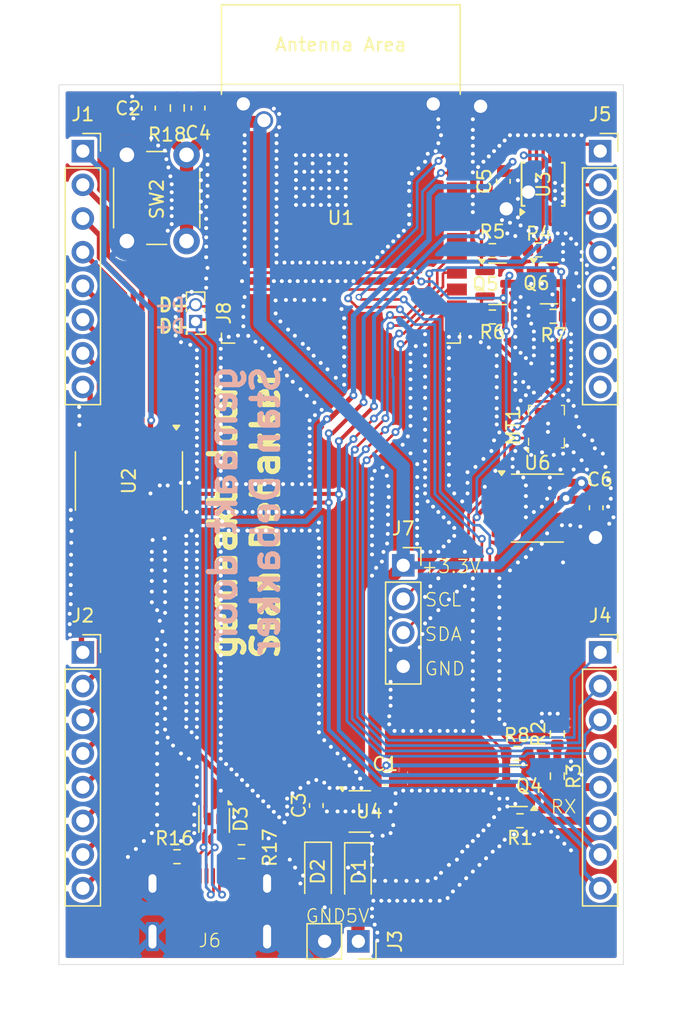
<source format=kicad_pcb>
(kicad_pcb (version 20241229) (generator "pcbnew") (generator_version "9.0")
  (layers (0 "F.Cu" signal) (2 "B.Cu" signal) (13 "F.Paste" user) (15 "B.Paste" user) (5 "F.SilkS" user "F.Silkscreen") (7 "B.SilkS" user "B.Silkscreen") (1 "F.Mask" user) (3 "B.Mask" user) (25 "Edge.Cuts" user))
  (net 0 "")
  (net 1 "GND")
  (net 2 "+3.3V")
  (net 3 "Net-(U1-EN{slash}CHIP_PU)")
  (net 4 "Net-(D1-K)")
  (net 5 "+5V")
  (net 6 "+5Vin")
  (net 7 "/D+")
  (net 8 "/D-")
  (net 9 "Net-(J1-Pin_8)")
  (net 10 "Net-(J1-Pin_6)")
  (net 11 "Net-(J1-Pin_2)")
  (net 12 "Net-(J1-Pin_5)")
  (net 13 "Net-(J1-Pin_4)")
  (net 14 "Net-(J1-Pin_1)")
  (net 15 "Net-(J1-Pin_7)")
  (net 16 "Net-(J1-Pin_3)")
  (net 17 "Net-(J2-Pin_3)")
  (net 18 "Net-(J2-Pin_4)")
  (net 19 "Net-(J2-Pin_5)")
  (net 20 "Net-(J2-Pin_2)")
  (net 21 "Net-(J2-Pin_6)")
  (net 22 "Net-(J2-Pin_7)")
  (net 23 "Net-(J2-Pin_1)")
  (net 24 "Net-(J2-Pin_8)")
  (net 25 "/RX")
  (net 26 "/TX")
  (net 27 "/SDA_{5V}")
  (net 29 "/SCL_{3.3V}")
  (net 31 "/SDA_{3.3V}")
  (net 32 "Net-(Q4-S)")
  (net 33 "/SCL_{5V}")
  (net 34 "Net-(U1-U0RXD{slash}GPIO17)")
  (net 40 "Net-(J4-Pin_4)")
  (net 41 "Net-(J4-Pin_3)")
  (net 44 "Net-(J4-Pin_1)")
  (net 50 "Net-(J4-Pin_2)")
  (net 56 "Net-(J5-Pin_4)")
  (net 59 "Net-(J5-Pin_2)")
  (net 62 "Net-(J5-Pin_3)")
  (net 63 "Net-(J5-Pin_1)")
  (net 67 "Net-(J6-CC1)")
  (net 68 "Net-(J6-CC2)")
  (footprint "Connector_PinSocket_2.54mm:PinSocket_1x08_P2.54mm_Vertical" (layer "F.Cu") (at 51.8 92.78)
    (property "Reference" "J2")
    (property "Value" "Conn_01x08_Pin")
  )
  (footprint "Capacitor_SMD:C_0603_1608Metric" (layer "F.Cu") (at 83.5 57.275 90)
    (property "Reference" "C5")
    (property "Value" "1µF")
  )
  (footprint "Resistor_SMD:R_0603_1608Metric" (layer "F.Cu") (at 63.76 107.8 180)
    (property "Reference" "R17" (hide yes))
    (property "Value" "5.1k")
  )
  (footprint "Capacitor_SMD:C_0603_1608Metric" (layer "F.Cu") (at 56.75 51.76 90)
    (property "Reference" "C2")
    (property "Value" "1µF")
  )
  (footprint "Resistor_SMD:R_0603_1608Metric" (layer "F.Cu") (at 87.2625 67.45 180)
    (property "Reference" "R7")
    (property "Value" "10K")
  )
  (footprint "PCM_Espressif:ESP32-C6-WROOM-1" (layer "F.Cu") (at 71.25 59.72)
    (property "Reference" "U1")
    (property "Value" "ESP32-C6-WROOM-1")
  )
  (footprint "Connector_PinSocket_1.27mm:PinSocket_2x01_P1.27mm_Vertical" (layer "F.Cu") (at 60.3 67.845 -90)
    (property "Reference" "J8")
    (property "Value" "Conn_01x02_Socket")
  )
  (footprint "Resistor_SMD:R_0603_1608Metric" (layer "F.Cu") (at 82.675 67.5 180)
    (property "Reference" "R6")
    (property "Value" "10K")
  )
  (footprint "Package_TO_SOT_SMD:Vishay_PowerPAK_SC70-6L_Dual" (layer "F.Cu") (at 61.7 105.34 -90)
    (property "Reference" "D3")
    (property "Value" "SMF05C.TCT" (hide yes))
  )
  (footprint "Capacitor_SMD:C_0603_1608Metric" (layer "F.Cu") (at 69.4 104.32 -90)
    (property "Reference" "C3")
    (property "Value" "1µF")
  )
  (footprint "Resistor_SMD:R_0603_1608Metric" (layer "F.Cu") (at 58.92 51.75 90)
    (property "Reference" "R18")
    (property "Value" "10K")
  )
  (footprint "Resistor_SMD:R_0603_1608Metric" (layer "F.Cu") (at 87.57 98.935 90)
    (property "Reference" "R2")
    (property "Value" "20K")
  )
  (footprint "Resistor_SMD:R_0603_1608Metric" (layer "F.Cu") (at 84.7575 105.47)
    (property "Reference" "R1")
    (property "Value" "10K")
  )
  (footprint "Package_LGA:Bosch_LGA-14_3x2.5mm_P0.5mm" (layer "F.Cu") (at 86.75 75.7625 90)
    (property "Reference" "MT1")
    (property "Value" "ICM-42670-P" (hide yes))
  )
  (footprint "Capacitor_SMD:C_0603_1608Metric" (layer "F.Cu") (at 90.5 81.88 90)
    (property "Reference" "C6")
    (property "Value" "1µF")
  )
  (footprint "Package_TO_SOT_SMD:SOT-23" (layer "F.Cu") (at 83.0625 65)
    (property "Reference" "Q5")
    (property "Value" "MMBT7002K")
  )
  (footprint "Resistor_SMD:R_0603_1608Metric" (layer "F.Cu") (at 84.5375 100.39 180)
    (property "Reference" "R8")
    (property "Value" "10K")
  )
  (footprint "Connector_PinSocket_2.54mm:PinSocket_1x08_P2.54mm_Vertical" (layer "F.Cu") (at 90.8 92.78)
    (property "Reference" "J4")
    (property "Value" "Conn_01x08_Pin")
  )
  (footprint "Resistor_SMD:R_0603_1608Metric" (layer "F.Cu") (at 86.175 62.45 180)
    (property "Reference" "R4")
    (property "Value" "10K")
  )
  (footprint "Connector_USB:usb4215-3472997" (layer "F.Cu") (at 61.37 116.3)
    (property "Reference" "J6")
    (property "Value" "USB4215-03-A_REVA")
  )
  (footprint "Diode_SMD:D_SOD-123F" (layer "F.Cu") (at 69.53 109.3 -90)
    (property "Reference" "D2")
    (property "Value" "CMMSH1-60G TR PBFREE")
  )
  (footprint "Connector_PinSocket_2.54mm:PinSocket_1x08_P2.54mm_Vertical" (layer "F.Cu") (at 90.8 55)
    (property "Reference" "J5")
    (property "Value" "Conn_01x08_Pin")
  )
  (footprint "Package_TO_SOT_SMD:SOT-23" (layer "F.Cu") (at 86.9375 64.95)
    (property "Reference" "Q6")
    (property "Value" "MMBT7002K")
  )
  (footprint "Button_Switch_THT:SW_PUSH_6mm" (layer "F.Cu") (at 55.12 61.78 90)
    (property "Reference" "SW2")
    (property "Value" "SW_Push")
  )
  (footprint "Capacitor_SMD:C_0603_1608Metric" (layer "F.Cu") (at 60.49 51.755 -90)
    (property "Reference" "C4")
    (property "Value" "1µF")
  )
  (footprint "Package_SO:TSSOP-10_3x3mm_P0.5mm" (layer "F.Cu") (at 86.5 57.5 90)
    (property "Reference" "U3")
    (property "Value" "ADS1115IDGS")
  )
  (footprint "Connector_PinSocket_2.54mm:PinSocket_1x02_P2.54mm_Vertical" (layer "F.Cu") (at 72.57 114.56 -90)
    (property "Reference" "J3")
    (property "Value" "Conn_01x02_Pin")
  )
  (footprint "Package_TO_SOT_SMD:SOT-23-5" (layer "F.Cu") (at 72.68 104.77)
    (property "Reference" "U4")
    (property "Value" "TLV75733PDBV")
  )
  (footprint "Package_SO:SOIC-8_3.9x4.9mm_P1.27mm" (layer "F.Cu") (at 86.07 81.905)
    (property "Reference" "U6")
    (property "Value" "MLX90395KDC-BBA-101-RE")
  )
  (footprint "Package_SO:TSSOP-24_4.4x7.8mm_P0.65mm" (layer "F.Cu") (at 55.275 79.8625 -90)
    (property "Reference" "U2")
    (property "Value" "TCA9535DBR")
  )
  (footprint "Package_TO_SOT_SMD:SOT-23" (layer "F.Cu") (at 84.65 102.84 180)
    (property "Reference" "Q4")
    (property "Value" "MMBT7002K")
  )
  (footprint "Diode_SMD:D_SOD-123F" (layer "F.Cu") (at 72.54 109.3425 -90)
    (property "Reference" "D1")
    (property "Value" "CMMSH1-60G TR PBFREE")
  )
  (footprint "Resistor_SMD:R_0603_1608Metric" (layer "F.Cu") (at 82.675 62.5)
    (property "Reference" "R5")
    (property "Value" "10K")
  )
  (footprint "Connector_PinSocket_2.54mm:PinSocket_1x08_P2.54mm_Vertical" (layer "F.Cu") (at 51.8 55)
    (property "Reference" "J1")
    (property "Value" "Conn_01x08_Pin")
  )
  (footprint "Resistor_SMD:R_0603_1608Metric" (layer "F.Cu") (at 87.57 102.11 -90)
    (property "Reference" "R3")
    (property "Value" "10K")
  )
  (footprint "Connector_PinSocket_2.54mm:PinSocket_1x04_P2.54mm_Vertical" (layer "F.Cu") (at 75.955 86.215)
    (property "Reference" "J7")
    (property "Value" "Conn_01x04_Pin")
  )
  (footprint "Resistor_SMD:R_0603_1608Metric" (layer "F.Cu") (at 58.9 108.18)
    (property "Reference" "R16" (hide yes))
    (property "Value" "5.1k" (hide yes))
  )
  (footprint "Capacitor_SMD:C_0603_1608Metric" (layer "F.Cu") (at 74.6 102.27)
    (property "Reference" "C1")
    (property "Value" "1µF")
  )
  (gr_line (start 50 116.31) (end 92.55 116.31) (stroke (width 0.05)) (layer "Edge.Cuts"))
  (gr_line (start 92.55 116.31) (end 92.55 50) (stroke (width 0.05)) (layer "Edge.Cuts"))
  (gr_line (start 92.55 50) (end 50 50) (stroke (width 0.05)) (layer "Edge.Cuts"))
  (gr_line (start 50 50) (end 50 116.31) (stroke (width 0.05)) (layer "Edge.Cuts"))
  (gr_text "GND\n" (at 77.505 94.6 0) (layer "F.SilkS") (effects (font (size 1 1) (thickness 0.1)) (justify left bottom)))
  (gr_text "D-\nD+" (at 57.4 68.8 0) (layer "F.SilkS") (effects (font (size 1 1) (thickness 0.2) (bold yes)) (justify left bottom)))
  (gr_text "RX\n" (at 87 105 0) (layer "F.SilkS") (effects (font (size 1 1) (thickness 0.1)) (justify left bottom)))
  (gr_text "R16" (at 58.7 106.8 0) (layer "F.SilkS") (effects (font (size 1 1))))
  (gr_text "R17" (at 65.9 107.5 90) (layer "F.SilkS") (effects (font (size 1 1))))
  (gr_text "SCL" (at 77.515 89.4 0) (layer "F.SilkS") (effects (font (size 1 1) (thickness 0.1) (bold yes)) (justify left bottom)))
  (gr_text "GND\n" (at 68.53 113.23 0) (layer "F.SilkS") (effects (font (size 1 1) (thickness 0.1)) (justify left bottom)))
  (gr_text "SDA\n" (at 77.505 92 0) (layer "F.SilkS") (effects (font (size 1 1) (thickness 0.1)) (justify left bottom)))
  (gr_text "5V\n" (at 71.54 113.23 0) (layer "F.SilkS") (effects (font (size 1 1) (thickness 0.1)) (justify left bottom)))
  (gr_text "gemaakt door\nStan Debakker" (at 66.75 93.5 90) (layer "F.SilkS") (effects (font (size 2 2) (thickness 0.4) (bold yes)) (justify left bottom)))
  (gr_text "+3.3V" (at 77.265 86.895 0) (layer "F.SilkS") (effects (font (size 1 1) (thickness 0.1) (bold yes)) (justify left bottom)))
  (gr_text "gemaakt door\nStan Debakker" (at 66.75 71 90) (layer "B.SilkS") (effects (font (size 2 2) (thickness 0.4) (bold yes)) (justify left bottom mirror)))
  (gr_text "D-\nD+" (at 59.605 68.795 0) (layer "B.SilkS") (effects (font (size 1 1) (thickness 0.2) (bold yes)) (justify left bottom mirror)))
  (segment (start 87.04 75.2625) (end 87.7625 75.2625) (width 0.3) (layer "F.Cu") (net 1))
  (segment (start 72.8 104.77) (end 73.8 104.77) (width 0.6) (layer "F.Cu") (net 1))
  (segment (start 65.69 110.29) (end 66.069 110.669) (width 1) (layer "F.Cu") (net 1))
  (segment (start 86.5 76.4) (end 86.5 75.91) (width 0.3) (layer "F.Cu") (net 1))
  (segment (start 80.209 50.95) (end 82.41 50.95) (width 0.9) (layer "F.Cu") (net 1))
  (segment (start 87.098 75.7625) (end 87.02275 75.83775) (width 0.3) (layer "F.Cu") (net 1))
  (segment (start 88.545 82.54) (end 89.83 82.54) (width 0.6) (layer "F.Cu") (net 1))
  (segment (start 82.41 50.95) (end 82.51 51.05) (width 0.9) (layer "F.Cu") (net 1))
  (segment (start 55.46 51.82) (end 56.175 52.535) (width 1.2) (layer "F.Cu") (net 1))
  (segment (start 86.5 75.91) (end 86.5 75.31) (width 0.3) (layer "F.Cu") (net 1))
  (segment (start 69.725 104.77) (end 69.4 105.095) (width 0.6) (layer "F.Cu") (net 1))
  (segment (start 56.9 81.799749) (end 56.9 82.725) (width 0.4) (layer "F.Cu") (net 1))
  (segment (start 58.2 77) (end 58.2 80.2) (width 0.4) (layer "F.Cu") (net 1))
  (segment (start 88.545 83.81) (end 90.14 83.81) (width 0.8) (layer "F.Cu") (net 1))
  (segment (start 89.815 82.54) (end 89.83 82.54) (width 0.8) (layer "F.Cu") (net 1))
  (segment (start 80.324 51.065) (end 80.209 50.95) (width 0.9) (layer "F.Cu") (net 1))
  (segment (start 70.03 113.37) (end 69.579 113.821) (width 2.5) (layer "F.Cu") (net 1))
  (segment (start 75.026 96.174) (end 75.026 96.2) (width 1) (layer "F.Cu") (net 1))
  (segment (start 57.05 110.2) (end 57.05 108.668204) (width 2.5) (layer "F.Cu") (net 1))
  (segment (start 87.02275 75.83775) (end 87 75.8605) (width 0.3) (layer "F.Cu") (net 1))
  (segment (start 90.45 82.705) (end 90.5 82.655) (width 0.8) (layer "F.Cu") (net 1))
  (segment (start 56.175 54.225) (end 56.175 52.535) (width 1.2) (layer "F.Cu") (net 1))
  (segment (start 86.774 75.88775) (end 86.824 75.83775) (width 0.8) (layer "F.Cu") (net 1))
  (segment (start 75 92.932) (end 75.026 92.906) (width 0.9) (layer "F.Cu") (net 1))
  (segment (start 55.4 114.5) (end 55.7 114.2) (width 2.5) (layer "F.Cu") (net 1))
  (segment (start 91.085 83.485) (end 91.485 83.085) (width 1) (layer "F.Cu") (net 1))
  (segment (start 62.5 51.46) (end 62 50.96) (width 0.9) (layer "F.Cu") (net 1))
  (segment (start 62.624244 103.8515) (end 64.585 105.812256) (width 0.4) (layer "F.Cu") (net 1))
  (segment (start 64.585 106.5) (end 64.621 106.536) (width 1) (layer "F.Cu") (net 1))
  (segment (start 75.955 93.835) (end 75.026 92.906) (width 1) (layer "F.Cu") (net 1))
  (segment (start 71.6 104.77) (end 72.2 104.77) (width 0.6) (layer "F.Cu") (net 1))
  (segment (start 61.7 104.415) (end 61.7 104.227256) (width 0.4) (layer "F.Cu") (net 1))
  (segment (start 86.5 75) (end 86 74.5) (width 0.3) (layer "F.Cu") (net 1))
  (segment (start 87.7625 75.2625) (end 87.7625 75.7625) (width 0.25) (layer "F.Cu") (net 1))
  (segment (start 51.7 77.798792) (end 52.039708 78.1385) (width 0.4) (layer "F.Cu") (net 1))
  (segment (start 86.5 75.1645) (end 86.598 75.2625) (width 0.3) (layer "F.Cu") (net 1))
  (segment (start 89.83 82.54) (end 90.385 82.54) (width 0.6) (layer "F.Cu") (net 1))
  (segment (start 91.494 82.655) (end 91.549 82.6) (width 1) (layer "F.Cu") (net 1))
  (segment (start 58.2 80.499749) (end 56.9 81.799749) (width 0.4) (layer "F.Cu") (net 1))
  (segment (start 88.545 82.54) (end 88.545 83.2) (width 0.8) (layer "F.Cu") (net 1))
  (segment (start 51.7 77.798792) (end 55.487708 81.5865) (width 0.4) (layer "F.Cu") (net 1))
  (segment (start 87 77.025) (end 86 77.025) (width 0.3) (layer "F.Cu") (net 1))
  (segment (start 75.11 104.77) (end 76.33 104.77) (width 0.6) (layer "F.Cu") (net 1))
  (segment (start 86.5 59.65) (end 86.5 58.823) (width 0.25) (layer "F.Cu") (net 1))
  (segment (start 55.46 114.56) (end 55.4 114.5) (width 2.5) (layer "F.Cu") (net 1))
  (segment (start 76.33 104.77) (end 75.955 104.395) (width 0.6) (layer "F.Cu") (net 1))
  (segment (start 86.8625 76.1625) (end 87.525 75.5) (width 0.3) (layer "F.Cu") (net 1))
  (segment (start 75 104.77) (end 75.11 104.77) (width 0.6) (layer "F.Cu") (net 1))
  (segment (start 90.125 84.12) (end 89.3025 83.2975) (width 0.8) (layer "F.Cu") (net 1))
  (segment (start 75.955 100.6) (end 75.955 98.7) (width 0.6) (layer "F.Cu") (net 1))
  (segment (start 86.5 77.025) (end 86.42 77.105) (width 0.9) (layer "F.Cu") (net 1))
  (segment (start 75.955 103.2) (end 75.955 100.6) (width 0.6) (layer "F.Cu") (net 1))
  (segment (start 75.375 103.4) (end 75.375 104.2) (width 1) (layer "F.Cu") (net 1))
  (segment (start 55.7 114.2) (end 57.05 114.2) (width 2.5) (layer "F.Cu") (net 1))
  (segment (start 77.2 92.4) (end 77.2 94) (width 1) (layer "F.Cu") (net 1))
  (segment (start 87.422 84.6) (end 87.916 84.106) (width 1) (layer "F.Cu") (net 1))
  (segment (start 57.55 77.798792) (end 57.55 77) (width 0.4) (layer "F.Cu") (net 1))
  (segment (start 75.955 104.395) (end 75.955 103.2) (width 0.6) (layer "F.Cu") (net 1))
  (segment (start 63.88 51.46) (end 63.9 51.44) (width 0.9) (layer "F.Cu") (net 1))
  (segment (start 75.026 92.626) (end 75.4 93) (width 1) (layer "F.Cu") (net 1))
  (segment (start 61.7 104.227256) (end 62.075756 103.8515) (width 0.4) (layer "F.Cu") (net 1))
  (segment (start 75.026 92.906) (end 75.026 92.626) (width 1) (layer "F.Cu") (net 1))
  (segment (start 87 75.8605) (end 87 76.415) (width 0.3) (layer "F.Cu") (net 1))
  (segment (start 72.2 104.77) (end 72.8 104.77) (width 0.6) (layer "F.Cu") (net 1))
  (segment (start 66.5 110.669) (end 66.5 109.2) (width 1) (layer "F.Cu") (net 1))
  (segment (start 80.209 50.95) (end 60.49 50.95) (width 0.9) (layer "F.Cu") (net 1))
  (segment (start 85.1 59.65) (end 83.5 58.05) (width 0.25) (layer "F.Cu") (net 1))
  (segment (start 55.553 55.713) (end 55.553 61.78) (width 3) (layer "F.Cu") (net 1))
  (segment (start 87.916 83.2) (end 87.916 83) (width 1) (layer "F.Cu") (net 1))
  (segment (start 55.12 55.28) (end 55.553 55.713) (width 3) (layer "F.Cu") (net 1))
  (segment (start 86.88 84.12) (end 86.4 84.6) (width 1) (layer "F.Cu") (net 1))
  (segment (start 55.12 55.28) (end 56.175 54.225) (width 1.2) (layer "F.Cu") (net 1))
  (segment (start 87.916 83.2) (end 87.8 83.2) (width 1) (layer "F.Cu") (net 1))
  (segment (start 64.57 107.815) (end 64.585 107.8) (width 0.6) (layer "F.Cu") (net 1))
  (segment (start 64.771 109.424) (end 64.771 109.625) (width 1) (layer "F.Cu") (net 1))
  (segment (start 85.5 59.65) (end 85.1 59.65) (width 0.25) (layer "F.Cu") (net 1))
  (segment (start 52.039708 78.1385) (end 57.3325 78.1385) (width 0.4) (layer "F.Cu") (net 1))
  (segment (start 86.5 77.025) (end 86.774 76.751) (width 0.8) (layer "F.Cu") (net 1))
  (segment (start 77.2 92.59) (end 75.955 93.835) (width 1) (layer "F.Cu") (net 1))
  (segment (start 56.9 81.828208) (end 56.9 82.725) (width 0.4) (layer "F.Cu") (net 1))
  (segment (start 88.545 83.81) (end 89.345 83.81) (width 0.6) (layer "F.Cu") (net 1))
  (segment (start 69.579 113.821) (end 59.904712 113.821) (width 2.5) (layer "F.Cu") (net 1))
  (segment (start 86.481 83.81) (end 85.271 82.6) (width 1) (layer "F.Cu") (net 1))
  (segment (start 87.8 83.2) (end 86.4 81.8) (width 1) (layer "F.Cu") (net 1))
  (segment (start 86.5 77.025) (end 86.5 76.4) (width 0.3) (layer "F.Cu") (net 1))
  (segment (start 56.658292 81.5865) (end 56.9 81.828208) (width 0.4) (layer "F.Cu") (net 1))
  (segment (start 90.14 83.81) (end 90.45 84.12) (width 0.8) (layer "F.Cu") (net 1))
  (segment (start 86.4 84.6) (end 87.422 84.6) (width 1) (layer "F.Cu") (net 1))
  (segment (start 75.375 104.2) (end 75.375 104.505) (width 1) (layer "F.Cu") (net 1))
  (segment (start 88.545 83.81) (end 86.8 83.81) (width 1) (layer "F.Cu") (net 1))
  (segment (start 75.955 93.835) (end 75.026 94.764) (width 1) (layer "F.Cu") (net 1))
  (segment (start 89.3025 83.2975) (end 88.545 82.54) (width 0.8) (layer "F.Cu") (net 1))
  (segment (start 71.5425 104.77) (end 71.6 104.77) (width 0.6) (layer "F.Cu") (net 1))
  (segment (start 86.774 76.751) (end 86.774 75.88775) (width 0.8) (layer "F.Cu") (net 1))
  (segment (start 90.385 82.54) (end 90.5 82.655) (width 0.6) (layer "F.Cu") (net 1))
  (segment (start 77.2 94) (end 75.026 96.174) (width 1) (layer "F.Cu") (net 1))
  (segment (start 55.487708 81.5865) (end 56.658292 81.5865) (width 0.4) (layer "F.Cu") (net 1))
  (segment (start 75 95) (end 75 92.932) (width 0.9) (layer "F.Cu") (net 1))
  (segment (start 88.545 83.81) (end 89.815 82.54) (width 0.8) (layer "F.Cu") (net 1))
  (segment (start 76.6 93) (end 77.2 92.4) (width 1) (layer "F.Cu") (net 1))
  (segment (start 86.905 75.5) (end 86.875 75.53) (width 0.8) (layer "F.Cu") (net 1))
  (segment (start 71 104.77) (end 70.2 104.77) (width 0.6) (layer "F.Cu") (net 1))
  (segment (start 65.326 108.869) (end 64.771 109.424) (width 1) (layer "F.Cu") (net 1))
  (segment (start 73.8 104.77) (end 75 104.77) (width 0.6) (layer "F.Cu") (net 1))
  (segment (start 56.9 78.448792) (end 57.55 77.798792) (width 0.4) (layer "F.Cu") (net 1))
  (segment (start 87.525 75.5) (end 86.905 75.5) (width 0.8) (layer "F.Cu") (net 1))
  (segment (start 65.69 108.869) (end 64.621 107.8) (width 1) (layer "F.Cu") (net 1))
  (segment (start 90.45 84.12) (end 90.125 84.12) (width 0.8) (layer "F.Cu") (net 1))
  (segment (start 71.5425 104.77) (end 71 104.77) (width 0.6) (layer "F.Cu") (net 1))
  (segment (start 59.904712 113.821) (end 57.05 110.966288) (width 2.5) (layer "F.Cu") (net 1))
  (segment (start 58.2 80.2) (end 58.2 80.499749) (width 0.4) (layer "F.Cu") (net 1))
  (segment (start 87.7625 75.7625) (end 87.098 75.7625) (width 0.3) (layer "F.Cu") (net 1))
  (segment (start 62.075756 103.8515) (end 62.624244 103.8515) (width 0.4) (layer "F.Cu") (net 1))
  (segment (start 87.916 84.106) (end 87.916 83.2) (width 1) (layer "F.Cu") (net 1))
  (segment (start 86.8 83.81) (end 86.481 83.81) (width 1) (layer "F.Cu") (net 1))
  (segment (start 86.5 74.5) (end 86.5 75.1645) (width 0.3) (layer "F.Cu") (net 1))
  (segment (start 82.33 51.23) (end 82.33 53.135) (width 0.9) (layer "F.Cu") (net 1))
  (segment (start 88.545 83.2) (end 88.545 83.81) (width 0.8) (layer "F.Cu") (net 1))
  (segment (start 87 76.415) (end 87 77.025) (width 0.3) (layer "F.Cu") (net 1))
  (segment (start 75.4 93) (end 76.6 93) (width 1) (layer "F.Cu") (net 1))
  (segment (start 58.2 77.271) (end 58.2 77) (width 0.4) (layer "F.Cu") (net 1))
  (segment (start 90.45 84.12) (end 91.085 83.485) (width 1) (layer "F.Cu") (net 1))
  (segment (start 91.549 83.021) (end 91.549 82.6) (width 1) (layer "F.Cu") (net 1))
  (segment (start 69.745 59.055) (end 69.745 55.305) (width 5) (layer "F.Cu") (net 1))
  (segment (start 56.9 82.725) (end 56.9 80.8) (width 0.4) (layer "F.Cu") (net 1))
  (segment (start 65.69 110.2) (end 65.69 108.869) (width 1) (layer "F.Cu") (net 1))
  (segment (start 62 50.96) (end 60.495 50.96) (width 0.9) (layer "F.Cu") (net 1))
  (segment (start 56.9 80.8) (end 56.9 78.448792) (width 0.4) (layer "F.Cu") (net 1))
  (segment (start 70.2 104.77) (end 69.725 104.77) (width 0.6) (layer "F.Cu") (net 1))
  (segment (start 87.525 75.5) (end 87.7625 75.2625) (width 0.3) (layer "F.Cu") (net 1))
  (segment (start 89.345 83.81) (end 90.5 82.655) (width 0.6) (layer "F.Cu") (net 1))
  (segment (start 77.2 92.4) (end 77.2 92.59) (width 1) (layer "F.Cu") (net 1))
  (segment (start 80.324 51.136) (end 80.324 51.065) (width 0.9) (layer "F.Cu") (net 1))
  (segment (start 75.955 98.7) (end 75.955 93.835) (width 0.6) (layer "F.Cu") (net 1))
  (segment (start 75.026 94.764) (end 75.026 95) (width 1) (layer "F.Cu") (net 1))
  (segment (start 75.375 104.505) (end 75.11 104.77) (width 1) (layer "F.Cu") (net 1))
  (segment (start 90.45 84.12) (end 90.45 82.705) (width 0.8) (layer "F.Cu") (net 1))
  (segment (start 86.5 75.31) (end 86.5 75) (width 0.3) (layer "F.Cu") (net 1))
  (segment (start 57.3325 78.1385) (end 58.2 77.271) (width 0.4) (layer "F.Cu") (net 1))
  (segment (start 70.03 114.56) (end 55.46 114.56) (width 2.5) (layer "F.Cu") (net 1))
  (segment (start 85.727 58.05) (end 83.5 58.05) (width 0.25) (layer "F.Cu") (net 1))
  (segment (start 55.12 55.28) (end 55.12 54.135) (width 0.8) (layer "F.Cu") (net 1))
  (segment (start 65.69 110.2) (end 65.115 109.625) (width 1) (layer "F.Cu") (net 1))
  (segment (start 86.42 77.7) (end 86.42 78.235) (width 0.9) (layer "F.Cu") (net 1))
  (segment (start 91.485 83.085) (end 91.549 83.021) (width 1) (layer "F.Cu") (net 1))
  (segment (start 64.621 106.536) (end 64.621 107.764) (width 1) (layer "F.Cu") (net 1))
  (segment (start 57.05 110.966288) (end 57.05 110.2) (width 2.5) (layer "F.Cu") (net 1))
  (segment (start 66.069 110.669) (end 66.5 110.669) (width 1) (layer "F.Cu") (net 1))
  (segment (start 86 74.5) (end 86.5 74.5) (width 0.3) (layer "F.Cu") (net 1))
  (segment (start 57.05 114.2) (end 57.05 110.2) (width 2.5) (layer "F.Cu") (net 1))
  (segment (start 65.115 109.625) (end 64.771 109.625) (width 1) (layer "F.Cu") (net 1))
  (segment (start 64.57 109.625) (end 64.57 107.815) (width 0.6) (layer "F.Cu") (net 1))
  (segment (start 82.51 51.05) (end 82.33 51.23) (width 0.9) (layer "F.Cu") (net 1))
  (segment (start 64.585 106.5) (end 64.585 107.8) (width 0.4) (layer "F.Cu") (net 1))
  (segment (start 86 77.025) (end 86.8625 76.1625) (width 0.3) (layer "F.Cu") (net 1))
  (segment (start 75.375 102.27) (end 75.375 103.4) (width 1) (layer "F.Cu") (net 1))
  (segment (start 62.5 51.46) (end 63.88 51.46) (width 0.9) (layer "F.Cu") (net 1))
  (segment (start 64.585 105.812256) (end 64.585 106.5) (width 0.4) (layer "F.Cu") (net 1))
  (segment (start 65.69 110.2) (end 65.69 110.29) (width 1) (layer "F.Cu") (net 1))
  (segment (start 65.69 108.869) (end 65.326 108.869) (width 1) (layer "F.Cu") (net 1))
  (segment (start 90.45 84.12) (end 86.88 84.12) (width 1) (layer "F.Cu") (net 1))
  (segment (start 70.03 114.56) (end 70.03 113.37) (width 2.5) (layer "F.Cu") (net 1))
  (segment (start 90.5 82.655) (end 91.494 82.655) (width 1) (layer "F.Cu") (net 1))
  (segment (start 86.42 77.105) (end 86.42 77.7) (width 0.9) (layer "F.Cu") (net 1))
  (segment (start 86.598 75.2625) (end 87.04 75.2625) (width 0.3) (layer "F.Cu") (net 1))
  (segment (start 57.05 108.668204) (end 57.806602 107.911602) (width 2.5) (layer "F.Cu") (net 1))
  (segment (start 80 51.46) (end 80.324 51.136) (width 0.9) (layer "F.Cu") (net 1))
  (segment (start 86.5 58.823) (end 85.727 58.05) (width 0.25) (layer "F.Cu") (net 1))
  (segment (start 51.7 77) (end 51.7 77.798792) (width 0.4) (layer "F.Cu") (net 1))
  (segment (start 66.5 109.2) (end 66.3 109) (width 1) (layer "F.Cu") (net 1))
  (via (at 59.2 107) (size 0.6) (drill 0.3) (layers "F.Cu" "B.Cu") (net 1))
  (via (at 83.2 104.6) (size 0.6) (drill 0.3) (layers "F.Cu" "B.Cu") (net 1))
  (via (at 63.4 80.1) (size 0.6) (drill 0.3) (layers "F.Cu" "B.Cu") (net 1))
  (via (at 77.6 68.8) (size 0.6) (drill 0.3) (layers "F.Cu" "B.Cu") (net 1))
  (via (at 88 58.8) (size 0.5) (drill 0.3) (layers "F.Cu" "B.Cu") (net 1))
  (via (at 84.4 68.2) (size 0.5) (drill 0.3) (layers "F.Cu" "B.Cu") (net 1))
  (via (at 77.3 111.5) (size 0.6) (drill 0.3) (layers "F.Cu" "B.Cu") (net 1))
  (via (at 85 72.4) (size 0.5) (drill 0.3) (layers "F.Cu" "B.Cu") (net 1))
  (via (at 83.2 97.2) (size 0.6) (drill 0.3) (layers "F.Cu" "B.Cu") (net 1))
  (via (at 70.37 57.18) (size 0.6) (drill 0.3) (layers "F.Cu" "B.Cu") (net 1))
  (via (at 60 107) (size 0.6) (drill 0.3) (layers "F.Cu" "B.Cu") (net 1))
  (via (at 68.69 73.43) (size 0.6) (drill 0.3) (layers "F.Cu" "B.Cu") (net 1))
  (via (at 60.4 71.2) (size 0.6) (drill 0.3) (layers "F.Cu" "B.Cu") (net 1))
  (via (at 64 59.8) (size 0.5) (drill 0.3) (layers "F.Cu" "B.Cu") (net 1))
  (via (at 79 103.2) (size 0.6) (drill 0.3) (layers "F.Cu" "B.Cu") (net 1))
  (via (at 60.4 103.6) (size 0.6) (drill 0.3) (layers "F.Cu" "B.Cu") (net 1))
  (via (at 62.2 97.8) (size 0.6) (drill 0.3) (layers "F.Cu" "B.Cu") (net 1))
  (via (at 68.9 76.5) (size 0.6) (drill 0.3) (layers "F.Cu" "B.Cu") (net 1))
  (via (at 89.4 62.6) (size 0.5) (drill 0.3) (layers "F.Cu" "B.Cu") (net 1))
  (via (at 73.6 85.4) (size 0.6) (drill 0.3) (layers "F.Cu" "B.Cu") (net 1))
  (via (at 58 93) (size 0.6) (drill 0.3) (layers "F.Cu" "B.Cu") (net 1))
  (via (at 77.6 79.6) (size 0.6) (drill 0.3) (layers "F.Cu" "B.Cu") (net 1))
  (via (at 78.6 87.2) (size 0.6) (drill 0.3) (layers "F.Cu" "B.Cu") (net 1))
  (via (at 87.2 65.8) (size 0.5) (drill 0.3) (layers "F.Cu" "B.Cu") (net 1))
  (via (at 88.4 73) (size 0.5) (drill 0.3) (layers "F.Cu" "B.Cu") (net 1))
  (via (at 62.2 84.6) (size 0.6) (drill 0.3) (layers "F.Cu" "B.Cu") (net 1))
  (via (at 69.6 84.2) (size 0.6) (drill 0.3) (layers "F.Cu" "B.Cu") (net 1))
  (via (at 75.91 77.13) (size 0.6) (drill 0.3) (layers "F.Cu" "B.Cu") (net 1))
  (via (at 78.6 85.2) (size 0.6) (drill 0.3) (layers "F.Cu" "B.Cu") (net 1))
  (via (at 76.5 70.3) (size 0.6) (drill 0.3) (layers "F.Cu" "B.Cu") (net 1))
  (via (at 86 57.2) (size 0.5) (drill 0.3) (layers "F.Cu" "B.Cu") (net 1))
  (via (at 63.2 105.2) (size 0.6) (drill 0.3) (layers "F.Cu" "B.Cu") (net 1))
  (via (at 88 58.2) (size 0.5) (drill 0.3) (layers "F.Cu" "B.Cu") (net 1))
  (via (at 73.6 112.7) (size 0.6) (drill 0.3) (layers "F.Cu" "B.Cu") (net 1))
  (via (at 70.995 57.8) (size 0.6) (drill 0.3) (layers "F.Cu" "B.Cu") (net 1))
  (via (at 87.916 83.2) (size 0.5) (drill 0.3) (layers "F.Cu" "B.Cu") (net 1))
  (via (at 60.4 99.2) (size 0.6) (drill 0.3) (layers "F.Cu" "B.Cu") (net 1))
  (via (at 84.6 79.2) (size 0.5) (drill 0.3) (layers "F.Cu" "B.Cu") (net 1))
  (via (at 62.2 98.4) (size 0.6) (drill 0.3) (layers "F.Cu" "B.Cu") (net 1))
  (via (at 78 90.2) (size 0.6) (drill 0.3) (layers "F.Cu" "B.Cu") (net 1))
  (via (at 87.6 106.7) (size 0.6) (drill 0.3) (layers "F.Cu" "B.Cu") (net 1))
  (via (at 91.4 79.8) (size 0.5) (drill 0.3) (layers "F.Cu" "B.Cu") (net 1))
  (via (at 84.3 106.5) (size 0.6) (drill 0.3) (layers "F.Cu" "B.Cu") (net 1))
  (via (at 82.6 103.4) (size 0.6) (drill 0.3) (layers "F.Cu" "B.Cu") (net 1))
  (via (at 86.8 83.81) (size 0.6) (drill 0.3) (layers "F.Cu" "B.Cu") (net 1))
  (via (at 81.2 91.2) (size 0.6) (drill 0.3) (layers "F.Cu" "B.Cu") (net 1))
  (via (at 76.6 56.7) (size 0.6) (drill 0.3) (layers "F.Cu" "B.Cu") (net 1))
  (via (at 55.61 52.54) (size 0.6) (drill 0.3) (layers "F.Cu" "B.Cu") (net 1))
  (via (at 75 96.2) (size 0.6) (drill 0.3) (layers "F.Cu" "B.Cu") (net 1))
  (via (at 77.4 91.4) (size 0.6) (drill 0.3) (layers "F.Cu" "B.Cu") (net 1))
  (via (at 59.2 100.4) (size 0.6) (drill 0.3) (layers "F.Cu" "B.Cu") (net 1))
  (via (at 85.2 53.8) (size 0.5) (drill 0.3) (layers "F.Cu" "B.Cu") (net 1))
  (via (at 88.4 73.8) (size 0.5) (drill 0.3) (layers "F.Cu" "B.Cu") (net 1))
  (via (at 88.3 77.2) (size 0.6) (drill 0.3) (layers "F.Cu" "B.Cu") (net 1))
  (via (at 84.8 66) (size 0.5) (drill 0.3) (layers "F.Cu" "B.Cu") (net 1))
  (via (at 81.2 88) (size 0.6) (drill 0.3) (layers "F.Cu" "B.Cu") (net 1))
  (via (at 81 69) (size 0.6) (drill 0.3) (layers "F.Cu" "B.Cu") (net 1))
  (via (at 77.8 110) (size 0.6) (drill 0.3) (layers "F.Cu" "B.Cu") (net 1))
  (via (at 60.4 96) (size 0.6) (drill 0.3) (layers "F.Cu" "B.Cu") (net 1))
  (via (at 50.93 84.52) (size 0.6) (drill 0.3) (layers "F.Cu" "B.Cu") (net 1))
  (via (at 79.4 79.4) (size 0.6) (drill 0.3) (layers "F.Cu" "B.Cu") (net 1))
  (via (at 69.6 88.4) (size 0.6) (drill 0.3) (layers "F.Cu" "B.Cu") (net 1))
  (via (at 62.2 93.6) (size 0.6) (drill 0.3) (layers "F.Cu" "B.Cu") (net 1))
  (via (at 88 62.6) (size 0.5) (drill 0.3) (layers "F.Cu" "B.Cu") (net 1))
  (via (at 90.4 77.4) (size 0.5) (drill 0.3) (layers "F.Cu" "B.Cu") (net 1))
  (via (at 62.2 72.8) (size 0.6) (drill 0.3) (layers "F.Cu" "B.Cu") (net 1))
  (via (at 88.2 61.2) (size 0.5) (drill 0.3) (layers "F.Cu" "B.Cu") (net 1))
  (via (at 50.89 87.71) (size 0.6) (drill 0.3) (layers "F.Cu" "B.Cu") (net 1))
  (via (at 64 61) (size 0.5) (drill 0.3) (layers "F.Cu" "B.Cu") (net 1))
  (via (at 63.9 66.7) (size 0.6) (drill 0.3) (layers "F.Cu" "B.Cu") (net 1))
  (via (at 78.7 111.5) (size 0.6) (drill 0.3) (layers "F.Cu" "B.Cu") (net 1))
  (via (at 77.1 56.3) (size 0.6) (drill 0.3) (layers "F.Cu" "B.Cu") (net 1))
  (via (at 85.2 70.6) (size 0.5) (drill 0.3) (layers "F.Cu" "B.Cu") (net 1))
  (via (at 82.4 105.8) (size 0.6) (drill 0.3) (layers "F.Cu" "B.Cu") (net 1))
  (via (at 80.2 69) (size 0.6) (drill 0.3) (layers "F.Cu" "B.Cu") (net 1))
  (via (at 68.9 83.6) (size 0.6) (drill 0.3) (layers "F.Cu" "B.Cu") (net 1))
  (via (at 83.2 88.6) (size 0.6) (drill 0.3) (layers "F.Cu" "B.Cu") (net 1))
  (via (at 60.4 84.6) (size 0.6) (drill 0.3) (layers "F.Cu" "B.Cu") (net 1))
  (via (at 77.6 72.8) (size 0.6) (drill 0.3) (layers "F.Cu" "B.Cu") (net 1))
  (via (at 73 63.4) (size 0.5) (drill 0.3) (layers "F.Cu" "B.Cu") (net 1))
  (via (at 67.625 72.38) (size 0.6) (drill 0.3) (layers "F.Cu" "B.Cu") (net 1))
  (via (at 58 89.8) (size 0.6) (drill 0.3) (layers "F.Cu" "B.Cu") (net 1))
  (via (at 69.26 73.95) (size 0.6) (drill 0.3) (layers "F.Cu" "B.Cu") (net 1))
  (via (at 60.4 90) (size 0.6) (drill 0.3) (layers "F.Cu" "B.Cu") (net 1))
  (via (at 59.6 85.8) (size 0.6) (drill 0.3) (layers "F.Cu" "B.Cu") (net 1))
  (via (at 84 86.6) (size 0.6) (drill 0.3) (layers "F.Cu" "B.Cu") (net 1))
  (via (at 72.2 103) (size 0.6) (drill 0.3) (layers "F.Cu" "B.Cu") (net 1))
  (via (at 64.1 80.1) (size 0.6) (drill 0.3) (layers "F.Cu" "B.Cu") (net 1))
  (via (at 61.1 62.2) (size 0.6) (drill 0.3) (layers "F.Cu" "B.Cu") (net 1))
  (via (at 70.37 57.805) (size 0.6) (drill 0.3) (layers "F.Cu" "B.Cu") (net 1))
  (via (at 71.62 55.305) (size 0.6) (drill 0.3) (layers "F.Cu" "B.Cu") (net 1))
  (via (at 83.2 91.8) (size 0.6) (drill 0.3) (layers "F.Cu" "B.Cu") (net 1))
  (via (at 67.87 59.055) (size 0.6) (drill 0.3) (layers "F.Cu" "B.Cu") (net 1))
  (via (at 62.2 84) (size 0.6) (drill 0.3) (layers "F.Cu" "B.Cu") (net 1))
  (via (at 58.2 80.2) (size 0.6) (drill 0.3) (layers "F.Cu" "B.Cu") (net 1))
  (via (at 78.6 89.6) (size 0.6) (drill 0.3) (layers "F.Cu" "B.Cu") (net 1))
  (via (at 62.8 69) (size 0.6) (drill 0.3) (layers "F.Cu" "B.Cu") (net 1))
  (via (at 60.4 87) (size 0.6) (drill 0.3) (layers "F.Cu" "B.Cu") (net 1))
  (via (at 59.6 92.4) (size 0.6) (drill 0.3) (layers "F.Cu" "B.Cu") (net 1))
  (via (at 60.4 70.6) (size 0.6) (drill 0.3) (layers "F.Cu" "B.Cu") (net 1))
  (via (at 82 55.8) (size 0.5) (drill 0.3) (layers "F.Cu" "B.Cu") (net 1))
  (via (at 77 84.6) (size 0.6) (drill 0.3) (layers "F.Cu" "B.Cu") (net 1))
  (via (at 82.8 55) (size 0.5) (drill 0.3) (layers "F.Cu" "B.Cu") (net 1))
  (via (at 58 93.8) (size 0.6) (drill 0.3) (layers "F.Cu" "B.Cu") (net 1))
  (via (at 60.4 89.4) (size 0.6) (drill 0.3) (layers "F.Cu" "B.Cu") (net 1))
  (via (at 86.875 75.53) (size 0.6) (drill 0.3) (layers "F.Cu" "B.Cu") (net 1))
  (via (at 59.6 84) (size 0.6) (drill 0.3) (layers "F.Cu" "B.Cu") (net 1))
  (via (at 75.2 61.8) (size 0.5) (drill 0.3) (layers "F.Cu" "B.Cu") (net 1))
  (via (at 79.6 103.2) (size 0.6) (drill 0.3) (layers "F.Cu" "B.Cu") (net 1))
  (via (at 84.6 86) (size 0.6) (drill 0.3) (layers "F.Cu" "B.Cu") (net 1))
  (via (at 71.6 103) (size 0.6) (drill 0.3) (layers "F.Cu" "B.Cu") (net 1))
  (via (at 77.6 79) (size 0.6) (drill 0.3) (layers "F.Cu" "B.Cu") (net 1))
  (via (at 59.6 93.6) (size 0.6) (drill 0.3) (layers "F.Cu" "B.Cu") (net 1))
  (via (at 59.6 95.4) (size 0.6) (drill 0.3) (layers "F.Cu" "B.Cu") (net 1))
  (via (at 70.2 104.77) (size 0.6) (drill 0.3) (layers "F.Cu" "B.Cu") (net 1))
  (via (at 81.2 95.6) (size 0.6) (drill 0.3) (layers "F.Cu" "B.Cu") (net 1))
  (via (at 83.4 60.2) (size 0.5) (drill 0.3) (layers "F.Cu" "B.Cu") (net 1))
  (via (at 59.6 88.2) (size 0.6) (drill 0.3) (layers "F.Cu" "B.Cu") (net 1))
  (via (at 64.2 83.6) (size 0.6) (drill 0.3) (layers "F.Cu" "B.Cu") (net 1))
  (via (at 88.6 71.8) (size 0.5) (drill 0.3) (layers "F.Cu" "B.Cu") (net 1))
  (via (at 61.2 55.3) (size 0.6) (drill 0.3) (layers "F.Cu" "B.Cu") (net 1))
  (via (at 91 77.8) (size 0.5) (drill 0.3) (layers "F.Cu" "B.Cu") (net 1))
  (via (at 87.2 71.6) (size 0.5) (drill 0.3) (layers "F.Cu" "B.Cu") (net 1))
  (via (at 91.8 82.6) (size 0.5) (drill 0.3) (layers "F.Cu" "B.Cu") (net 1))
  (via (at 82.4 69.8) (size 0.6) (drill 0.3) (layers "F.Cu" "B.Cu") (net 1))
  (via (at 80.8 107.4) (size 0.6) (drill 0.3) (layers "F.Cu" "B.Cu") (net 1))
  (via (at 69.5 83.6) (size 0.6) (drill 0.3) (layers "F.Cu" "B.Cu") (net 1))
  (via (at 75.2 105.8) (size 0.6) (drill 0.3) (layers "F.Cu" "B.Cu") (net 1))
  (via (at 66.9 80.1) (size 0.6) (drill 0.3) (layers "F.Cu" "B.Cu") (net 1))
  (via (at 66.2 51.8) (size 0.5) (drill 0.3) (layers "F.Cu" "B.Cu") (net 1))
  (via (at 60.4 97.2) (size 0.6) (drill 0.3) (layers "F.Cu" "B.Cu") (net 1))
  (via (at 66.4 56.8) (size 0.5) (drill 0.3) (layers "F.Cu" "B.Cu") (net 1))
  (via (at 79.4 69) (size 0.6) (drill 0.3) (layers "F.Cu" "B.Cu") (net 1))
  (via (at 55.8 107.6) (size 0.6) (drill 0.3) (layers "F.Cu" "B.Cu") (net 1))
  (via (at 59.2 69.4) (size 0.6) (drill 0.3) (layers "F.Cu" "B.Cu") (net 1))
  (via (at 84.4 104.2) (size 0.6) (drill 0.3) (layers "F.Cu" "B.Cu") (net 1))
  (via (at 85.8 70.4) (size 0.5) (drill 0.3) (layers "F.Cu" "B.Cu") (net 1))
  (via (at 67.1 83.6) (size 0.6) (drill 0.3) (layers "F.Cu" "B.Cu") (net 1))
  (via (at 79.8 84) (size 0.6) (drill 0.3) (layers "F.Cu" "B.Cu") (net 1))
  (via (at 58.8 68.9) (size 0.6) (drill 0.3) (layers "F.Cu" "B.Cu") (net 1))
  (via (at 78.2 81.8) (size 0.6) (drill 0.3) (layers "F.Cu" "B.Cu") (net 1))
  (via (at 69.6 94.5) (size 0.6) (drill 0.3) (layers "F.Cu" "B.Cu") (net 1))
  (via (at 70.37 56.555) (size 0.6) (drill 0.3) (layers "F.Cu" "B.Cu") (net 1))
  (via (at 62.2 70.6) (size 0.6) (drill 0.3) (layers "F.Cu" "B.Cu") (net 1))
  (via (at 66.4 53.8) (size 0.5) (drill 0.3) (layers "F.Cu" "B.Cu") (net 1))
  (via (at 67.87 58.43) (size 0.6) (drill 0.3) (layers "F.Cu" "B.Cu") (net 1))
  (via (at 65.5 80.1) (size 0.6) (drill 0.3) (layers "F.Cu" "B.Cu") (net 1))
  (via (at 89.4 102) (size 0.6) (drill 0.3) (layers "F.Cu" "B.Cu") (net 1))
  (via (at 83.2 87.8) (size 0.6) (drill 0.3) (layers "F.Cu" "B.Cu") (net 1))
  (via (at 62.7 80.1) (size 0.6) (drill 0.3) (layers "F.Cu" "B.Cu") (net 1))
  (via (at 74.345 85.935) (size 0.6) (drill 0.3) (layers "F.Cu" "B.Cu") (net 1))
  (via (at 70 99.4) (size 0.6) (drill 0.3) (layers "F.Cu" "B.Cu") (net 1))
  (via (at 66.4 55) (size 0.5) (drill 0.3) (layers "F.Cu" "B.Cu") (net 1))
  (via (at 83.2 93.4) (size 0.6) (drill 0.3) (layers "F.Cu" "B.Cu") (net 1))
  (via (at 84.4 67) (size 0.5) (drill 0.3) (layers "F.Cu" "B.Cu") (net 1))
  (via (at 63.8 64.8) (size 0.5) (drill 0.3) (layers "F.Cu" "B.Cu") (net 1))
  (via (at 67.275 68.45) (size 0.6) (drill 0.3) (layers "F.Cu" "B.Cu") (net 1))
  (via (at 60.4 92.4) (size 0.6) (drill 0.3) (layers "F.Cu" "B.Cu") (net 1))
  (via (at 89.8 64.2) (size 0.5) (drill 0.3) (layers "F.Cu" "B.Cu") (net 1))
  (via (at 64.8 80.1) (size 0.6) (drill 0.3) (layers "F.Cu" "B.Cu") (net 1))
  (via (at 68.9 75.9) (size 0.6) (drill 0.3) (layers "F.Cu" "B.Cu") (net 1))
  (via (at 87 97.4) (size 0.6) (drill 0.3) (layers "F.Cu" "B.Cu") (net 1))
  (via (at 88.6 107.7) (size 0.6) (drill 0.3) (layers "F.Cu" "B.Cu") (net 1))
  (via (at 69.6 87.7) (size 0.6) (drill 0.3) (layers "F.Cu" "B.Cu") (net 1))
  (via (at 70.4 103) (size 0.6) (drill 0.3) (layers "F.Cu" "B.Cu") (net 1))
  (via (at 80.8 103.2) (size 0.6) (drill 0.3) (layers "F.Cu" "B.Cu") (net 1))
  (via (at 89 75) (size 0.5) (drill 0.3) (layers "F.Cu" "B.Cu") (net 1))
  (via (at 89.4 78.3) (size 0.6) (drill 0.3) (layers "F.Cu" "B.Cu") (net 1))
  (via (at 73.8 113.3) (size 0.6) (drill 0.3) (layers "F.Cu" "B.Cu") (net 1))
  (via (at 71.5 67.6) (size 0.6) (drill 0.3) (layers "F.Cu" "B.Cu") (net 1))
  (via (at 75 106.4) (size 0.6) (drill 0.3) (layers "F.Cu" "B.Cu") (net 1))
  (via (at 71.62 59.055) (size 0.6) (drill 0.3) (layers "F.Cu" "B.Cu") (net 1))
  (via (at 81.2 92) (size 0.6) (drill 0.3) (layers "F.Cu" "B.Cu") (net 1))
  (via (at 73.6 84) (size 0.6) (drill 0.3) (layers "F.Cu" "B.Cu") (net 1))
  (via (at 91.4 81.8) (size 0.5) (drill 0.3) (layers "F.Cu" "B.Cu") (net 1))
  (via (at 82.8 76.8) (size 0.6) (drill 0.3) (layers "F.Cu" "B.Cu") (net 1))
  (via (at 57 87.4) (size 0.6) (drill 0.3) (layers "F.Cu" "B.Cu") (net 1))
  (via (at 58.8 67.5) (size 0.6) (drill 0.3) (layers "F.Cu" "B.Cu") (net 1))
  (via (at 57.4 89.6) (size 0.6) (drill 0.3) (layers "F.Cu" "B.Cu") (net 1))
  (via (at 84.8 60.6) (size 0.5) (drill 0.3) (layers "F.Cu" "B.Cu") (net 1))
  (via (at 66.2 80.1) (size 0.6) (drill 0.3) (layers "F.Cu" "B.Cu") (net 1))
  (via (at 60.7 57.2) (size 0.6) (drill 0.3) (layers "F.Cu" "B.Cu") (net 1))
  (via (at 71.6 64.8) (size 0.5) (drill 0.3) (layers "F.Cu" "B.Cu") (net 1))
  (via (at 59.6 86.4) (size 0.6) (drill 0.3) (layers "F.Cu" "B.Cu") (net 1))
  (via (at 50.91 85.42) (size 0.6) (drill 0.3) (layers "F.Cu" "B.Cu") (net 1))
  (via (at 73.6 83.3) (size 0.6) (drill 0.3) (layers "F.Cu" "B.Cu") (net 1))
  (via (at 86.4 84.6) (size 0.5) (drill 0.3) (layers "F.Cu" "B.Cu") (net 1))
  (via (at 82 78.2) (size 0.6) (drill 0.3) (layers "F.Cu" "B.Cu") (net 1))
  (via (at 62.2 100.8) (size 0.6) (drill 0.3) (layers "F.Cu" "B.Cu") (net 1))
  (via (at 64 56.2) (size 0.5) (drill 0.3) (layers "F.Cu" "B.Cu") (net 1))
  (via (at 83.2 103.8) (size 0.6) (drill 0.3) (layers "F.Cu" "B.Cu") (net 1))
  (via (at 86 60.8) (size 0.5) (drill 0.3) (layers "F.Cu" "B.Cu") (net 1))
  (via (at 62.2 72) (size 0.6) (drill 0.3) (layers "F.Cu" "B.Cu") (net 1))
  (via (at 63.9 68.2) (size 0.6) (drill 0.3) (layers "F.Cu" "B.Cu") (net 1))
  (via (at 62.2 100.2) (size 0.6) (drill 0.3) (layers "F.Cu" "B.Cu") (net 1))
  (via (at 84.4 72.4) (size 0.5) (drill 0.3) (layers "F.Cu" "B.Cu") (net 1))
  (via (at 71.5 100.8) (size 0.6) (drill 0.3) (layers "F.Cu" "B.Cu") (net 1))
  (via (at 64.815 69.37) (size 0.6) (drill 0.3) (layers "F.Cu" "B.Cu") (net 1))
  (via (at 66.4 58) (size 0.5) (drill 0.3) (layers "F.Cu" "B.Cu") (net 1))
  (via (at 85.2 85.6) (size 0.6) (drill 0.3) (layers "F.Cu" "B.Cu") (net 1))
  (via (at 59.6 84.6) (size 0.6) (drill 0.3) (layers "F.Cu" "B.Cu") (net 1))
  (via (at 73.8 104.77) (size 0.6) (drill 0.3) (layers "F.Cu" "B.Cu") (net 1))
  (via (at 67.8 109) (size 0.6) (drill 0.3) (layers "F.Cu" "B.Cu") (net 1))
  (via (at 74.865 81.085) (size 0.6) (drill 0.3) (layers "F.Cu" "B.Cu") (net 1))
  (via (at 62.2 75.6) (size 0.6) (drill 0.3) (layers "F.Cu" "B.Cu") (net 1))
  (via (at 60 65.6) (size 0.6) (drill 0.3) (layers "F.Cu" "B.Cu") (net 1))
  (via (at 69.12 58.43) (size 0.6) (drill 0.3) (layers "F.Cu" "B.Cu") (net 1))
  (via (at 68.8 102.6) (size 0.6) (drill 0.3) (layers "F.Cu" "B.Cu") (net 1))
  (via (at 60.2 105) (size 0.6) (drill 0.3) (layers "F.Cu" "B.Cu") (net 1))
  (via (at 77.6 72) (size 0.6) (drill 0.3) (layers "F.Cu" "B.Cu") (net 1))
  (via (at 64 55.6) (size 0.5) (drill 0.3) (layers "F.Cu" "B.Cu") (net 1))
  (via (at 57.4 96.6) (size 0.6) (drill 0.3) (layers "F.Cu" "B.Cu") (net 1))
  (via (at 59.6 89.4) (size 0.6) (drill 0.3) (layers "F.Cu" "B.Cu") (net 1))
  (via (at 58.8 66.9) (size 0.6) (drill 0.3) (layers "F.Cu" "B.Cu") (net 1))
  (via (at 71.5 71.9) (size 0.6) (drill 0.3) (layers "F.Cu" "B.Cu") (net 1))
  (via (at 88.6 61.6) (size 0.5) (drill 0.3) (layers "F.Cu" "B.Cu") (net 1))
  (via (at 73.6 106.6) (size 0.6) (drill 0.3) (layers "F.Cu" "B.Cu") (net 1))
  (via (at 87 79.6) (size 0.6) (drill 0.3) (layers "F.Cu" "B.Cu") (net 1))
  (via (at 58.8 68.2) (size 0.6) (drill 0.3) (layers "F.Cu" "B.Cu") (net 1))
  (via (at 77.6 55.8) (size 0.6) (drill 0.3) (layers "F.Cu" "B.Cu") (net 1))
  (via (at 66.4 58.6) (size 0.5) (drill 0.3) (layers "F.Cu" "B.Cu") (net 1))
  (via (at 58 96.2) (size 0.6) (drill 0.3) (layers "F.Cu" "B.Cu") (net 1))
  (via (at 77.8 55.2) (size 0.5) (drill 0.3) (layers "F.Cu" "B.Cu") (net 1))
  (via (at 58.5 59.9) (size 0.6) (drill 0.3) (layers "F.Cu" "B.Cu") (net 1))
  (via (at 69.745 57.805) (size 0.6) (drill 0.3) (layers "F.Cu" "B.Cu") (net 1))
  (via (at 80 108.4) (size 0.6) (drill 0.3) (layers "F.Cu" "B.Cu") (net 1))
  (via (at 57.4 103.4) (size 0.6) (drill 0.3) (layers "F.Cu" "B.Cu") (net 1))
  (via (at 78.8 53.8) (size 0.5) (drill 0.3) (layers "F.Cu" "B.Cu") (net 1))
  (via (at 78.7 98.7) (size 0.6) (drill 0.3) (layers "F.Cu" "B.Cu") (net 1))
  (via (at 57.4 102) (size 0.6) (drill 0.3) (layers "F.Cu" "B.Cu") (net 1))
  (via (at 63.4 102) (size 0.6) (drill 0.3) (layers "F.Cu" "B.Cu") (net 1))
  (via (at 81.2 59) (size 0.5) (drill 0.3) (layers "F.Cu" "B.Cu") (net 1))
  (via (at 58.2 61) (size 0.6) (drill 0.3) (layers "F.Cu" "B.Cu") (net 1))
  (via (at 62.2 92.4) (size 0.6) (drill 0.3) (layers "F.Cu" "B.Cu") (net 1))
  (via (at 83.8 103.8) (size 0.6) (drill 0.3) (layers "F.Cu" "B.Cu") (net 1))
  (via (at 60.4 76.6) (size 0.6) (drill 0.3) (layers "F.Cu" "B.Cu") (net 1))
  (via (at 71.2 63.4) (size 0.5) (drill 0.3) (layers "F.Cu" "B.Cu") (net 1))
  (via (at 67.2 104.4) (size 0.6) (drill 0.3) (layers "F.Cu" "B.Cu") (net 1))
  (via (at 71.5 72.6) (size 0.6) (drill 0.3) (layers "F.Cu" "B.Cu") (net 1))
  (via (at 69.6 93.2) (size 0.6) (drill 0.3) (layers "F.Cu" "B.Cu") (net 1))
  (via (at 69.4 102.4) (size 0.6) (drill 0.3) (layers "F.Cu" "B.Cu") (net 1))
  (via (at 81.785 51.62) (size 1.4) (drill 1) (layers "F.Cu" "B.Cu") (net 1))
  (via (at 79.7 110.8) (size 0.6) (drill 0.3) (layers "F.Cu" "B.Cu") (net 1))
  (via (at 76.4 58) (size 0.6) (drill 0.3) (layers "F.Cu" "B.Cu") (net 1))
  (via (at 59.6 85.2) (size 0.6) (drill 0.3) (layers "F.Cu" "B.Cu") (net 1))
  (via (at 62.2 79.1) (size 0.6) (drill 0.3) (layers "F.Cu" "B.Cu") (net 1))
  (via (at 85.2 81.8) (size 0.6) (drill 0.3) (layers "F.Cu" "B.Cu") (net 1))
  (via (at 70.37 59.055) (size 0.6) (drill 0.3) (layers "F.Cu" "B.Cu") (net 1))
  (via (at 69.6 89.8) (size 0.6) (drill 0.3) (layers "F.Cu" "B.Cu") (net 1))
  (via (at 85.8 69.8) (size 0.5) (drill 0.3) (layers "F.Cu" "B.Cu") (net 1))
  (via (at 87.6 97.4) (size 0.6) (drill 0.3) (layers "F.Cu" "B.Cu") (net 1))
  (via (at 83.2 76.2) (size 0.6) (drill 0.3) (layers "F.Cu" "B.Cu") (net 1))
  (via (at 80.8 80.8) (size 0.6) (drill 0.3) (layers "F.Cu" "B.Cu") (net 1))
  (via (at 67.6 82.2) (size 0.6) (drill 0.3) (layers "F.Cu" "B.Cu") (net 1))
  (via (at 89 62) (size 0.5) (drill 0.3) (layers "F.Cu" "B.Cu") (net 1))
  (via (at 85.2 81) (size 0.6) (drill 0.3) (layers "F.Cu" "B.Cu") (net 1))
  (via (at 57 106.4) (size 0.6) (drill 0.3) (layers "F.Cu" "B.Cu") (net 1))
  (via (at 67.19 71.915) (size 0.6) (drill 0.3) (layers "F.Cu" "B.Cu") (net 1))
  (via (at 77 81) (size 0.6) (drill 0.3) (layers "F.Cu" "B.Cu") (net 1))
  (via (at 86.4 65) (size 0.5) (drill 0.3) (layers "F.Cu" "B.Cu") (net 1))
  (via (at 57.48 54.58) (size 0.6) (drill 0.3) (layers "F.Cu" "B.Cu") (net 1))
  (via (at 60.4 94.8) (size 0.6) (drill 0.3) (layers "F.Cu" "B.Cu") (net 1))
  (via (at 69.12 55.93) (size 0.6) (drill 0.3) (layers "F.Cu" "B.Cu") (net 1))
  (via (at 50.89 89.15) (size 0.6) (drill 0.3) (layers "F.Cu" "B.Cu") (net 1))
  (via (at 76.4 60.5) (size 0.6) (drill 0.3) (layers "F.Cu" "B.Cu") (net 1))
  (via (at 88.6 69.4) (size 0.5) (drill 0.3) (layers "F.Cu" "B.Cu") (net 1))
  (via (at 80.8 80) (size 0.6) (drill 0.3) (layers "F.Cu" "B.Cu") (net 1))
  (via (at 50.91 82.75) (size 0.6) (drill 0.3) (layers "F.Cu" "B.Cu") (net 1))
  (via (at 68.21 72.945) (size 0.6) (drill 0.3) (layers "F.Cu" "B.Cu") (net 1))
  (via (at 67.78 66.21) (size 0.6) (drill 0.3) (layers "F.Cu" "B.Cu") (net 1))
  (via (at 62.2 86.4) (size 0.6) (drill 0.3) (layers "F.Cu" "B.Cu") (net 1))
  (via (at 63.9 67.5) (size 0.6) (drill 0.3) (layers "F.Cu" "B.Cu") (net 1))
  (via (at 60.4 85.8) (size 0.6) (drill 0.3) (layers "F.Cu" "B.Cu") (net 1))
  (via (at 76.4 57.4) (size 0.6) (drill 0.3) (layers "F.Cu" "B.Cu") (net 1))
  (via (at 55.52 50.88) (size 0.6) (drill 0.3) (layers "F.Cu" "B.Cu") (net 1))
  (via (at 72.4 63.4) (size 0.5) (drill 0.3) (layers "F.Cu" "B.Cu") (net 1))
  (via (at 71.5 68.3) (size 0.6) (drill 0.3) (layers "F.Cu" "B.Cu") (net 1))
  (via (at 58 89) (size 0.6) (drill 0.3) (layers "F.Cu" "B.Cu") (net 1))
  (via (at 86.4 97.4) (size 0.6) (drill 0.3) (layers "F.Cu" "B.Cu") (net 1))
  (via (at 60.4 73) (size 0.6) (drill 0.3) (layers "F.Cu" "B.Cu") (net 1))
  (via (at 69.24 66.205) (size 0.6) (drill 0.3) (layers "F.Cu" "B.Cu") (net 1))
  (via (at 84.4 69) (size 0.5) (drill 0.3) (layers "F.Cu" "B.Cu") (net 1))
  (via (at 60.4 82.2) (size 0.6) (drill 0.3) (layers "F.Cu" "B.Cu") (net 1))
  (via (at 77 80.4) (size 0.6) (drill 0.3) (layers "F.Cu" "B.Cu") (net 1))
  (via (at 63.5 83.6) (size 0.6) (drill 0.3) (layers "F.Cu" "B.Cu") (net 1))
  (via (at 83.2 54.6) (size 0.5) (drill 0.3) (layers "F.Cu" "B.Cu") (net 1))
  (via (at 71 100.4) (size 0.6) (drill 0.3) (layers "F.Cu" "B.Cu") (net 1))
  (via (at 67.4 64.8) (size 0.5) (drill 0.3) (layers "F.Cu" "B.Cu") (net 1))
  (via (at 50.89 86.91) (size 0.6) (drill 0.3) (layers "F.Cu" "B.Cu") (net 1))
  (via (at 65.85 70.415) (size 0.6) (drill 0.3) (layers "F.Cu" "B.Cu") (net 1))
  (via (at 58 88.2) (size 0.6) (drill 0.3) (layers "F.Cu" "B.Cu") (net 1))
  (via (at 65.2 82.2) (size 0.6) (drill 0.3) (layers "F.Cu" "B.Cu") (net 1))
  (via (at 77 82.8) (size 0.6) (drill 0.3) (layers "F.Cu" "B.Cu") (net 1))
  (via (at 85.4 66.8) (size 0.5) (drill 0.3) (layers "F.Cu" "B.Cu") (net 1))
  (via (at 81.2 54.6) (size 0.5) (drill 0.3) (layers "F.Cu" "B.Cu") (net 1))
  (via (at 74.715 79.465) (size 0.6) (drill 0.3) (layers "F.Cu" "B.Cu") (net 1))
  (via (at 68.495 57.805) (size 0.6) (drill 0.3) (layers "F.Cu" "B.Cu") (net 1))
  (via (at 79.4 73) (size 0.6) (drill 0.3) (layers "F.Cu" "B.Cu") (net 1))
  (via (at 84.6 74.4) (size 0.5) (drill 0.3) (layers "F.Cu" "B.Cu") (net 1))
  (via (at 59.6 97.2) (size 0.6) (drill 0.3) (layers "F.Cu" "B.Cu") (net 1))
  (via (at 78.6 52.6) (size 0.5) (drill 0.3) (layers "F.Cu" "B.Cu") (net 1))
  (via (at 88.8 53.8) (size 0.5) (drill 0.3) (layers "F.Cu" "B.Cu") (net 1))
  (via (at 85.6 68) (size 0.5) (drill 0.3) (layers "F.Cu" "B.Cu") (net 1))
  (via (at 59.6 91.8) (size 0.6) (drill 0.3) (layers "F.Cu" "B.Cu") (net 1))
  (via (at 60.7 56.4) (size 0.6) (drill 0.3) (layers "F.Cu" "B.Cu") (net 1))
  (via (at 81.2 94.2) (size 0.6) (drill 0.3) (layers "F.Cu" "B.Cu") (net 1))
  (via (at 64 82.2) (size 0.6) (drill 0.3) (layers "F.Cu" "B.Cu") (net 1))
  (via (at 66.4 61.6) (size 0.5) (drill 0.3) (layers "F.Cu" "B.Cu") (net 1))
  (via (at 61.2 56.8) (size 0.6) (drill 0.3) (layers "F.Cu" "B.Cu") (net 1))
  (via (at 79.4 73.8) (size 0.6) (drill 0.3) (layers "F.Cu" "B.Cu") (net 1))
  (via (at 60.4 79) (size 0.6) (drill 0.3) (layers "F.Cu" "B.Cu") (net 1))
  (via (at 69.3 74.9) (size 0.6) (drill 0.3) (layers "F.Cu" "B.Cu") (net 1))
  (via (at 58 87.4) (size 0.6) (drill 0.3) (layers "F.Cu" "B.Cu") (net 1))
  (via (at 67.6 103.4) (size 0.6) (drill 0.3) (layers "F.Cu" "B.Cu") (net 1))
  (via (at 91.2 78.8) (size 0.5) (drill 0.3) (layers "F.Cu" "B.Cu") (net 1))
  (via (at 62.2 96.6) (size 0.6) (drill 0.3) (layers "F.Cu" "B.Cu") (net 1))
  (via (at 75.375 103.4) (size 0.6) (drill 0.3) (layers "F.Cu" "B.Cu") (net 1))
  (via (at 67.2 105) (size 0.6) (drill 0.3) (layers "F.Cu" "B.Cu") (net 1))
  (via (at 61.1 64.6) (size 0.6) (drill 0.3) (layers "F.Cu" "B.Cu") (net 1))
  (via (at 63.5 68.9) (size 0.6) (drill 0.3) (layers "F.Cu" "B.Cu") (net 1))
  (via (at 60.4 77.8) (size 0.6) (drill 0.3) (layers "F.Cu" "B.Cu") (net 1))
  (via (at 81.6 56.2) (size 0.5) (drill 0.3) (layers "F.Cu" "B.Cu") (net 1))
  (via (at 88.6 101.6) (size 0.6) (drill 0.3) (layers "F.Cu" "B.Cu") (net 1))
  (via (at 58 94.6) (size 0.6) (drill 0.3) (layers "F.Cu" "B.Cu") (net 1))
  (via (at 64 60.4) (size 0.5) (drill 0.3) (layers "F.Cu" "B.Cu") (net 1))
  (via (at 87.4 57.4) (size 0.5) (drill 0.3) (layers "F.Cu" "B.Cu") (net 1))
  (via (at 89 64.2) (size 0.5) (drill 0.3) (layers "F.Cu" "B.Cu") (net 1))
  (via (at 66.4 55.6) (size 0.5) (drill 0.3) (layers "F.Cu" "B.Cu") (net 1))
  (via (at 78.8 109.4) (size 0.6) (drill 0.3) (layers "F.Cu" "B.Cu") (net 1))
  (via (at 66.2 104.8) (size 0.6) (drill 0.3) (layers "F.Cu" "B.Cu") (net 1))
  (via (at 59.9 69.6) (size 0.6) (drill 0.3) (layers "F.Cu" "B.Cu") (net 1))
  (via (at 79 82.6) (size 0.6) (drill 0.3) (layers "F.Cu" "B.Cu") (net 1))
  (via (at 81.2 92.8) (size 0.6) (drill 0.3) (layers "F.Cu" "B.Cu") (net 1))
  (via (at 75.3 98.7) (size 0.6) (drill 0.3) (layers "F.Cu" "B.Cu") (net 1))
  (via (at 70.995 55.3) (size 0.6) (drill 0.3) (layers "F.Cu" "B.Cu") (net 1))
  (via (at 63.9 51.44) (size 1.4) (drill 1) (layers "F.Cu" "B.Cu") (net 1))
  (via (at 81.2 98.7) (size 0.6) (drill 0.3) (layers "F.Cu" "B.Cu") (net 1))
  (via (at 69.6 85.6) (size 0.6) (drill 0.3) (layers "F.Cu" "B.Cu") (net 1))
  (via (at 66.6 105.2) (size 0.6) (drill 0.3) (layers "F.Cu" "B.Cu") (net 1))
  (via (at 81.8 69.4) (size 0.6) (drill 0.3) (layers "F.Cu" "B.Cu") (net 1))
  (via (at 85.6 77.9) (size 0.6) (drill 0.3) (layers "F.Cu" "B.Cu") (net 1))
  (via (at 67.6 63.4) (size 0.5) (drill 0.3) (layers "F.Cu" "B.Cu") (net 1))
  (via (at 63 101.6) (size 0.6) (drill 0.3) (layers "F.Cu" "B.Cu") (net 1))
  (via (at 80.4 81.4) (size 0.6) (drill 0.3) (layers "F.Cu" "B.Cu") (net 1))
  (via (at 68.2 110.2) (size 0.6) (drill 0.3) (layers "F.Cu" "B.Cu") (net 1))
  (via (at 68.9 80.1) (size 0.6) (drill 0.3) (layers "F.Cu" "B.Cu") (net 1))
  (via (at 68 64.8) (size 0.5) (drill 0.3) (layers "F.Cu" "B.Cu") (net 1))
  (via (at 64 58) (size 0.5) (drill 0.3) (layers "F.Cu" "B.Cu") (net 1))
  (via (at 79.4 71.4) (size 0.6) (drill 0.3) (layers "F.Cu" "B.Cu") (net 1))
  (via (at 79.4 69.8) (size 0.6) (drill 0.3) (layers "F.Cu" "B.Cu") (net 1))
  (via (at 88.6 72.4) (size 0.5) (drill 0.3) (layers "F.Cu" "B.Cu") (net 1))
  (via (at 85.8 82.2) (size 0.6) (drill 0.3) (layers "F.Cu" "B.Cu") (net 1))
  (via (at 69.6 93.8) (size 0.6) (drill 0.3) (layers "F.Cu" "B.Cu") (net 1))
  (via (at 84.4 67.6) (size 0.5) (drill 0.3) (layers "F.Cu" "B.Cu") (net 1))
  (via (at 69.6 84.9) (size 0.6) (drill 0.3) (layers "F.Cu" "B.Cu") (net 1))
  (via (at 69.4 63.4) (size 0.5) (drill 0.3) (layers "F.Cu" "B.Cu") (net 1))
  (via (at 67.87 57.18) (size 0.6) (drill 0.3) (layers "F.Cu" "B.Cu") (net 1))
  (via (at 62.2 88.8) (size 0.6) (drill 0.3) (layers "F.Cu" "B.Cu") (net 1))
  (via (at 83.2 87.2) (size 0.6) (drill 0.3) (layers "F.Cu" "B.Cu") (net 1))
  (via (at 88.8 74.2) (size 0.5) (drill 0.3) (layers "F.Cu" "B.Cu") (net 1))
  (via (at 80.5 98.7) (size 0.6) (drill 0.3) (layers "F.Cu" "B.Cu") (net 1))
  (via (at 87.1 106.3) (size 0.6) (drill 0.3) (layers "F.Cu" "B.Cu") (net 1))
  (via (at 59.6 88.8) (size 0.6) (drill 0.3) (layers "F.Cu" "B.Cu") (net 1))
  (via (at 76.5 70.9) (size 0.6) (drill 0.3) (layers "F.Cu" "B.Cu") (net 1))
  (via (at 62.2 87.6) (size 0.6) (drill 0.3) (layers "F.Cu" "B.Cu") (net 1))
  (via (at 81.2 98) (size 0.6) (drill 0.3) (layers "F.Cu" "B.Cu") (net 1))
  (via (at 57 89) (size 0.6) (drill 0.3) (layers "F.Cu" "B.Cu") (net 1))
  (via (at 69.6 83) (size 0.6) (drill 0.3) (layers "F.Cu" "B.Cu") (net 1))
  (via (at 85.2 80.2) (size 0.6) (drill 0.3) (layers "F.Cu" "B.Cu") (net 1))
  (via (at 85.4 72.8) (size 0.5) (drill 0.3) (layers "F.Cu" "B.Cu") (net 1))
  (via (at 68.6 64.8) (size 0.5) (drill 0.3) (layers "F.Cu" "B.Cu") (net 1))
  (via (at 69.6 89.1) (size 0.6) (drill 0.3) (layers "F.Cu" "B.Cu") (net 1))
  (via (at 68.495 59.055) (size 0.6) (drill 0.3) (layers "F.Cu" "B.Cu") (net 1))
  (via (at 81.4 103.2) (size 0.6) (drill 0.3) (layers "F.Cu" "B.Cu") (net 1))
  (via (at 57 85.2) (size 0.6) (drill 0.3) (layers "F.Cu" "B.Cu") (net 1))
  (via (at 83.6 106.9) (size 0.6) (drill 0.3) (layers "F.Cu" "B.Cu") (net 1))
  (via (at 50.89 88.38) (size 0.6) (drill 0.3) (layers "F.Cu" "B.Cu") (net 1))
  (via (at 71 104.77) (size 0.6) (drill 0.3) (layers "F.Cu" "B.Cu") (net 1))
  (via (at 87.2 71) (size 0.5) (drill 0.3) (layers "F.Cu" "B.Cu") (net 1))
  (via (at 57.96 84.18) (size 0.6) (drill 0.3) (layers "F.Cu" "B.Cu") (net 1))
  (via (at 83 74.4) (size 0.6) (drill 0.3) (layers "F.Cu" "B.Cu") (net 1))
  (via (at 60.4 76) (size 0.6) (drill 0.3) (layers "F.Cu" "B.Cu") (net 1))
  (via (at 81.4 78.8) (size 0.6) (drill 0.3) (layers "F.Cu" "B.Cu") (net 1))
  (via (at 77.2 92.4) (size 0.6) (drill 0.3) (layers "F.Cu" "B.Cu") (net 1))
  (via (at 77.01 78.59) (size 0.6) (drill 0.3) (layers "F.Cu" "B.Cu") (net 1))
  (via (at 77.2 103.2) (size 0.6) (drill 0.3) (layers "F.Cu" "B.Cu") (net 1))
  (via (at 68.2 103) (size 0.6) (drill 0.3) (layers "F.Cu" "B.Cu") (net 1))
  (via (at 85.6 71) (size 0.5) (drill 0.3) (layers "F.Cu" "B.Cu") (net 1))
  (via (at 81.2 93.4) (size 0.6) (drill 0.3) (layers "F.Cu" "B.Cu") (net 1))
  (via (at 50.81 90.65) (size 0.6) (drill 0.3) (layers "F.Cu" "B.Cu") (net 1))
  (via (at 60.4 84) (size 0.6) (drill 0.3) (layers "F.Cu" "B.Cu") (net 1))
  (via (at 66.4 61) (size 0.5) (drill 0.3) (layers "F.Cu" "B.Cu") (net 1))
  (via (at 69.6 96) (size 0.6) (drill 0.3) (layers "F.Cu" "B.Cu") (net 1))
  (via (at 69.6 97.4) (size 0.6) (drill 0.3) (layers "F.Cu" "B.Cu") (net 1))
  (via (at 60 83.6) (size 0.6) (drill 0.3) (layers "F.Cu" "B.Cu") (net 1))
  (via (at 71.62 55.93) (size 0.6) (drill 0.3) (layers "F.Cu" "B.Cu") (net 1))
  (via (at 62.2 94.2) (size 0.6) (drill 0.3) (layers "F.Cu" "B.Cu") (net 1))
  (via (at 74.8 81.8) (size 0.6) (drill 0.3) (layers "F.Cu" "B.Cu") (net 1))
  (via (at 59.6 91.2) (size 0.6) (drill 0.3) (layers "F.Cu" "B.Cu") (net 1))
  (via (at 71 64.8) (size 0.5) (drill 0.3) (layers "F.Cu" "B.Cu") (net 1))
  (via (at 62.8 83.6) (size 0.6) (drill 0.3) (layers "F.Cu" "B.Cu") (net 1))
  (via (at 72.8 104.77) (size 0.6) (drill 0.3) (layers "F.Cu" "B.Cu") (net 1))
  (via (at 71.8 109) (size 0.6) (drill 0.3) (layers "F.Cu" "B.Cu") (net 1))
  (via (at 86.42 77.7) (size 0.6) (drill 0.3) (layers "F.Cu" "B.Cu") (net 1))
  (via (at 79.4 72.2) (size 0.6) (drill 0.3) (layers "F.Cu" "B.Cu") (net 1))
  (via (at 73.8 79.1) (size 0.6) (drill 0.3) (layers "F.Cu" "B.Cu") (net 1))
  (via (at 81.2 96.4) (size 0.6) (drill 0.3) (layers "F.Cu" "B.Cu") (net 1))
  (via (at 51.54 75.62) (size 0.6) (drill 0.3) (layers "F.Cu" "B.Cu") (net 1))
  (via (at 64 61.6) (size 0.5) (drill 0.3) (layers "F.Cu" "B.Cu") (net 1))
  (via (at 79.4 70.6) (size 0.6) (drill 0.3) (layers "F.Cu" "B.Cu") (net 1))
  (via (at 86.8625 76.1625) (size 0.6) (drill 0.3) (layers "F.Cu" "B.Cu") (net 1))
  (via (at 62.2 91.2) (size 0.6) (drill 0.3) (layers "F.Cu" "B.Cu") (net 1))
  (via (at 87.3 77.9) (size 0.6) (drill 0.3) (layers "F.Cu" "B.Cu") (net 1))
  (via (at 58 86.6) (size 0.6) (drill 0.3) (layers "F.Cu" "B.Cu") (net 1))
  (via (at 76 61) (size 0.5) (drill 0.3) (layers "F.Cu" "B.Cu") (net 1))
  (via (at 81.2 59.6) (size 0.5) (drill 0.3) (layers "F.Cu" "B.Cu") (net 1))
  (via (at 85.1 106.5) (size 0.6) (drill 0.3) (layers "F.Cu" "B.Cu") (net 1))
  (via (at 64 55) (size 0.5) (drill 0.3) (layers "F.Cu" "B.Cu") (net 1))
  (via (at 79.4 77) (size 0.6) (drill 0.3) (layers "F.Cu" "B.Cu") (net 1))
  (via (at 69.6 92.6) (size 0.6) (drill 0.3) (layers "F.Cu" "B.Cu") (net 1))
  (via (at 70.995 59.055) (size 0.6) (drill 0.3) (layers "F.Cu" "B.Cu") (net 1))
  (via (at 66.4 56.2) (size 0.5) (drill 0.3) (layers "F.Cu" "B.Cu") (net 1))
  (via (at 67.875 57.805) (size 0.6) (drill 0.3) (layers "F.Cu" "B.Cu") (net 1))
  (via (at 67.87 56.555) (size 0.6) (drill 0.3) (layers "F.Cu" "B.Cu") (net 1))
  (via (at 71.62 57.805) (size 0.6) (drill 0.3) (layers "F.Cu" "B.Cu") (net 1))
  (via (at 64.2 102.8) (size 0.6) (drill 0.3) (layers "F.Cu" "B.Cu") (net 1))
  (via (at 70 66.2) (size 0.6) (drill 0.3) (layers "F.Cu" "B.Cu") (net 1))
  (via (at 64 56.8) (size 0.5) (drill 0.3) (layers "F.Cu" "B.Cu") (net 1))
  (via (at 74.9 111.5) (size 0.6) (drill 0.3) (layers "F.Cu" "B.Cu") (net 1))
  (via (at 58.4 56.9) (size 0.6) (drill 0.3) (layers "F.Cu" "B.Cu") (net 1))
  (via (at 60.4 77.2) (size 0.6) (drill 0.3) (layers "F.Cu" "B.Cu") (net 1))
  (via (at 88.8 79) (size 0.6) (drill 0.3) (layers "F.Cu" "B.Cu") (net 1))
  (via (at 69.6 90.5) (size 0.6) (drill 0.3) (layers "F.Cu" "B.Cu") (net 1))
  (via (at 60.4 98.4) (size 0.6) (drill 0.3) (layers "F.Cu" "B.Cu") (net 1))
  (via (at 87.2 70.4) (size 0.5) (drill 0.3) (layers "F.Cu" "B.Cu") (net 1))
  (via (at 74.395 78.85) (size 0.6) (drill 0.3) (layers "F.Cu" "B.Cu") (net 1))
  (via (at 60.4 90.6) (size 0.6) (drill 0.3) (layers "F.Cu" "B.Cu") (net 1))
  (via (at 62.2 79.7) (size 0.6) (drill 0.3) (layers "F.Cu" "B.Cu") (net 1))
  (via (at 62.2 90.6) (size 0.6) (drill 0.3) (layers "F.Cu" "B.Cu") (net 1))
  (via (at 78 87.8) (size 0.6) (drill 0.3) (layers "F.Cu" "B.Cu") (net 1))
  (via (at 56.4 107) (size 0.6) (drill 0.3) (layers "F.Cu" "B.Cu") (net 1))
  (via (at 84.4 66.4) (size 0.5) (drill 0.3) (layers "F.Cu" "B.Cu") (net 1))
  (via (at 89.8 79) (size 0.6) (drill 0.3) (layers "F.Cu" "B.Cu") (net 1))
  (via (at 84.4 73) (size 0.5) (drill 0.3) (layers "F.Cu" "B.Cu") (net 1))
  (via (at 83.2 90.2) (size 0.6) (drill 0.3) (layers "F.Cu" "B.Cu") (net 1))
  (via (at 74.6 110) (size 0.6) (drill 0.3) (layers "F.Cu" "B.Cu") (net 1))
  (via (at 79.4 108.8) (size 0.6) (drill 0.3) (layers "F.Cu" "B.Cu") (net 1))
  (via (at 77.6 80.8) (size 0.6) (drill 0.3) (layers "F.Cu" "B.Cu") (net 1))
  (via (at 60.4 97.8) (size 0.6) (drill 0.3) (layers "F.Cu" "B.Cu") (net 1))
  (via (at 69.6 98.1) (size 0.6) (drill 0.3) (layers "F.Cu" "B.Cu") (net 1))
  (via (at 59.6 94.2) (size 0.6) (drill 0.3) (layers "F.Cu" "B.Cu") (net 1))
  (via (at 88.2 53.8) (size 0.5) (drill 0.3) (layers "F.Cu" "B.Cu") (net 1))
  (via (at 71.5 69.8) (size 0.6) (drill 0.3) (layers "F.Cu" "B.Cu") (net 1))
  (via (at 66.69 67.835) (size 0.6) (drill 0.3) (layers "F.Cu" "B.Cu") (net 1))
  (via (at 91.6 81.2) (size 0.5) (drill 0.3) (layers "F.Cu" "B.Cu") (net 1))
  (via (at 61.1 65.3) (size 0.6) (drill 0.3) (layers "F.Cu" "B.Cu") (net 1))
  (via (at 87.2 72.2) (size 0.5) (drill 0.3) (layers "F.Cu" "B.Cu") (net 1))
  (via (at 77.6 76.8) (size 0.6) (drill 0.3) (layers "F.Cu" "B.Cu") (net 1))
  (via (at 57.4 105) (size 0.6) (drill 0.3) (layers "F.Cu" "B.Cu") (net 1))
  (via (at 60.4 73.6) (size 0.6) (drill 0.3) (layers "F.Cu" "B.Cu") (net 1))
  (via (at 56.96 54.02) (size 0.6) (drill 0.3) (layers "F.Cu" "B.Cu") (net 1))
  (via (at 50.89 82.06) (size 0.6) (drill 0.3) (layers "F.Cu" "B.Cu") (net 1))
  (via (at 75.6 61.4) (size 0.5) (drill 0.3) (layers "F.Cu" "B.Cu") (net 1))
  (via (at 76.5 73.6) (size 0.6) (drill 0.3) (layers "F.Cu" "B.Cu") (net 1))
  (via (at 90.45 84.12) (size 1.4) (drill 1) (layers "F.Cu" "B.Cu") (net 1))
  (via (at 67.87 55.305) (size 0.6) (drill 0.3) (layers "F.Cu" "B.Cu") (net 1))
  (via (at 67.2 103.8) (size 0.6) (drill 0.3) (layers "F.Cu" "B.Cu") (net 1))
  (via (at 59.6 97.8) (size 0.6) (drill 0.3) (layers "F.Cu" "B.Cu") (net 1))
  (via (at 58 92.2) (size 0.6) (drill 0.3) (layers "F.Cu" "B.Cu") (net 1))
  (via (at 65 103.6) (size 0.6) (drill 0.3) (layers "F.Cu" "B.Cu") (net 1))
  (via (at 69.6 86.3) (size 0.6) (drill 0.3) (layers "F.Cu" "B.Cu") (net 1))
  (via (at 57.6 90.4) (size 0.6) (drill 0.3) (layers "F.Cu" "B.Cu") (net 1))
  (via (at 75 104.77) (size 0.6) (drill 0.3) (layers "F.Cu" "B.Cu") (net 1))
  (via (at 80.2 110.3) (size 0.6) (drill 0.3) (layers "F.Cu" "B.Cu") (net 1))
  (via (at 74.3 111.5) (size 0.6) (drill 0.3) (layers "F.Cu" "B.Cu") (net 1))
  (via (at 76.5 74.3) (size 0.6) (drill 0.3) (layers "F.Cu" "B.Cu") (net 1))
  (via (at 69.12 59.055) (size 0.6) (drill 0.3) (layers "F.Cu" "B.Cu") (net 1))
  (via (at 56.9 80.8) (size 0.6) (drill 0.3) (layers "F.Cu" "B.Cu") (net 1))
  (via (at 60.4 85.2) (size 0.6) (drill 0.3) (layers "F.Cu" "B.Cu") (net 1))
  (via (at 81.6 106.6) (size 0.6) (drill 0.3) (layers "F.Cu" "B.Cu") (net 1))
  (via (at 72.2 64.8) (size 0.5) (drill 0.3) (layers "F.Cu" "B.Cu") (net 1))
  (via (at 81.2 107) (size 0.6) (drill 0.3) (layers "F.Cu" "B.Cu") (net 1))
  (via (at 81.2 90.4) (size 0.6) (drill 0.3) (layers "F.Cu" "B.Cu") (net 1))
  (via (at 88.6 101) (size 0.6) (drill 0.3) (layers "F.Cu" "B.Cu") (net 1))
  (via (at 64.6 103.2) (size 0.6) (drill 0.3) (layers "F.Cu" "B.Cu") (net 1))
  (via (at 62.2 94.8) (size 0.6) (drill 0.3) (layers "F.Cu" "B.Cu") (net 1))
  (via (at 60.4 87.6) (size 0.6) (drill 0.3) (layers "F.Cu" "B.Cu") (net 1))
  (via (at 61.1 60.1) (size 0.6) (drill 0.3) (layers "F.Cu" "B.Cu") (net 1))
  (via (at 85.4 67.4) (size 0.5) (drill 0.3) (layers "F.Cu" "B.Cu") (net 1))
  (via (at 83.2 96.4) (size 0.6) (drill 0.3) (layers "F.Cu" "B.Cu") (net 1))
  (via (at 60 98.8) (size 0.6) (drill 0.3) (layers "F.Cu" "B.Cu") (net 1))
  (via (at 85.2 77.4) (size 0.5) (drill 0.3) (layers "F.Cu" "B.Cu") (net 1))
  (via (at 71.62 57.18) (size 0.6) (drill 0.3) (layers "F.Cu" "B.Cu") (net 1))
  (via (at 82 103.2) (size 0.6) (drill 0.3) (layers "F.Cu" "B.Cu") (net 1))
  (via (at 85 79.6) (size 0.5) (drill 0.3) (layers "F.Cu" "B.Cu") (net 1))
  (via (at 78 85.2) (size 0.6) (drill 0.3) (layers "F.Cu" "B.Cu") (net 1))
  (via (at 85.8 69.2) (size 0.5) (drill 0.3) (layers "F.Cu" "B.Cu") (net 1))
  (via (at 87 53.8) (size 0.5) (drill 0.3) (layers "F.Cu" "B.Cu") (net 1))
  (via (at 83.2 92.6) (size 0.6) (drill 0.3) (layers "F.Cu" "B.Cu") (net 1))
  (via (at 70.03 112) (size 0.6) (drill 0.3) (layers "F.Cu" "B.Cu") (net 1))
  (via (at 74.835 80.255) (size 0.6) (drill 0.3) (layers "F.Cu" "B.Cu") (net 1))
  (via (at 76.4 59.8) (size 0.6) (drill 0.3) (layers "F.Cu" "B.Cu") (net 1))
  (via (at 87.2 69.8) (size 0.5) (drill 0.3) (layers "F.Cu" "B.Cu") (net 1))
  (via (at 62.2 103.2) (size 0.6) (drill 0.3) (layers "F.Cu" "B.Cu") (net 1))
  (via (at 68.495 56.555) (size 0.6) (drill 0.3) (layers "F.Cu" "B.Cu") (net 1))
  (via (at 78.4 109.8) (size 0.6) (drill 0.3) (layers "F.Cu" "B.Cu") (net 1))
  (via (at 80.6 87.8) (size 0.6) (drill 0.3) (layers "F.Cu" "B.Cu") (net 1))
  (via (at 57 88.2) (size 0.6) (drill 0.3) (layers "F.Cu" "B.Cu") (net 1))
  (via (at 87.2 66.6) (size 0.5) (drill 0.3) (layers "F.Cu" "B.Cu") (net 1))
  (via (at 79.4 74.6) (size 0.6) (drill 0.3) (layers "F.Cu" "B.Cu") (net 1))
  (via (at 61.1 61.5) (size 0.6) (drill 0.3) (layers "F.Cu" "B.Cu") (net 1))
  (via (at 66.4 82.2) (size 0.6) (drill 0.3) (layers "F.Cu" "B.Cu") (net 1))
  (via (at 66.33 66.255) (size 0.6) (drill 0.3) (layers "F.Cu" "B.Cu") (net 1))
  (via (at 83.2 94.2) (size 0.6) (drill 0.3) (layers "F.Cu" "B.Cu") (net 1))
  (via (at 59.6 87.6) (size 0.6) (drill 0.3) (layers "F.Cu" "B.Cu") (net 1))
  (via (at 75 92.6) (size 0.6) (drill 0.3) (layers "F.Cu" "B.Cu") (net 1))
  (via (at 62.2 91.8) (size 0.6) (drill 0.3) (layers "F.Cu" "B.Cu") (net 1))
  (via (at 82.2 108.3) (size 0.6) (drill 0.3) (layers "F.Cu" "B.Cu") (net 1))
  (via (at 69.745 55.305) (size 0.6) (drill 0.3) (layers "F.Cu" "B.Cu") (net 1))
  (via (at 69.735 70.96) (size 0.6) (drill 0.3) (layers "F.Cu" "B.Cu") (net 1))
  (via (at 62.2 87) (size 0.6) (drill 0.3) (layers "F.Cu" "B.Cu") (net 1))
  (via (at 88.545 83.2) (size 0.5) (drill 0.3) (layers "F.Cu" "B.Cu") (net 1))
  (via (at 77.6 73.6) (size 0.6) (drill 0.3) (layers "F.Cu" "B.Cu") (net 1))
  (via (at 76.5 72.2) (size 0.6) (drill 0.3) (layers "F.Cu" "B.Cu") (net 1))
  (via (at 62.2 93) (size 0.6) (drill 0.3) (layers "F.Cu" "B.Cu") (net 1))
  (via (at 85.8 61.4) (size 0.5) (drill 0.3) (layers "F.Cu" "B.Cu") (net 1))
  (via (at 60.4 93) (size 0.6) (drill 0.3) (layers "F.Cu" "B.Cu") (net 1))
  (via (at 76.6 103.2) (size 0.6) (drill 0.3) (layers "F.Cu" "B.Cu") (net 1))
  (via (at 88.6 68.8) (size 0.5) (drill 0.3) (layers "F.Cu" "B.Cu") (net 1))
  (via (at 85.2 82.6) (size 0.6) (drill 0.3) (layers "F.Cu" "B.Cu") (net 1))
  (via (at 57.4 95.8) (size 0.6) (drill 0.3) (layers "F.Cu" "B.Cu") (net 1))
  (via (at 57.4 102.8) (size 0.6) (drill 0.3) (layers "F.Cu" "B.Cu") (net 1))
  (via (at 69.12 56.555) (size 0.6) (drill 0.3) (layers "F.Cu" "B.Cu") (net 1))
  (via (at 76.4 59.1) (size 0.6) (drill 0.3) (layers "F.Cu" "B.Cu") (net 1))
  (via (at 60.4 86.4) (size 0.6) (drill 0.3) (layers "F.Cu" "B.Cu") (net 1))
  (via (at 73.8 110) (size 0.6) (drill 0.3) (layers "F.Cu" "B.Cu") (net 1))
  (via (at 75 95) (size 0.6) (drill 0.3) (layers "F.Cu" "B.Cu") (net 1))
  (via (at 71.3 66.9) (size 0.6) (drill 0.3) (layers "F.Cu" "B.Cu") (net 1))
  (via (at 76.7 111.5) (size 0.6) (drill 0.3) (layers "F.Cu" "B.Cu") (net 1))
  (via (at 58.25 56.23) (size 0.6) (drill 0.3) (layers "F.Cu" "B.Cu") (net 1))
  (via (at 76.6 98.7) (size 0.6) (drill 0.3) (layers "F.Cu" "B.Cu") (net 1))
  (via (at 75.955 98.7) (size 0.6) (drill 0.3) (layers "F.Cu" "B.Cu") (net 1))
  (via (at 58 97) (size 0.6) (drill 0.3) (layers "F.Cu" "B.Cu") (net 1))
  (via (at 68.48 66.24) (size 0.6) (drill 0.3) (layers "F.Cu" "B.Cu") (net 1))
  (via (at 51.54 74.96) (size 0.6) (drill 0.3) (layers "F.Cu" "B.Cu") (net 1))
  (via (at 62.2 69.2) (size 0.6) (drill 0.3) (layers "F.Cu" "B.Cu") (net 1))
  (via (at 61.2 63.8) (size 0.6) (drill 0.3) (layers "F.Cu" "B.Cu") (net 1))
  (via (at 60.4 95.4) (size 0.6) (drill 0.3) (layers "F.Cu" "B.Cu") (net 1))
  (via (at 68.9 78.9) (size 0.6) (drill 0.3) (layers "F.Cu" "B.Cu") (net 1))
  (via (at 62.2 89.4) (size 0.6) (drill 0.3) (layers "F.Cu" "B.Cu") (net 1))
  (via (at 79.9 98.7) (size 0.6) (drill 0.3) (layers "F.Cu" "B.Cu") (net 1))
  (via (at 82.4 55.4) (size 0.5) (drill 0.3) (layers "F.Cu" "B.Cu") (net 1))
  (via (at 50.81 89.87) (size 0.6) (drill 0.3) (layers "F.Cu" "B.Cu") (net 1))
  (via (at 68.9 77.7) (size 0.6) (drill 0.3) (layers "F.Cu" "B.Cu") (net 1))
  (via (at 89.8 63.6) (size 0.5) (drill 0.3) (layers "F.Cu" "B.Cu") (net 1))
  (via (at 57.4 100.4) (size 0.6) (drill 0.3) (layers "F.Cu" "B.Cu") (net 1))
  (via (at 67.11 66.22) (size 0.6) (drill 0.3) (layers "F.Cu" "B.Cu") (net 1))
  (via (at 68.9 79.5) (size 0.6) (drill 0.3) (layers "F.Cu" "B.Cu") (net 1))
  (via (at 89.4 63.2) (size 0.5) (drill 0.3) (layers "F.Cu" "B.Cu") (net 1))
  (via (at 81.2 88.8) (size 0.6) (drill 0.3) (layers "F.Cu" "B.Cu") (net 1))
  (via (at 58.8 66.2) (size 0.6) (drill 0.3) (layers "F.Cu" "B.Cu") (net 1))
  (via (at 76.5 75) (size 0.6) (drill 0.3) (layers "F.Cu" "B.Cu") (net 1))
  (via (at 87.8 79) (size 0.6) (drill 0.3) (layers "F.Cu" "B.Cu") (net 1))
  (via (at 72.7 102.3) (size 0.6) (drill 0.3) (layers "F.Cu" "B.Cu") (net 1))
  (via (at 59.8 80) (size 0.6) (drill 0.3) (layers "F.Cu" "B.Cu") (net 1))
  (via (at 62.2 78.4) (size 0.6) (drill 0.3) (layers "F.Cu" "B.Cu") (net 1))
  (via (at 66.4 63.4) (size 0.5) (drill 0.3) (layers "F.Cu" "B.Cu") (net 1))
  (via (at 88 77.8) (size 0.6) (drill 0.3) (layers "F.Cu" "B.Cu") (net 1))
  (via (at 80.7 109.8) (size 0.6) (drill 0.3) (layers "F.Cu" "B.Cu") (net 1))
  (via (at 66.2 64.8) (size 0.5) (drill 0.3) (layers "F.Cu" "B.Cu") (net 1))
  (via (at 80.8 79.2) (size 0.6) (drill 0.3) (layers "F.Cu" "B.Cu") (net 1))
  (via (at 62.8 82.2) (size 0.6) (drill 0.3) (layers "F.Cu" "B.Cu") (net 1))
  (via (at 73.6 79.7) (size 0.6) (drill 0.3) (layers "F.Cu" "B.Cu") (net 1))
  (via (at 64 59.2) (size 0.5) (drill 0.3) (layers "F.Cu" "B.Cu") (net 1))
  (via (at 88 73.4) (size 0.5) (drill 0.3) (layers "F.Cu" "B.Cu") (net 1))
  (via (at 55.46 51.82) (size 0.6) (drill 0.3) (layers "F.Cu" "B.Cu") (net 1))
  (via (at 62.2 99.6) (size 0.6) (drill 0.3) (layers "F.Cu" "B.Cu") (net 1))
  (via (at 81.2 58.4) (size 0.5) (drill 0.3) (layers "F.Cu" "B.Cu") (net 1))
  (via (at 60.4 72.4) (size 0.6) (drill 0.3) (layers "F.Cu" "B.Cu") (net 1))
  (via (at 64 66) (size 0.5) (drill 0.3) (layers "F.Cu" "B.Cu") (net 1))
  (via (at 50.91 86.17) (size 0.6) (drill 0.3) (layers "F.Cu" "B.Cu") (net 1))
  (via (at 60.2 104.2) (size 0.6) (drill 0.3) (layers "F.Cu" "B.Cu") (net 1))
  (via (at 60.4 102.2) (size 0.6) (drill 0.3) (layers "F.Cu" "B.Cu") (net 1))
  (via (at 70.37 55.93) (size 0.6) (drill 0.3) (layers "F.Cu" "B.Cu") (net 1))
  (via (at 86.8 81.2) (size 0.6) (drill 0.3) (layers "F.Cu" "B.Cu") (net 1))
  (via (at 84.4 71.8) (size 0.6) (drill 0.3) (layers "F.Cu" "B.Cu") (net 1))
  (via (at 62.2 88.2) (size 0.6) (drill 0.3) (layers "F.Cu" "B.Cu") (net 1))
  (via (at 81.2 55.8) (size 0.5) (drill 0.3) (layers "F.Cu" "B.Cu") (net 1))
  (via (at 58.5 59.3) (size 0.6) (drill 0.3) (layers "F.Cu" "B.Cu") (net 1))
  (via (at 83 71.2) (size 0.6) (drill 0.3) (layers "F.Cu" "B.Cu") (net 1))
  (via (at 61.2 57.6) (size 0.6) (drill 0.3) (layers "F.Cu" "B.Cu") (net 1))
  (via (at 77.6 76) (size 0.6) (drill 0.3) (layers "F.Cu" "B.Cu") (net 1))
  (via (at 80.4 107.8) (size 0.6) (drill 0.3) (layers "F.Cu" "B.Cu") (net 1))
  (via (at 86.4 81.8) (size 0.6) (drill 0.3) (layers "F.Cu" "B.Cu") (net 1))
  (via (at 64.6 82.2) (size 0.6) (drill 0.3) (layers "F.Cu" "B.Cu") (net 1))
  (via (at 85.8 53.8) (size 0.5) (drill 0.3) (layers "F.Cu" "B.Cu") (net 1))
  (via (at 70.87 72.085) (size 0.6) (drill 0.3) (layers "F.Cu" "B.Cu") (net 1))
  (via (at 57.4 105.8) (size 0.6) (drill 0.3) (layers "F.Cu" "B.Cu") (net 1))
  (via (at 60.4 71.8) (size 0.6) (drill 0.3) (layers "F.Cu" "B.Cu") (net 1))
  (via (at 71.5 71.2) (size 0.6) (drill 0.3) (layers "F.Cu" "B.Cu") (net 1))
  (via (at 77 83.4) (size 0.6) (drill 0.3) (layers "F.Cu" "B.Cu") (net 1))
  (via (at 66.6 53.2) (size 0.5) (drill 0.3) (layers "F.Cu" "B.Cu") (net 1))
  (via (at 59.6 98.4) (size 0.6) (drill 0.3) (layers "F.Cu" "B.Cu") (net 1))
  (via (at 74.9 97.6) (size 0.6) (drill 0.3) (layers "F.Cu" "B.Cu") (net 1))
  (via (at 75 95.6) (size 0.6) (drill 0.3) (layers "F.Cu" "B.Cu") (net 1))
  (via (at 77.6 77.6) (size 0.6) (drill 0.3) (layers "F.Cu" "B.Cu") (net 1))
  (via (at 60.4 102.8) (size 0.6) (drill 0.3) (layers "F.Cu" "B.Cu") (net 1))
  (via (at 74.805 82.395) (size 0.6) (drill 0.3) (layers "F.Cu" "B.Cu") (net 1))
  (via (at 69.12 57.805) (size 0.6) (drill 0.3) (layers "F.Cu" "B.Cu") (net 1))
  (via (at 91.485 83.085) (size 0.5) (drill 0.3) (layers "F.Cu" "B.Cu") (net 1))
  (via (at 83 72.8) (size 0.6) (drill 0.3) (layers "F.Cu" "B.Cu") (net 1))
  (via (at 77.6 71.2) (size 0.6) (drill 0.3) (layers "F.Cu" "B.Cu") (net 1))
  (via (at 89.6 76.4) (size 0.5) (drill 0.3) (layers "F.Cu" "B.Cu") (net 1))
  (via (at 80.6 85.2) (size 0.6) (drill 0.3) (layers "F.Cu" "B.Cu") (net 1))
  (via (at 70.6 63.4) (size 0.5) (drill 0.3) (layers "F.Cu" "B.Cu") (net 1))
  (via (at 70 102.6) (size 0.6) (drill 0.3) (layers "F.Cu" "B.Cu") (net 1))
  (via (at 77.6 90.6) (size 0.6) (drill 0.3) (layers "F.Cu" "B.Cu") (net 1))
  (via (at 71.5 70.5) (size 0.6) (drill 0.3) (layers "F.Cu" "B.Cu") (net 1))
  (via (at 82.6 77.6) (size 0.6) (drill 0.3) (layers "F.Cu" "B.Cu") (net 1))
  (via (at 88.1 107.2) (size 0.6) (drill 0.3) (layers "F.Cu" "B.Cu") (net 1))
  (via (at 82.1 80.3) (size 0.6) (drill 0.3) (layers "F.Cu" "B.Cu") (net 1))
  (via (at 62.2 90) (size 0.6) (drill 0.3) (layers "F.Cu" "B.Cu") (net 1))
  (via (at 74.8 62.2) (size 0.5) (drill 0.3) (layers "F.Cu" "B.Cu") (net 1))
  (via (at 57.4 97.4) (size 0.6) (drill 0.3) (layers "F.Cu" "B.Cu") (net 1))
  (via (at 62.2 99) (size 0.6) (drill 0.3) (layers "F.Cu" "B.Cu") (net 1))
  (via (at 66.4 57.4) (size 0.5) (drill 0.3) (layers "F.Cu" "B.Cu") (net 1))
  (via (at 68.38 69.525) (size 0.6) (drill 0.3) (layers "F.Cu" "B.Cu") (net 1))
  (via (at 60.4 93.6) (size 0.6) (drill 0.3) (layers "F.Cu" "B.Cu") (net 1))
  (via (at 58.1 55.61) (size 0.6) (drill 0.3) (layers "F.Cu" "B.Cu") (net 1))
  (via (at 85.6 85) (size 0.6) (drill 0.3) (layers "F.Cu" "B.Cu") (net 1))
  (via (at 50.83 91.44) (size 0.6) (drill 0.3) (layers "F.Cu" "B.Cu") (net 1))
  (via (at 77.4 85.2) (size 0.6) (drill 0.3) (layers "F.Cu" "B.Cu") (net 1))
  (via (at 70.37 55.305) (size 0.6) (drill 0.3) (layers "F.Cu" "B.Cu") (net 1))
  (via (at 70.4 64.8) (size 0.5) (drill 0.3) (layers "F.Cu" "B.Cu") (net 1))
  (via (at 74.805 83.145) (size 0.6) (drill 0.3) (layers "F.Cu" "B.Cu") (net 1))
  (via (at 74.465 85.21) (size 0.6) (drill 0.3) (layers "F.Cu" "B.Cu") (net 1))
  (via (at 60.4 88.2) (size 0.6) (drill 0.3) (layers "F.Cu" "B.Cu") (net 1))
  (via (at 64 58.6) (size 0.5) (drill 0.3) (layers "F.Cu" "B.Cu") (net 1))
  (via (at 70.5 99.9) (size 0.6) (drill 0.3) (layers "F.Cu" "B.Cu") (net 1))
  (via (at 84.2 78.8) (size 0.5) (drill 0.3) (layers "F.Cu" "B.Cu") (net 1))
  (via (at 69.12 55.305) (size 0.6) (drill 0.3) (layers "F.Cu" "B.Cu") (net 1))
  (via (at 76.5 71.5) (size 0.6) (drill 0.3) (layers "F.Cu" "B.Cu") (net 1))
  (via (at 75 96.8) (size 0.6) (drill 0.3) (layers "F.Cu" "B.Cu") (net 1))
  (via (at 77 84) (size 0.6) (drill 0.3) (layers "F.Cu" "B.Cu") (net 1))
  (via (at 66.4 62.2) (size 0.5) (drill 0.3) (layers "F.Cu" "B.Cu") (net 1))
  (via (at 71.62 56.555) (size 0.6) (drill 0.3) (layers "F.Cu" "B.Cu") (net 1))
  (via (at 62.2 76.3) (size 0.6) (drill 0.3) (layers "F.Cu" "B.Cu") (net 1))
  (via (at 88 63.2) (size 0.5) (drill 0.3) (layers "F.Cu" "B.Cu") (net 1))
  (via (at 58 85.8) (size 0.6) (drill 0.3) (layers "F.Cu" "B.Cu") (net 1))
  (via (at 66.6 52.2) (size 0.5) (drill 0.3) (layers "F.Cu" "B.Cu") (net 1))
  (via (at 77.01 79.555) (size 0.6) (drill 0.3) (layers "F.Cu" "B.Cu") (net 1))
  (via (at 64.9 83.6) (size 0.6) (drill 0.3) (layers "F.Cu" "B.Cu") (net 1))
  (via (at 73.6 108.8) (size 0.6) (drill 0.3) (layers "F.Cu" "B.Cu") (net 1))
  (via (at 86.4 53.8) (size 0.5) (drill 0.3) (layers "F.Cu" "B.Cu") (net 1))
  (via (at 74.9 98.2) (size 0.6) (drill 0.3) (layers "F.Cu" "B.Cu") (net 1))
  (via (at 91.6 80.4) (size 0.5) (drill 0.3) (layers "F.Cu" "B.Cu") (net 1))
  (via (at 87.6 61.2) (size 0.5) (drill 0.3) (layers "F.Cu" "B.Cu") (net 1))
  (via (at 66.335 67.235) (size 0.6) (drill 0.3) (layers "F.Cu" "B.Cu") (net 1))
  (via (at 89.4 53.8) (size 0.5) (drill 0.3) (layers "F.Cu" "B.Cu") (net 1))
  (via (at 60.4 96.6) (size 0.6) (drill 0.3) (layers "F.Cu" "B.Cu") (net 1))
  (via (at 83.8 104.4) (size 0.6) (drill 0.3) (layers "F.Cu" "B.Cu") (net 1))
  (via (at 73.6 82.1) (size 0.6) (drill 0.3) (layers "F.Cu" "B.Cu") (net 1))
  (via (at 75 90.2) (size 0.6) (drill 0.3) (layers "F.Cu" "B.Cu") (net 1))
  (via (at 72.6 109.4) (size 0.6) (drill 0.3) (layers "F.Cu" "B.Cu") (net 1))
  (via (at 62.2 85.2) (size 0.6) (drill 0.3) (layers "F.Cu" "B.Cu") (net 1))
  (via (at 77.6 70.4) (size 0.6) (drill 0.3) (layers "F.Cu" "B.Cu") (net 1))
  (via (at 84 53.8) (size 0.5) (drill 0.3) (layers "F.Cu" "B.Cu") (net 1))
  (via (at 77.8 103.2) (size 0.6) (drill 0.3) (layers "F.Cu" "B.Cu") (net 1))
  (via (at 64 63.4) (size 0.5) (drill 0.3) (layers "F.Cu" "B.Cu") (net 1))
  (via (at 83.2 95.6) (size 0.6) (drill 0.3) (layers "F.Cu" "B.Cu") (net 1))
  (via (at 80.2 103.2) (size 0.6) (drill 0.3) (layers "F.Cu" "B.Cu") (net 1))
  (via (at 76.5 75.7) (size 0.6) (drill 0.3) (layers "F.Cu" "B.Cu") (net 1))
  (via (at 67.7 83.6) (size 0.6) (drill 0.3) (layers "F.Cu" "B.Cu") (net 1))
  (via (at 83.2 94.8) (size 0.6) (drill 0.3) (layers "F.Cu" "B.Cu") (net 1))
  (via (at 67.6 80.1) (size 0.6) (drill 0.3) (layers "F.Cu" "B.Cu") (net 1))
  (via (at 79.4 80.2) (size 0.6) (drill 0.3) (layers "F.Cu" "B.Cu") (net 1))
  (via (at 89.2 75.8) (size 0.5) (drill 0.3) (layers "F.Cu" "B.Cu") (net 1))
  (via (at 73.7 111.5) (size 0.6) (drill 0.3) (layers "F.Cu" "B.Cu") (net 1))
  (via (at 83 75.6) (size 0.6) (drill 0.3) (layers "F.Cu" "B.Cu") (net 1))
  (via (at 58.2 99.2) (size 0.6) (drill 0.3) (layers "F.Cu" "B.Cu") (net 1))
  (via (at 66.4 60.4) (size 0.5) (drill 0.3) (layers "F.Cu" "B.Cu") (net 1))
  (via (at 68.805 69.885) (size 0.6) (drill 0.3) (layers "F.Cu" "B.Cu") (net 1))
  (via (at 73.6 107.2) (size 0.6) (drill 0.3) (layers "F.Cu" "B.Cu") (net 1))
  (via (at 83.2 107.4) (size 0.6) (drill 0.3) (layers "F.Cu" "B.Cu") (net 1))
  (via (at 81.2 52.6) (size 0.5) (drill 0.3) (layers "F.Cu" "B.Cu") (net 1))
  (via (at 66.4 54.4) (size 0.5) (drill 0.3) (layers "F.Cu" "B.Cu") (net 1))
  (via (at 77 110) (size 0.6) (drill 0.3) (layers "F.Cu" "B.Cu") (net 1))
  (via (at 59.6 96.6) (size 0.6) (drill 0.3) (layers "F.Cu" "B.Cu") (net 1))
  (via (at 68.3 80.1) (size 0.6) (drill 0.3) (layers "F.Cu" "B.Cu") (net 1))
  (via (at 81.2 56.6) (size 0.5) (drill 0.3) (layers "F.Cu" "B.Cu") (net 1))
  (via (at 64.27 68.925) (size 0.6) (drill 0.3) (layers "F.Cu" "B.Cu") (net 1))
  (via (at 63.4 82.2) (size 0.6) (drill 0.3) (layers "F.Cu" "B.Cu") (net 1))
  (via (at 77 82.2) (size 0.6) (drill 0.3) (layers "F.Cu" "B.Cu") (net 1))
  (via (at 65.6 83.6) (size 0.6) (drill 0.3) (layers "F.Cu" "B.Cu") (net 1))
  (via (at 83.2 97.8) (size 0.6) (drill 0.3) (layers "F.Cu" "B.Cu") (net 1))
  (via (at 83.2 89.4) (size 0.6) (drill 0.3) (layers "F.Cu" "B.Cu") (net 1))
  (via (at 79.8 83.4) (size 0.6) (drill 0.3) (layers "F.Cu" "B.Cu") (net 1))
  (via (at 83 72) (size 0.6) (drill 0.3) (layers "F.Cu" "B.Cu") (net 1))
  (via (at 59.6 93) (size 0.6) (drill 0.3) (layers "F.Cu" "B.Cu") (net 1))
  (via (at 79.3 98.7) (size 0.6) (drill 0.3) (layers "F.Cu" "B.Cu") (net 1))
  (via (at 69.12 57.18) (size 0.6) (drill 0.3) (layers "F.Cu" "B.Cu") (net 1))
  (via (at 62.2 74.9) (size 0.6) (drill 0.3) (layers "F.Cu" "B.Cu") (net 1))
  (via (at 74.4 106.6) (size 0.6) (drill 0.3) (layers "F.Cu" "B.Cu") (net 1))
  (via (at 66.4 62.8) (size 0.5) (drill 0.3) (layers "F.Cu" "B.Cu") (net 1))
  (via (at 68.9 78.3) (size 0.6) (drill 0.3) (layers "F.Cu" "B.Cu") (net 1))
  (via (at 57.8 91.2) (size 0.6) (drill 0.3) (layers "F.Cu" "B.Cu") (net 1))
  (via (at 60.4 94.2) (size 0.6) (drill 0.3) (layers "F.Cu" "B.Cu") (net 1))
  (via (at 62.2 85.8) (size 0.6) (drill 0.3) (layers "F.Cu" "B.Cu") (net 1))
  (via (at 57.4 94.2) (size 0.6) (drill 0.3) (layers "F.Cu" "B.Cu") (net 1))
  (via (at 62.2 71.3) (size 0.6) (drill 0.3) (layers "F.Cu" "B.Cu") (net 1))
  (via (at 68.9 75.3) (size 0.6) (drill 0.3) (layers "F.Cu" "B.Cu") (net 1))
  (via (at 71.6 104.77) (size 0.6) (drill 0.3) (layers "F.Cu" "B.Cu") (net 1))
  (via (at 66.4 59.8) (size 0.5) (drill 0.3) (layers "F.Cu" "B.Cu") (net 1))
  (via (at 79.4 75.4) (size 0.6) (drill 0.3) (layers "F.Cu" "B.Cu") (net 1))
  (via (at 57.4 93.4) (size 0.6) (drill 0.3) (layers "F.Cu" "B.Cu") (net 1))
  (via (at 73.91 86.41) (size 0.6) (drill 0.3) (layers "F.Cu" "B.Cu") (net 1))
  (via (at 87.4 58) (size 0.5) (drill 0.3) (layers "F.Cu" "B.Cu") (net 1))
  (via (at 71.9 101.3) (size 0.6) (drill 0.3) (layers "F.Cu" "B.Cu") (net 1))
  (via (at 76.1 111.5) (size 0.6) (drill 0.3) (layers "F.Cu" "B.Cu") (net 1))
  (via (at 79.4 76.2) (size 0.6) (drill 0.3) (layers "F.Cu" "B.Cu") (net 1))
  (via (at 82 106.2) (size 0.6) (drill 0.3) (layers "F.Cu" "B.Cu") (net 1))
  (via (at 86.4 98) (size 0.6) (drill 0.3) (layers "F.Cu" "B.Cu") (net 1))
  (via (at 60.7 58.8) (size 0.6) (drill 0.3) (layers "F.Cu" "B.Cu") (net 1))
  (via (at 59.6 96) (size 0.6) (drill 0.3) (layers "F.Cu" "B.Cu") (net 1))
  (via (at 59.6 94.8) (size 0.6) (drill 0.3) (layers "F.Cu" "B.Cu") (net 1))
  (via (at 60.4 75.4) (size 0.6) (drill 0.3) (layers "F.Cu" "B.Cu") (net 1))
  (via (at 64 62.8) (size 0.5) (drill 0.3) (layers "F.Cu" "B.Cu") (net 1))
  (via (at 72.8 103) (size 0.6) (drill 0.3) (layers "F.Cu" "B.Cu") (net 1))
  (via (at 81.2 55.2) (size 0.5) (drill 0.3) (layers "F.Cu" "B.Cu") (net 1))
  (via (at 73.6 108) (size 0.6) (drill 0.3) (layers "F.Cu" "B.Cu") (net 1))
  (via (at 74 114.5) (size 0.6) (drill 0.3) (layers "F.Cu" "B.Cu") (net 1))
  (via (at 57.06 84.31) (size 0.6) (drill 0.3) (layers "F.Cu" "B.Cu") (net 1))
  (via (at 71.5 69) (size 0.6) (drill 0.3) (layers "F.Cu" "B.Cu") (net 1))
  (via (at 70.245 71.445) (size 0.6) (drill 0.3) (layers "F.Cu" "B.Cu") (net 1))
  (via (at 60.7 59.6) (size 0.6) (drill 0.3) (layers "F.Cu" "B.Cu") (net 1))
  (via (at 68.2 63.4) (size 0.5) (drill 0.3) (layers "F.Cu" "B.Cu") (net 1))
  (via (at 67 82.2) (size 0.6) (drill 0.3) (layers "F.Cu" "B.Cu") (net 1))
  (via (at 85.4 61) (size 0.5) (drill 0.3) (layers "F.Cu" "B.Cu") (net 1))
  (via (at 84.4 69.8) (size 0.5) (drill 0.3) (layers "F.Cu" "B.Cu") (net 1))
  (via (at 79.4 88.8) (size 0.6) (drill 0.3) (layers "F.Cu" "B.Cu") (net 1))
  (via (at 57.98 54.96) (size 0.6) (drill 0.3) (layers "F.Cu" "B.Cu") (net 1))
  (via (at 83.2 91) (size 0.6) (drill 0.3) (layers "F.Cu" "B.Cu") (net 1))
  (via (at 65.33 69.86) (size 0.6) (drill 0.3) (layers "F.Cu" "B.Cu") (net 1))
  (via (at 83.6 98.2) (size 0.6) (drill 0.3) (layers "F.Cu" "B.Cu") (net 1))
  (via (at 60.4 78.4) (size 0.6) (drill 0.3) (layers "F.Cu" "B.Cu") (net 1))
  (via (at 68.3 83.6) (size 0.6) (drill 0.3) (layers "F.Cu" "B.Cu") (net 1))
  (via (at 58.5 58.7) (size 0.6) (drill 0.3) (layers "F.Cu" "B.Cu") (net 1))
  (via (at 73.6 81.5) (size 0.6) (drill 0.3) (layers "F.Cu" "B.Cu") (net 1))
  (via (at 75.375 104.2) (size 0.6) (drill 0.3) (layers "F.Cu" "B.Cu") (net 1))
  (via (at 68.8 63.4) (size 0.5) (drill 0.3) (layers "F.Cu" "B.Cu") (net 1))
  (via (at 70.37 58.43) (size 0.6) (drill 0.3) (layers "F.Cu" "B.Cu") (net 1))
  (via (at 60.2 105.8) (size 0.6) (drill 0.3) (layers "F.Cu" "B.Cu") (net 1))
  (via (at 69.8 64.8) (size 0.5) (drill 0.3) (layers "F.Cu" "B.Cu") (net 1))
  (via (at 88.6 70) (size 0.5) (drill 0.3) (layers "F.Cu" "B.Cu") (net 1))
  (via (at 66.4 83.6) (size 0.6) (drill 0.3) (layers "F.Cu" "B.Cu") (net 1))
  (via (at 75.4 110) (size 0.6) (drill 0.3) (layers "F.Cu" "B.Cu") (net 1))
  (via (at 78.4 55) (size 0.5) (drill 0.3) (layers "F.Cu" "B.Cu") (net 1))
  (via (at 60.4 70) (size 0.6) (drill 0.3) (layers "F.Cu" "B.Cu") (net 1))
  (via (at 84.6 60) (size 0.5) (drill 0.3) (layers "F.Cu" "B.Cu") (net 1))
  (via (at 77.8 81.4) (size 0.6) (drill 0.3) (layers "F.Cu" "B.Cu") (net 1))
  (via (at 69.6 91.2) (size 0.6) (drill 0.3) (layers "F.Cu" "B.Cu") (net 1))
  (via (at 72.2 104.77) (size 0.6) (drill 0.3) (layers "F.Cu" "B.Cu") (net 1))
  (via (at 74.4 62.6) (size 0.5) (drill 0.3) (layers "F.Cu" "B.Cu") (net 1))
  (via (at 69.745 59.055) (size 0.6) (drill 0.3) (layers "F.Cu" "B.Cu") (net 1))
  (via (at 74.785 83.85) (size 0.6) (drill 0.3) (layers "F.Cu" "B.Cu") (net 1))
  (via (at 58.5 58.1) (size 0.6) (drill 0.3) (layers "F.Cu" "B.Cu") (net 1))
  (via (at 85.395 58.09) (size 1.4) (drill 1) (layers "F.Cu" "B.Cu") (net 1))
  (via (at 62.2 95.4) (size 0.6) (drill 0.3) (layers "F.Cu" "B.Cu") (net 1))
  (via (at 77 81.6) (size 0.6) (drill 0.3) (layers "F.Cu" "B.Cu") (net 1))
  (via (at 81.2 94.8) (size 0.6) (drill 0.3) (layers "F.Cu" "B.Cu") (net 1))
  (via (at 70 63.4) (size 0.5) (drill 0.3) (layers "F.Cu" "B.Cu") (net 1))
  (via (at 79.4 84.4) (size 0.6) (drill 0.3) (layers "F.Cu" "B.Cu") (net 1))
  (via (at 69.6 87) (size 0.6) (drill 0.3) (layers "F.Cu" "B.Cu") (net 1))
  (via (at 85.6 65) (size 0.5) (drill 0.3) (layers "F.Cu" "B.Cu") (net 1))
  (via (at 57.4 98.8) (size 0.6) (drill 0.3) (layers "F.Cu" "B.Cu") (net 1))
  (via (at 60.4 74.8) (size 0.6) (drill 0.3) (layers "F.Cu" "B.Cu") (net 1))
  (via (at 77.6 88.6) (size 0.6) (drill 0.3) (layers "F.Cu" "B.Cu") (net 1))
  (via (at 59.2 80) (size 0.6) (drill 0.3) (layers "F.Cu" "B.Cu") (net 1))
  (via (at 50.95 83.63) (size 0.6) (drill 0.3) (layers "F.Cu" "B.Cu") (net 1))
  (via (at 76.505 77.78) (size 0.6) (drill 0.3) (layers "F.Cu" "B.Cu") (net 1))
  (via (at 59.8 100.8) (size 0.6) (drill 0.3) (layers "F.Cu" "B.Cu") (net 1))
  (via (at 59.6 90) (size 0.6) (drill 0.3) (layers "F.Cu" "B.Cu") (net 1))
  (via (at 84.6 53.8) (size 0.5) (drill 0.3) (layers "F.Cu" "B.Cu") (net 1))
  (via (at 57 85.8) (size 0.6) (drill 0.3) (layers "F.Cu" "B.Cu") (net 1))
  (via (at 60.2 106.4) (size 0.6) (drill 0.3) (layers "F.Cu" "B.Cu") (net 1))
  (via (at 83.72 59.35) (size 1.4) (drill 1) (layers "F.Cu" "B.Cu") (net 1))
  (via (at 62.2 74.2) (size 0.6) (drill 0.3) (layers "F.Cu" "B.Cu") (net 1))
  (via (at 77.6 74.4) (size 0.6) (drill 0.3) (layers "F.Cu" "B.Cu") (net 1))
  (via (at 78.4 103.2) (size 0.6) (drill 0.3) (layers "F.Cu" "B.Cu") (net 1))
  (via (at 84.4 77.6) (size 0.5) (drill 0.3) (layers "F.Cu" "B.Cu") (net 1))
  (via (at 83.6 54.2) (size 0.5) (drill 0.3) (layers "F.Cu" "B.Cu") (net 1))
  (via (at 71.62 58.43) (size 0.6) (drill 0.3) (layers "F.Cu" "B.Cu") (net 1))
  (via (at 62.2 97.2) (size 0.6) (drill 0.3) (layers "F.Cu" "B.Cu") (net 1))
  (via (at 57.4 101.2) (size 0.6) (drill 0.3) (layers "F.Cu" "B.Cu") (net 1))
  (via (at 68.495 55.305) (size 0.6) (drill 0.3) (layers "F.Cu" "B.Cu") (net 1))
  (via (at 58 97.8) (size 0.6) (drill 0.3) (layers "F.Cu" "B.Cu") (net 1))
  (via (at 64 54.4) (size 0.5) (drill 0.3) (layers "F.Cu" "B.Cu") (net 1))
  (via (at 71 103) (size 0.6) (drill 0.3) (layers "F.Cu" "B.Cu") (net 1))
  (via (at 73.6 80.3) (size 0.6) (drill 0.3) (layers "F.Cu" "B.Cu") (net 1))
  (via (at 79.4 83) (size 0.6) (drill 0.3) (layers "F.Cu" "B.Cu") (net 1))
  (via (at 61.1 60.8) (size 0.6) (drill 0.3) (layers "F.Cu" "B.Cu") (net 1))
  (via (at 85.8 106.5) (size 0.6) (drill 0.3) (layers "F.Cu" "B.Cu") (net 1))
  (via (at 61.2 58.4) (size 0.6) (drill 0.3) (layers "F.Cu" "B.Cu") (net 1))
  (via (at 75.955 103.2) (size 0.6) (drill 0.3) (layers "F.Cu" "B.Cu") (net 1))
  (via (at 59.4 65.9) (size 0.6) (drill 0.3) (layers "F.Cu" "B.Cu") (net 1))
  (via (at 67 63.4) (size 0.5) (drill 0.3) (layers "F.Cu" "B.Cu") (net 1))
  (via (at 69.2 64.8) (size 0.5) (drill 0.3) (layers "F.Cu" "B.Cu") (net 1))
  (via (at 74.74 84.575) (size 0.6) (drill 0.3) (layers "F.Cu" "B.Cu") (net 1))
  (via (at 66.8 64.8) (size 0.5) (drill 0.3) (layers "F.Cu" "B.Cu") (net 1))
  (via (at 84.8 73.8) (size 0.5) (drill 0.3) (layers "F.Cu" "B.Cu") (net 1))
  (via (at 57.4 104.2) (size 0.6) (drill 0.3) (layers "F.Cu" "B.Cu") (net 1))
  (via (at 58.5 57.5) (size 0.6) (drill 0.3) (layers "F.Cu" "B.Cu") (net 1))
  (via (at 69.8 74.5) (size 0.6) (drill 0.3) (layers "F.Cu" "B.Cu") (net 1))
  (via (at 78.6 54.4) (size 0.5) (drill 0.3) (layers "F.Cu" "B.Cu") (net 1))
  (via (at 68.9 77.1) (size 0.6) (drill 0.3) (layers "F.Cu" "B.Cu") (net 1))
  (via (at 66.28 70.91) (size 0.6) (drill 0.3) (layers "F.Cu" "B.Cu") (net 1))
  (via (at 82.7 107.8) (size 0.6) (drill 0.3) (layers "F.Cu" "B.Cu") (net 1))
  (via (at 78 98.7) (size 0.6) (drill 0.3) (layers "F.Cu" "B.Cu") (net 1))
  (via (at 88.8 66.2) (size 0.5) (drill 0.3) (layers "F.Cu" "B.Cu") (net 1))
  (via (at 70.995 56.555) (size 0.6) (drill 0.3) (layers "F.Cu" "B.Cu") (net 1))
  (via (at 81.2 97.2) (size 0.6) (drill 0.3) (layers "F.Cu" "B.Cu") (net 1))
  (via (at 59.6 90.6) (size 0.6) (drill 0.3) (layers "F.Cu" "B.Cu") (net 1))
  (via (at 74 113.9) (size 0.6) (drill 0.3) (layers "F.Cu" "B.Cu") (net 1))
  (via (at 79.4 78.6) (size 0.6) (drill 0.3) (layers "F.Cu" "B.Cu") (net 1))
  (via (at 81.7 108.8) (size 0.6) (drill 0.3) (layers "F.Cu" "B.Cu") (net 1))
  (via (at 71.8 63.4) (size 0.5) (drill 0.3) (layers "F.Cu" "B.Cu") (net 1))
  (via (at 79.3 111.3) (size 0.6) (drill 0.3) (layers "F.Cu" "B.Cu") (net 1))
  (via (at 60.4 74.2) (size 0.6) (drill 0.3) (layers "F.Cu" "B.Cu") (net 1))
  (via (at 82.9 79.1) (size 0.6) (drill 0.3) (layers "F.Cu" "B.Cu") (net 1))
  (via (at 84.2 78.2) (size 0.5) (drill 0.3) (layers "F.Cu" "B.Cu") (net 1))
  (via (at 75.5 111.5) (size 0.6) (drill 0.3) (layers "F.Cu" "B.Cu") (net 1))
  (via (at 77.3 98.7) (size 0.6) (drill 0.3) (layers "F.Cu" "B.Cu") (net 1))
  (via (at 79.4 77.8) (size 0.6) (drill 0.3) (layers "F.Cu" "B.Cu") (net 1))
  (via (at 91.8 63.8) (size 0.5) (drill 0.3) (layers "F.Cu" "B.Cu") (net 1))
  (via (at 81.2 54) (size 0.5) (drill 0.3) (layers "F.Cu" "B.Cu") (net 1))
  (via (at 80 88.2) (size 0.6) (drill 0.3) (layers "F.Cu" "B.Cu") (net 1))
  (via (at 84 60.4) (size 0.5) (drill 0.3) (layers "F.Cu" "B.Cu") (net 1))
  (via (at 68.3 82.2) (size 0.6) (drill 0.3) (layers "F.Cu" "B.Cu") (net 1))
  (via (at 85.8 73.2) (size 0.5) (drill 0.3) (layers "F.Cu" "B.Cu") (net 1))
  (via (at 60.4 91.8) (size 0.6) (drill 0.3) (layers "F.Cu" "B.Cu") (net 1))
  (via (at 87 80.4) (size 0.6) (drill 0.3) (layers "F.Cu" "B.Cu") (net 1))
  (via (at 65.69 108.69) (size 0.6) (drill 0.3) (layers "F.Cu" "B.Cu") (net 1))
  (via (at 65.8 82.2) (size 0.6) (drill 0.3) (layers "F.Cu" "B.Cu") (net 1))
  (via (at 57.4 99.6) (size 0.6) (drill 0.3) (layers "F.Cu" "B.Cu") (net 1))
  (via (at 60.7 58) (size 0.6) (drill 0.3) (layers "F.Cu" "B.Cu") (net 1))
  (via (at 73.6 82.7) (size 0.6) (drill 0.3) (layers "F.Cu" "B.Cu") (net 1))
  (via (at 62.2 77) (size 0.6) (drill 0.3) (layers "F.Cu" "B.Cu") (net 1))
  (via (at 78.6 53.2) (size 0.5) (drill 0.3) (layers "F.Cu" "B.Cu") (net 1))
  (via (at 78.6 82.2) (size 0.6) (drill 0.3) (layers "F.Cu" "B.Cu") (net 1))
  (via (at 69.6 98.8) (size 0.6) (drill 0.3) (layers "F.Cu" "B.Cu") (net 1))
  (via (at 64 53.8) (size 0.5) (drill 0.3) (layers "F.Cu" "B.Cu") (net 1))
  (via (at 58 85.2) (size 0.6) (drill 0.3) (layers "F.Cu" "B.Cu") (net 1))
  (via (at 77.6 75.2) (size 0.6) (drill 0.3) (layers "F.Cu" "B.Cu") (net 1))
  (via (at 57.4 95) (size 0.6) (drill 0.3) (layers "F.Cu" "B.Cu") (net 1))
  (via (at 59.6 87) (size 0.6) (drill 0.3) (layers "F.Cu" "B.Cu") (net 1))
  (via (at 73.6 80.9) (size 0.6) (drill 0.3) (layers "F.Cu" "B.Cu") (net 1))
  (via (at 60.4 88.8) (size 0.6) (drill 0.3) (layers "F.Cu" "B.Cu") (net 1))
  (via (at 67.785 68.915) (size 0.6) (drill 0.3) (layers "F.Cu" "B.Cu") (net 1))
  (via (at 64 57.4) (size 0.5) (drill 0.3) (layers "F.Cu" "B.Cu") (net 1))
  (via (at 78.215 51.445) (size 1.4) (drill 1) (layers "F.Cu" "B.Cu") (net 1))
  (via (at 62.6 101.2) (size 0.6) (drill 0.3) (layers "F.Cu" "B.Cu") (net 1))
  (via (at 87.6 53.8) (size 0.5) (drill 0.3) (layers "F.Cu" "B.Cu") (net 1))
  (via (at 59.6 82.2) (size 0.6) (drill 0.3) (layers "F.Cu" "B.Cu") (net 1))
  (via (at 65.8 106.8) (size 0.6) (drill 0.3) (layers "F.Cu" "B.Cu") (net 1))
  (via (at 83 73.6) (size 0.6) (drill 0.3) (layers "F.Cu" "B.Cu") (net 1))
  (via (at 79 84.8) (size 0.6) (drill 0.3) (layers "F.Cu" "B.Cu") (net 1))
  (via (at 87.4 58.6) (size 0.5) (drill 0.3) (layers "F.Cu" "B.Cu") (net 1))
  (via (at 58 98.6) (size 0.6) (drill 0.3) (layers "F.Cu" "B.Cu") (net 1))
  (via (at 83 70.4) (size 0.6) (drill 0.3) (layers "F.Cu" "B.Cu") (net 1))
  (via (at 84.6 58.6) (size 0.5) (drill 0.3) (layers "F.Cu" "B.Cu") (net 1))
  (via (at 58.5 60.5) (size 0.6) (drill 0.3) (layers "F.Cu" "B.Cu") (net 1))
  (via (at 61.1 63) (size 0.6) (drill 0.3) (layers "F.Cu" "B.Cu") (net 1))
  (via (at 73.6 63.4) (size 0.5) (drill 0.3) (layers "F.Cu" "B.Cu") (net 1))
  (via (at 69.6 95.3) (size 0.6) (drill 0.3) (layers "F.Cu" "B.Cu") (net 1))
  (via (at 68.4 109.6) (size 0.6) (drill 0.3) (layers "F.Cu" "B.Cu") (net 1))
  (via (at 64 62.2) (size 0.5) (drill 0.3) (layers "F.Cu" "B.Cu") (net 1))
  (via (at 77.6 80.2) (size 0.6) (drill 0.3) (layers "F.Cu" "B.Cu") (net 1))
  (via (at 73.6 112.1) (size 0.6) (drill 0.3) (layers "F.Cu" "B.Cu") (net 1))
  (via (at 73.6 84.7) (size 0.6) (drill 0.3) (layers "F.Cu" "B.Cu") (net 1))
  (via (at 66.4 59.2) (size 0.5) (drill 0.3) (layers "F.Cu" "B.Cu") (net 1))
  (via (at 55.2 108.2) (size 0.6) (drill 0.3) (layers "F.Cu" "B.Cu") (net 1))
  (via (at 63.8 102.4) (size 0.6) (drill 0.3) (layers "F.Cu" "B.Cu") (net 1))
  (via (at 65.4 104) (size 0.6) (drill 0.3) (layers "F.Cu" "B.Cu") (net 1))
  (via (at 76.9 69.7) (size 0.6) (drill 0.3) (layers "F.Cu" "B.Cu") (net 1))
  (via (at 69.6 91.9) (size 0.6) (drill 0.3) (layers "F.Cu" "B.Cu") (net 1))
  (via (at 82.8 105.2) (size 0.6) (drill 0.3) (layers "F.Cu" "B.Cu") (net 1))
  (via (at 73.6 87) (size 0.6) (drill 0.3) (layers "F.Cu" "B.Cu") (net 1))
  (via (at 61.1 59.2) (size 0.6) (drill 0.3) (layers "F.Cu" "B.Cu") (net 1))
  (via (at 57 86.6) (size 0.6) (drill 0.3) (layers "F.Cu" "B.Cu") (net 1))
  (via (at 83 75) (size 0.6) (drill 0.3) (layers "F.Cu" "B.Cu") (net 1))
  (via (at 85.8 68.6) (size 0.5) (drill 0.3) (layers "F.Cu" "B.Cu") (net 1))
  (via (at 60.4 101.4) (size 0.6) (drill 0.3) (layers "F.Cu" "B.Cu") (net 1))
  (via (at 67.4 108.4) (size 0.6) (drill 0.3) (layers "F.Cu" "B.Cu") (net 1))
  (via (at 81.2 87.2) (size 0.6) (drill 0.3) (layers "F.Cu" "B.Cu") (net 1))
  (via (at 60.4 79.6) (size 0.6) (drill 0.3) (layers "F.Cu" "B.Cu") (net 1))
  (via (at 77.6 69.6) (size 0.6) (drill 0.3) (layers "F.Cu" "B.Cu") (net 1))
  (via (at 57.4 91.8) (size 0.6) (drill 0.3) (layers "F.Cu" "B.Cu") (net 1))
  (via (at 57.4 98.2) (size 0.6) (drill 0.3) (layers "F.Cu" "B.Cu") (net 1))
  (via (at 72.4 101.8) (size 0.6) (drill 0.3) (layers "F.Cu" "B.Cu") (net 1))
  (via (at 77.6 78.4) (size 0.6) (drill 0.3) (layers "F.Cu" "B.Cu") (net 1))
  (via (at 62.2 77.7) (size 0.6) (drill 0.3) (layers "F.Cu" "B.Cu") (net 1))
  (via (at 84.8 70.2) (size 0.5) (drill 0.3) (layers "F.Cu" "B.Cu") (net 1))
  (via (at 62.2 69.9) (size 0.6) (drill 0.3) (layers "F.Cu" "B.Cu") (net 1))
  (via (at 57.4 92.6) (size 0.6) (drill 0.3) (layers "F.Cu" "B.Cu") (net 1))
  (via (at 89.2 65.2) (size 0.5) (drill 0.3) (layers "F.Cu" "B.Cu") (net 1))
  (via (at 88.8 77.7) (size 0.6) (drill 0.3) (layers "F.Cu" "B.Cu") (net 1))
  (via (at 88.6 70.6) (size 0.5) (drill 0.3) (layers "F.Cu" "B.Cu") (net 1))
  (via (at 81.2 53.4) (size 0.5) (drill 0.3) (layers "F.Cu" "B.Cu") (net 1))
  (via (at 66.67 71.43) (size 0.6) (drill 0.3) (layers "F.Cu" "B.Cu") (net 1))
  (via (at 76.3 76.5) (size 0.6) (drill 0.3) (layers "F.Cu" "B.Cu") (net 1))
  (via (at 88 86) (size 0.5) (drill 0.3) (layers "F.Cu" "B.Cu") (net 1))
  (via (at 61.2 56) (size 0.6) (drill 0.3) (layers "F.Cu" "B.Cu") (net 1))
  (via (at 78 111.5) (size 0.6) (drill 0.3) (layers "F.Cu" "B.Cu") (net 1))
  (via (at 84.6 57.2) (size 0.5) (drill 0.3) (layers "F.Cu" "B.Cu") (net 1))
  (via (at 65.8 104.4) (size 0.6) (drill 0.3) (layers "F.Cu" "B.Cu") (net 1))
  (via (at 84.4 61.4) (size 0.5) (drill 0.3) (layers "F.Cu" "B.Cu") (net 1))
  (via (at 62.2 96) (size 0.6) (drill 0.3) (layers "F.Cu" "B.Cu") (net 1))
  (via (at 87.2 69.2) (size 0.5) (drill 0.3) (layers "F.Cu" "B.Cu") (net 1))
  (via (at 57.6 80.2) (size 0.6) (drill 0.3) (layers "F.Cu" "B.Cu") (net 1))
  (via (at 51.52 74.29) (size 0.6) (drill 0.3) (layers "F.Cu" "B.Cu") (net 1))
  (via (at 69.6 96.7) (size 0.6) (drill 0.3) (layers "F.Cu" "B.Cu") (net 1))
  (via (at 81.2 89.6) (size 0.6) (drill 0.3) (layers "F.Cu" "B.Cu") (net 1))
  (via (at 90.2 76.8) (size 0.5) (drill 0.3) (layers "F.Cu" "B.Cu") (net 1))
  (via (at 60.4 91.2) (size 0.6) (drill 0.3) (layers "F.Cu" "B.Cu") (net 1))
  (via (at 62.2 73.5) (size 0.6) (drill 0.3) (layers "F.Cu" "B.Cu") (net 1))
  (via (at 88 62) (size 0.5) (drill 0.3) (layers "F.Cu" "B.Cu") (net 1))
  (via (at 89.3025 83.2975) (size 0.5) (drill 0.3) (layers "F.Cu" "B.Cu") (net 1))
  (via (at 88 57.6) (size 0.5) (drill 0.3) (layers "F.Cu" "B.Cu") (net 1))
  (via (at 86.4 106.3) (size 0.6) (drill 0.3) (layers "F.Cu" "B.Cu") (net 1))
  (via (at 67.87 55.93) (size 0.6) (drill 0.3) (layers "F.Cu" "B.Cu") (net 1))
  (via (at 76.5 72.9) (size 0.6) (drill 0.3) (layers "F.Cu" "B.Cu") (net 1))
  (via (at 69.745 56.555) (size 0.6) (drill 0.3) (layers "F.Cu" "B.Cu") (net 1))
  (via (at 79.8 80.8) (size 0.6) (drill 0.3) (layers "F.Cu" "B.Cu") (net 1))
  (via (at 58 95.4) (size 0.6) (drill 0.3) (layers "F.Cu" "B.Cu") (net 1))
  (via (at 74 63) (size 0.5) (drill 0.3) (layers "F.Cu" "B.Cu") (net 1))
  (via (at 58.6 99.8) (size 0.6) (drill 0.3) (layers "F.Cu" "B.Cu") (net 1))
  (via (at 88.6 71.2) (size 0.5) (drill 0.3) (layers "F.Cu" "B.Cu") (net 1))
  (via (at 76.2 110) (size 0.6) (drill 0.3) (layers "F.Cu" "B.Cu") (net 1))
  (via (at 69.2 70.42) (size 0.6) (drill 0.3) (layers "F.Cu" "B.Cu") (net 1))
  (via (at 67 105.6) (size 0.6) (drill 0.3) (layers "F.Cu" "B.Cu") (net 1))
  (via (at 83.8 61.2) (size 0.5) (drill 0.3) (layers "F.Cu" "B.Cu") (net 1))
  (via (at 81.2 109.3) (size 0.6) (drill 0.3) (layers "F.Cu" "B.Cu") (net 1))
  (via (at 85.2 73.4) (size 0.5) (drill 0.3) (layers "F.Cu" "B.Cu") (net 1))
  (segment (start 75 92.88) (end 75.955 93.835) (width 1) (layer "B.Cu") (net 1))
  (segment (start 70.03 104.94) (end 70.2 104.77) (width 2.5) (layer "B.Cu") (net 1))
  (segment (start 63.097289 112.792711) (end 65.69 110.2) (width 2.5) (layer "B.Cu") (net 1))
  (segment (start 75 92.6) (end 75 92.88) (width 1) (layer "B.Cu") (net 1))
  (segment (start 75 92.6) (end 75 95) (width 1) (layer "B.Cu") (net 1))
  (segment (start 75.246 92.846) (end 76.754 92.846) (width 1) (layer "B.Cu") (net 1))
  (segment (start 57.05 110.2) (end 59.642711 112.792711) (width 2.5) (layer "B.Cu") (net 1))
  (segment (start 59.642711 112.792711) (end 63.097289 112.792711) (width 2.5) (layer "B.Cu") (net 1))
  (segment (start 75.955 94.645) (end 75 95.6) (width 1) (layer "B.Cu") (net 1))
  (segment (start 75 92.6) (end 75.246 92.846) (width 1) (layer "B.Cu") (net 1))
  (segment (start 76.754 92.846) (end 77.2 92.4) (width 1) (layer "B.Cu") (net 1))
  (segment (start 77.2 94) (end 75 96.2) (width 1) (layer "B.Cu") (net 1))
  (segment (start 65.69 108.69) (end 65.4 108.4) (width 2.5) (layer "B.Cu") (net 1))
  (segment (start 70.03 112) (end 70.03 104.94) (width 2.5) (layer "B.Cu") (net 1))
  (segment (start 70.03 114.56) (end 70.03 112) (width 2.5) (layer "B.Cu") (net 1))
  (segment (start 57.05 108.75) (end 57.1 108.7) (width 2.5) (layer "B.Cu") (net 1))
  (segment (start 55.281 55.441) (end 55.281 61.78) (width 3) (layer "B.Cu") (net 1))
  (segment (start 65.69 110.2) (end 65.69 114.2) (width 2.5) (layer "B.Cu") (net 1))
  (segment (start 65.4 108.4) (end 65.4 109.93) (width 2.5) (layer "B.Cu") (net 1))
  (segment (start 55.12 55.28) (end 55.281 55.441) (width 3) (layer "B.Cu") (net 1))
  (segment (start 57.05 110.2) (end 57.05 108.75) (width 2.5) (layer "B.Cu") (net 1))
  (segment (start 65.69 110.2) (end 65.69 108.69) (width 2.5) (layer "B.Cu") (net 1))
  (segment (start 75.955 93.835) (end 75.955 94.645) (width 1) (layer "B.Cu") (net 1))
  (segment (start 77.2 92.4) (end 77.2 94) (width 1) (layer "B.Cu") (net 1))
  (segment (start 65.4 109.93) (end 70.03 114.56) (width 2.5) (layer "B.Cu") (net 1))
  (segment (start 85 100.7525) (end 85.3625 100.39) (width 0.6) (layer "F.Cu") (net 2))
  (segment (start 73.825 102.27) (end 73.825 103.7615) (width 1) (layer "F.Cu") (net 2))
  (segment (start 60.445 52.545) (end 60.49 52.5) (width 0.8) (layer "F.Cu") (net 2))
  (segment (start 88.545 81.27) (end 90.335 81.27) (width 0.6) (layer "F.Cu") (net 2))
  (segment (start 86.4375 67.45) (end 86.4375 66.3375) (width 0.25) (layer "F.Cu") (net 2))
  (segment (start 81.85 68.188) (end 86.4375 72.7755) (width 0.3) (layer "F.Cu") (net 2))
  (segment (start 85 101.21) (end 85 101.3025) (width 0.6) (layer "F.Cu") (net 2))
  (segment (start 87.216 73.554) (end 86.4375 72.7755) (width 0.3) (layer "F.Cu") (net 2))
  (segment (start 81.85 66.225) (end 82.125 65.95) (width 0.25) (layer "F.Cu") (net 2))
  (segment (start 88.327 76.2625) (end 88.401 76.1885) (width 0.2) (layer "F.Cu") (net 2))
  (segment (start 87.5 73.9355) (end 87.5 74.5) (width 0.2) (layer "F.Cu") (net 2))
  (segment (start 85.5875 100.615) (end 85.5875 101.89) (width 0.6) (layer "F.Cu") (net 2))
  (segment (start 73.825 88.345) (end 75.955 86.215) (width 1) (layer "F.Cu") (net 2))
  (segment (start 85 101.3025) (end 85.5875 101.89) (width 0.6) (layer "F.Cu") (net 2))
  (segment (start 62.561 52.791) (end 65.349 52.791) (width 0.9) (layer "F.Cu") (net 2))
  (segment (start 88.0645 74.5) (end 87.5 74.5) (width 0.2) (layer "F.Cu") (net 2))
  (segment (start 88.401 76.1885) (end 88.401 74.8365) (width 0.2) (layer "F.Cu") (net 2))
  (segment (start 73.825 102.27) (end 73.825 88.345) (width 1) (layer "F.Cu") (net 2))
  (segment (start 85.2 74.725) (end 85.2 74.2355) (width 0.2) (layer "F.Cu") (net 2))
  (segment (start 90.335 81.27) (end 90.5 81.105) (width 0.6) (layer "F.Cu") (net 2))
  (segment (start 62.5 52.73) (end 62.561 52.791) (width 0.9) (layer "F.Cu") (net 2))
  (segment (start 58.92 52.545) (end 60.445 52.545) (width 0.8) (layer "F.Cu") (net 2))
  (segment (start 87.426 73.764) (end 87.216 73.554) (width 0.3) (layer "F.Cu") (net 2))
  (segment (start 85.574 73.8615) (end 87.426 73.8615) (width 0.2) (layer "F.Cu") (net 2))
  (segment (start 60.72 52.73) (end 60.49 52.5) (width 0.9) (layer "F.Cu") (net 2))
  (segment (start 87.216 73.6515) (end 88.401 74.8365) (width 0.3) (layer "F.Cu") (net 2))
  (segment (start 65.45 52.69) (end 65.31 52.83) (width 1) (layer "F.Cu") (net 2))
  (segment (start 85.7375 75.2625) (end 85.2 74.725) (width 0.2) (layer "F.Cu") (net 2))
  (segment (start 87.7625 76.2625) (end 88.327 76.2625) (width 0.2) (layer "F.Cu") (net 2))
  (segment (start 87.426 73.8615) (end 87.426 73.764) (width 0.3) (layer "F.Cu") (net 2))
  (segment (start 73.825 102.145) (end 74.67 101.3) (width 0.3) (layer "F.Cu") (net 2))
  (segment (start 89.395 80) (end 90.5 81.105) (width 0.6) (layer "F.Cu") (net 2))
  (segment (start 87.216 73.554) (end 87.216 73.6515) (width 0.3) (layer "F.Cu") (net 2))
  (segment (start 65.349 52.791) (end 65.45 52.69) (width 0.9) (layer "F.Cu") (net 2))
  (segment (start 88.545 80) (end 89.395 80) (width 0.6) (layer "F.Cu") (net 2))
  (segment (start 87.426 73.8615) (end 87.5 73.9355) (width 0.2) (layer "F.Cu") (net 2))
  (segment (start 86.4375 66.3375) (end 86 65.9) (width 0.25) (layer "F.Cu") (net 2))
  (segment (start 73.825 102.27) (end 73.825 102.145) (width 0.3) (layer "F.Cu") (net 2))
  (segment (start 60.435 52.445) (end 60.49 52.5) (width 0.8) (layer "F.Cu") (net 2))
  (segment (start 81.85 67.5) (end 81.85 66.225) (width 0.25) (layer "F.Cu") (net 2))
  (segment (start 86.4375 72.7755) (end 86.4375 67.45) (width 0.3) (layer "F.Cu") (net 2))
  (segment (start 90.5 78.2875) (end 88.401 76.1885) (width 0.2) (layer "F.Cu") (net 2))
  (segment (start 85 101.21) (end 85 100.7525) (width 0.6) (layer "F.Cu") (net 2))
  (segment (start 85.3625 100.39) (end 85.5875 100.615) (width 0.6) (layer "F.Cu") (net 2))
  (segment (start 85.2 74.2355) (end 85.574 73.8615) (width 0.2) (layer "F.Cu") (net 2))
  (segment (start 73.825 103.7615) (end 73.8175 103.769) (width 1) (layer "F.Cu") (net 2))
  (segment (start 88.401 74.8365) (end 88.0645 74.5) (width 0.2) (layer "F.Cu") (net 2))
  (segment (start 90.5 81.105) (end 90.5 78.2875) (width 0.2) (layer "F.Cu") (net 2))
  (segment (start 62.5 52.73) (end 60.72 52.73) (width 0.9) (layer "F.Cu") (net 2))
  (segment (start 81.85 67.5) (end 81.85 68.188) (width 0.3) (layer "F.Cu") (net 2))
  (via (at 74.67 101.3) (size 0.6) (drill 0.3) (layers "F.Cu" "B.Cu") (net 2))
  (via (at 65.45 52.69) (size 1.4) (drill 1) (layers "F.Cu" "B.Cu") (net 2))
  (via (at 85 101.21) (size 0.6) (drill 0.3) (layers "F.Cu" "B.Cu") (net 2))
  (via (at 89.395 80) (size 1) (drill 0.5) (layers "F.Cu" "B.Cu") (net 2))
  (via (at 88.2275 81.1675) (size 1) (drill 0.5) (layers "F.Cu" "B.Cu") (net 2))
  (segment (start 83.18 86.215) (end 89.395 80) (width 0.6) (layer "B.Cu") (net 2))
  (segment (start 75.955 86.215) (end 83.18 86.215) (width 0.6) (layer "B.Cu") (net 2))
  (segment (start 84.91 101.3) (end 85 101.21) (width 0.3) (layer "B.Cu") (net 2))
  (segment (start 74.67 101.3) (end 84.91 101.3) (width 0.3) (layer "B.Cu") (net 2))
  (segment (start 75.955 78.775) (end 75.945 78.775) (width 1) (layer "B.Cu") (net 2))
  (segment (start 65.151805 52.988195) (end 65.45 52.69) (width 1) (layer "B.Cu") (net 2))
  (segment (start 75.955 86.215) (end 75.955 78.775) (width 1) (layer "B.Cu") (net 2))
  (segment (start 75.945 78.775) (end 72.41 75.24) (width 1) (layer "B.Cu") (net 2))
  (segment (start 65.151805 67.981805) (end 65.151805 52.988195) (width 1) (layer "B.Cu") (net 2))
  (segment (start 72.41 75.24) (end 65.151805 67.981805) (width 1) (layer "B.Cu") (net 2))
  (segment (start 56.75 50.955) (end 57.645 50.955) (width 0.8) (layer "F.Cu") (net 3))
  (segment (start 58.892626 50.901) (end 58.92 50.901) (width 0.8) (layer "F.Cu") (net 3))
  (segment (start 58.866 50.955) (end 58.92 50.901) (width 0.8) (layer "F.Cu") (net 3))
  (segment (start 56.75 50.955) (end 58.866 50.955) (width 0.8) (layer "F.Cu") (net 3))
  (segment (start 60.9 54) (end 59.62 55.28) (width 0.9) (layer "F.Cu") (net 3))
  (segment (start 56.75 50.955) (end 56.849374 50.955) (width 0.8) (layer "F.Cu") (net 3))
  (segment (start 62.5 54) (end 60.9 54) (width 0.9) (layer "F.Cu") (net 3))
  (segment (start 59.62 55.28) (end 59.62 61.78) (width 1) (layer "F.Cu") (net 3))
  (segment (start 57.844 53.504) (end 59.62 55.28) (width 0.8) (layer "F.Cu") (net 3))
  (segment (start 57.844 51.949626) (end 58.241813 51.551813) (width 0.8) (layer "F.Cu") (net 3))
  (segment (start 58.241813 51.551813) (end 58.892626 50.901) (width 0.8) (layer "F.Cu") (net 3))
  (segment (start 57.645 50.955) (end 58.241813 51.551813) (width 0.8) (layer "F.Cu") (net 3))
  (segment (start 56.849374 50.955) (end 57.844 51.949626) (width 0.8) (layer "F.Cu") (net 3))
  (segment (start 57.844 51.949626) (end 57.844 53.504) (width 0.8) (layer "F.Cu") (net 3))
  (segment (start 71.24 107.27) (end 71.2 107.23) (width 1) (layer "F.Cu") (net 4))
  (segment (start 68.843046 106.046) (end 70.35 106.046) (width 0.6) (layer "F.Cu") (net 4))
  (segment (start 71.2 106.5) (end 71.21 106.51) (width 1) (layer "F.Cu") (net 4))
  (segment (start 71.94 106.34) (end 71.96 106.36) (width 1) (layer "F.Cu") (net 4))
  (segment (start 71.5425 105.72) (end 71.2 106.0625) (width 0.6) (layer "F.Cu") (net 4))
  (segment (start 72.54 107.9) (end 71.96 107.32) (width 0.6) (layer "F.Cu") (net 4))
  (segment (start 69.53 106.732954) (end 69.53 107.9) (width 0.6) (layer "F.Cu") (net 4))
  (segment (start 69.53 107.9) (end 72.4975 107.9) (width 1) (layer "F.Cu") (net 4))
  (segment (start 71.5425 105.72) (end 72.34 105.72) (width 0.6) (layer "F.Cu") (net 4))
  (segment (start 69.159204 103.545) (end 69.4 103.545) (width 1) (layer "F.Cu") (net 4))
  (segment (start 71.21 107.24) (end 71.24 107.27) (width 1) (layer "F.Cu") (net 4))
  (segment (start 72.34 105.72) (end 72.54 105.92) (width 0.6) (layer "F.Cu") (net 4))
  (segment (start 69.4 103.545) (end 68.424 104.521) (width 0.6) (layer "F.Cu") (net 4))
  (segment (start 71.2 106.0625) (end 71.2 106.5) (width 0.6) (layer "F.Cu") (net 4))
  (segment (start 72.54 107.9425) (end 72.54 107.9) (width 0.6) (layer "F.Cu") (net 4))
  (segment (start 69.53 107.015796) (end 68.701625 106.187421) (width 1) (layer "F.Cu") (net 4))
  (segment (start 71.21 106.51) (end 71.21 107.24) (width 1) (layer "F.Cu") (net 4))
  (segment (start 69.53 106.95) (end 69.98 106.5) (width 1) (layer "F.Cu") (net 4))
  (segment (start 68.424 104.521) (end 68.424 105.626954) (width 0.6) (layer "F.Cu") (net 4))
  (segment (start 71.5425 105.72) (end 70.676 105.72) (width 0.6) (layer "F.Cu") (net 4))
  (segment (start 71.2 107.23) (end 70.13 107.23) (width 1) (layer "F.Cu") (net 4))
  (segment (start 71.5425 103.82) (end 69.675 103.82) (width 0.6) (layer "F.Cu") (net 4))
  (segment (start 70.676 105.72) (end 70.35 106.046) (width 0.6) (layer "F.Cu") (net 4))
  (segment (start 72.4975 107.9) (end 72.54 107.9425) (width 1) (layer "F.Cu") (net 4))
  (segment (start 69.53 107.9) (end 69.53 106.95) (width 1) (layer "F.Cu") (net 4))
  (segment (start 69.53 107.9) (end 68.224 106.594) (width 1) (layer "F.Cu") (net 4))
  (segment (start 68.224 106.594) (end 68.224 104.480204) (width 1) (layer "F.Cu") (net 4))
  (segment (start 69.675 103.82) (end 69.4 103.545) (width 0.6) (layer "F.Cu") (net 4))
  (segment (start 72.54 105.92) (end 72.54 107.9425) (width 0.6) (layer "F.Cu") (net 4))
  (segment (start 69.53 107.9) (end 69.53 107.015796) (width 1) (layer "F.Cu") (net 4))
  (segment (start 68.424 105.626954) (end 68.843046 106.046) (width 0.6) (layer "F.Cu") (net 4))
  (segment (start 68.843046 106.046) (end 69.53 106.732954) (width 0.6) (layer "F.Cu") (net 4))
  (segment (start 71.96 107.32) (end 71.96 106.36) (width 1) (layer "F.Cu") (net 4))
  (segment (start 69.98 106.5) (end 71.2 106.5) (width 1) (layer "F.Cu") (net 4))
  (segment (start 68.224 104.480204) (end 69.159204 103.545) (width 1) (layer "F.Cu") (net 4))
  (segment (start 72.54 110.7425) (end 78.66 110.7425) (width 0.4) (layer "F.Cu") (net 5))
  (segment (start 69.85142 109.749) (end 71.5465 109.749) (width 0.4) (layer "F.Cu") (net 5))
  (segment (start 61.2335 105.34) (end 61.05 105.1565) (width 0.3) (layer "F.Cu") (net 5))
  (segment (start 58.85 98.74758) (end 61.05621 100.95379) (width 0.4) (layer "F.Cu") (net 5))
  (segment (start 61.05 104.415) (end 61.05621 104.40879) (width 0.3) (layer "F.Cu") (net 5))
  (segment (start 86.5 56.177) (end 86.177 56.5) (width 0.25) (layer "F.Cu") (net 5))
  (segment (start 62.3 82.9) (end 59.025 82.9) (width 0.4) (layer "F.Cu") (net 5))
  (segment (start 70.2 75.2) (end 70.4 75.2) (width 0.4) (layer "F.Cu") (net 5))
  (segment (start 59.025 82.9) (end 58.85 82.725) (width 0.4) (layer "F.Cu") (net 5))
  (segment (start 61.05621 100.95379) (end 69.85142 109.749) (width 0.4) (layer "F.Cu") (net 5))
  (segment (start 83.55 62.45) (end 83.5 62.5) (width 0.25) (layer "F.Cu") (net 5))
  (segment (start 58.85 82.725) (end 58.85 98.74758) (width 0.4) (layer "F.Cu") (net 5))
  (segment (start 83.5 56.5) (end 82.57 57.43) (width 0.25) (layer "F.Cu") (net 5))
  (segment (start 71.5465 109.749) (end 72.54 110.7425) (width 0.4) (layer "F.Cu") (net 5))
  (segment (start 86.5 55.35) (end 86.5 56.177) (width 0.25) (layer "F.Cu") (net 5))
  (segment (start 70.4 75.2) (end 72.2 73.4) (width 0.4) (layer "F.Cu") (net 5))
  (segment (start 83.5 56.5) (end 84.2 55.8) (width 0.4) (layer "F.Cu") (net 5))
  (segment (start 72.54 114.53) (end 72.57 114.56) (width 1) (layer "F.Cu") (net 5))
  (segment (start 82.57 57.43) (end 82.57 61.57) (width 0.25) (layer "F.Cu") (net 5))
  (segment (start 61.05621 104.40879) (end 61.05621 100.95379) (width 0.3) (layer "F.Cu") (net 5))
  (segment (start 72.54 110.7425) (end 72.54 114.53) (width 1) (layer "F.Cu") (net 5))
  (segment (start 82.57 61.57) (end 83.5 62.5) (width 0.25) (layer "F.Cu") (net 5))
  (segment (start 85.35 62.45) (end 83.55 62.45) (width 0.25) (layer "F.Cu") (net 5))
  (segment (start 86.177 56.5) (end 83.5 56.5) (width 0.25) (layer "F.Cu") (net 5))
  (segment (start 61.05 105.1565) (end 61.05 104.415) (width 0.3) (layer "F.Cu") (net 5))
  (segment (start 78.66 110.7425) (end 83.9325 105.47) (width 0.4) (layer "F.Cu") (net 5))
  (via (at 84.2 55.8) (size 0.6) (drill 0.3) (layers "F.Cu" "B.Cu") (net 5))
  (via (at 70.2 75.2) (size 0.6) (drill 0.3) (layers "F.Cu" "B.Cu") (net 5))
  (via (at 62.3 82.9) (size 0.6) (drill 0.3) (layers "F.Cu" "B.Cu") (net 5))
  (via (at 72.2 73.4) (size 0.6) (drill 0.3) (layers "F.Cu" "B.Cu") (net 5))
  (segment (start 69.639 81.911) (end 69.639 75.761) (width 0.4) (layer "B.Cu") (net 5))
  (segment (start 62.3 82.9) (end 68.65 82.9) (width 0.4) (layer "B.Cu") (net 5))
  (segment (start 72.2 73.4) (end 72.2 67.4) (width 0.4) (layer "B.Cu") (net 5))
  (segment (start 78.47676 57.67676) (end 82.32324 57.67676) (width 0.4) (layer "B.Cu") (net 5))
  (segment (start 72.2 67.4) (end 77.902 61.698) (width 0.4) (layer "B.Cu") (net 5))
  (segment (start 68.65 82.9) (end 69.639 81.911) (width 0.4) (layer "B.Cu") (net 5))
  (segment (start 69.639 75.761) (end 70.2 75.2) (width 0.4) (layer "B.Cu") (net 5))
  (segment (start 77.902 61.698) (end 77.902 58.25152) (width 0.4) (layer "B.Cu") (net 5))
  (segment (start 82.32324 57.67676) (end 84.2 55.8) (width 0.4) (layer "B.Cu") (net 5))
  (segment (start 77.902 58.25152) (end 78.47676 57.67676) (width 0.4) (layer "B.Cu") (net 5))
  (segment (start 63.77 107.375226) (end 63.77 109.625) (width 0.3) (layer "F.Cu") (net 6))
  (segment (start 63.77 110.91) (end 64.73 111.87) (width 0.6) (layer "F.Cu") (net 6))
  (segment (start 60.43 111.87) (end 64.73 111.87) (width 0.6) (layer "F.Cu") (net 6))
  (segment (start 62.35 105.5235) (end 62.1665 105.34) (width 0.3) (layer "F.Cu") (net 6))
  (segment (start 62.35 106.265) (end 62.35 105.5235) (width 0.3) (layer "F.Cu") (net 6))
  (segment (start 62.35 106.265) (end 62.659774 106.265) (width 0.3) (layer "F.Cu") (net 6))
  (segment (start 62.659774 106.265) (end 63.77 107.375226) (width 0.3) (layer "F.Cu") (net 6))
  (segment (start 58.97 110.41) (end 58.97 109.625) (width 0.6) (layer "F.Cu") (net 6))
  (segment (start 68.36 111.87) (end 64.73 111.87) (width 1) (layer "F.Cu") (net 6))
  (segment (start 63.77 109.625) (end 63.77 110.91) (width 0.6) (layer "F.Cu") (net 6))
  (segment (start 69.53 110.7) (end 68.36 111.87) (width 1) (layer "F.Cu") (net 6))
  (segment (start 58.97 110.41) (end 60.43 111.87) (width 0.6) (layer "F.Cu") (net 6))
  (segment (start 61.501 106.464) (end 61.7 106.265) (width 0.2) (layer "F.Cu") (net 7))
  (segment (start 61.095 108.737499) (end 61.12 108.762499) (width 0.2) (layer "F.Cu") (net 7))
  (segment (start 61.501 106.510324) (end 61.501 106.464) (width 0.2) (layer "F.Cu") (net 7))
  (segment (start 62.23 67.7) (end 62.5 67.97) (width 0.2) (layer "F.Cu") (net 7))
  (segment (start 61.095 108.13) (end 61.095 108.737499) (width 0.2) (layer "F.Cu") (net 7))
  (segment (start 60.4 67.7) (end 62.23 67.7) (width 0.2) (layer "F.Cu") (net 7))
  (segment (start 62.095001 110.841712) (end 62.295 111.041711) (width 0.2) (layer "F.Cu") (net 7))
  (segment (start 62.095001 109.649999) (end 62.095001 110.841712) (width 0.2) (layer "F.Cu") (net 7))
  (segment (start 61.345001 107.080001) (end 61.345001 106.666323) (width 0.2) (layer "F.Cu") (net 7))
  (segment (start 61.345001 106.666323) (end 61.501 106.510324) (width 0.2) (layer "F.Cu") (net 7))
  (segment (start 61.745 107.48) (end 61.095 108.13) (width 0.2) (layer "F.Cu") (net 7))
  (segment (start 62.12 109.625) (end 62.095001 109.649999) (width 0.2) (layer "F.Cu") (net 7))
  (segment (start 61.745 107.48) (end 61.345001 107.080001) (width 0.2) (layer "F.Cu") (net 7))
  (segment (start 61.12 108.762499) (end 61.12 109.625) (width 0.2) (layer "F.Cu") (net 7))
  (via (at 62.295 111.041711) (size 0.6) (drill 0.3) (layers "F.Cu" "B.Cu") (net 7))
  (via (at 61.745 107.48) (size 0.6) (drill 0.3) (layers "F.Cu" "B.Cu") (net 7))
  (segment (start 61.545001 107.280001) (end 61.545001 69.699999) (width 0.2) (layer "B.Cu") (net 7))
  (segment (start 61.545001 69.699999) (end 60.4 68.554999) (width 0.2) (layer "B.Cu") (net 7))
  (segment (start 61.545001 107.679999) (end 61.745 107.48) (width 0.2) (layer "B.Cu") (net 7))
  (segment (start 62.295 111.041711) (end 61.545001 110.291712) (width 0.2) (layer "B.Cu") (net 7))
  (segment (start 60.4 68.554999) (end 60.4 67.7) (width 0.2) (layer "B.Cu") (net 7))
  (segment (start 61.745 107.48) (end 61.545001 107.280001) (width 0.2) (layer "B.Cu") (net 7))
  (segment (start 61.545001 110.291712) (end 61.545001 107.679999) (width 0.2) (layer "B.Cu") (net 7))
  (segment (start 60.895 107.693603) (end 60.645 107.943603) (width 0.2) (layer "F.Cu") (net 8))
  (segment (start 60.895 107.48) (end 60.895 106.433603) (width 0.2) (layer "F.Cu") (net 8))
  (segment (start 61.62 109.625) (end 61.644999 109.649999) (width 0.2) (layer "F.Cu") (net 8))
  (segment (start 60.895 107.48) (end 60.895 107.693603) (width 0.2) (layer "F.Cu") (net 8))
  (segment (start 60.895 106.433603) (end 61.05 106.278603) (width 0.2) (layer "F.Cu") (net 8))
  (segment (start 60.645 107.943603) (end 60.645 108.737499) (width 0.2) (layer "F.Cu") (net 8))
  (segment (start 61.05 106.278603) (end 61.05 106.265) (width 0.2) (layer "F.Cu") (net 8))
  (segment (start 61.644999 110.841712) (end 61.445 111.041711) (width 0.2) (layer "F.Cu") (net 8))
  (segment (start 60.62 108.762499) (end 60.62 109.625) (width 0.2) (layer "F.Cu") (net 8))
  (segment (start 60.645 108.737499) (end 60.62 108.762499) (width 0.2) (layer "F.Cu") (net 8))
  (segment (start 61.644999 109.649999) (end 61.644999 110.841712) (width 0.2) (layer "F.Cu") (net 8))
  (segment (start 60.4 66.7) (end 62.5 66.7) (width 0.2) (layer "F.Cu") (net 8))
  (via (at 60.895 107.48) (size 0.6) (drill 0.3) (layers "F.Cu" "B.Cu") (net 8))
  (via (at 61.445 111.041711) (size 0.6) (drill 0.3) (layers "F.Cu" "B.Cu") (net 8))
  (segment (start 60.3 66.575) (end 59.968 66.575) (width 0.2) (layer "B.Cu") (net 8))
  (segment (start 61.445 111.041711) (end 61.445 110.828108) (width 0.2) (layer "B.Cu") (net 8))
  (segment (start 59.968 66.575) (end 59.499 67.044) (width 0.2) (layer "B.Cu") (net 8))
  (segment (start 59.499 67.044) (end 59.499 68.746943) (width 0.2) (layer "B.Cu") (net 8))
  (segment (start 61.094999 107.679999) (end 60.895 107.48) (width 0.2) (layer "B.Cu") (net 8))
  (segment (start 61.094999 107.280001) (end 60.895 107.48) (width 0.2) (layer "B.Cu") (net 8))
  (segment (start 59.996886 68.746943) (end 61.094999 69.845056) (width 0.2) (layer "B.Cu") (net 8))
  (segment (start 59.499 68.746943) (end 59.996886 68.746943) (width 0.2) (layer "B.Cu") (net 8))
  (segment (start 61.445 110.828108) (end 61.094999 110.478107) (width 0.2) (layer "B.Cu") (net 8))
  (segment (start 61.094999 69.845056) (end 61.094999 107.280001) (width 0.2) (layer "B.Cu") (net 8))
  (segment (start 61.094999 110.478107) (end 61.094999 107.679999) (width 0.2) (layer "B.Cu") (net 8))
  (segment (start 52.35 77) (end 52.35 73.33) (width 0.4) (layer "F.Cu") (net 9))
  (segment (start 52.35 73.33) (end 51.8 72.78) (width 0.4) (layer "F.Cu") (net 9))
  (segment (start 53.652 69.552) (end 51.8 67.7) (width 0.4) (layer "F.Cu") (net 10))
  (segment (start 53.65 77) (end 53.652 76.998) (width 0.4) (layer "F.Cu") (net 10))
  (segment (start 53.652 76.998) (end 53.652 69.552) (width 0.4) (layer "F.Cu") (net 10))
  (segment (start 53.652 62.772116) (end 56.25 65.370116) (width 0.4) (layer "F.Cu") (net 11))
  (segment (start 53.652 59.392) (end 53.652 62.772116) (width 0.4) (layer "F.Cu") (net 11))
  (segment (start 56.25 65.370116) (end 56.25 77) (width 0.4) (layer "F.Cu") (net 11))
  (segment (start 51.8 57.54) (end 53.652 59.392) (width 0.4) (layer "F.Cu") (net 11))
  (segment (start 54.3 77) (end 54.3 67.66) (width 0.4) (layer "F.Cu") (net 12))
  (segment (start 54.3 67.66) (end 51.8 65.16) (width 0.4) (layer "F.Cu") (net 12))
  (segment (start 51.8 62.62) (end 54.95 65.77) (width 0.4) (layer "F.Cu") (net 13))
  (segment (start 54.95 65.77) (end 54.95 77) (width 0.4) (layer "F.Cu") (net 13))
  (segment (start 56.9 77) (end 56.9 75.34) (width 0.4) (layer "F.Cu") (net 14))
  (segment (start 56.9 75.34) (end 56.95 75.29) (width 0.4) (layer "F.Cu") (net 14))
  (via (at 56.95 75.29) (size 0.6) (drill 0.3) (layers "F.Cu" "B.Cu") (net 14))
  (segment (start 56.95 66.96) (end 53.38 63.39) (width 0.4) (layer "B.Cu") (net 14))
  (segment (start 53.38 56.58) (end 51.8 55) (width 0.4) (layer "B.Cu") (net 14))
  (segment (start 56.95 75.29) (end 56.95 66.96) (width 0.4) (layer "B.Cu") (net 14))
  (segment (start 53.38 63.39) (end 53.38 56.58) (width 0.4) (layer "B.Cu") (net 14))
  (segment (start 53 73.349182) (end 53.051 73.298182) (width 0.4) (layer "F.Cu") (net 15))
  (segment (start 53 77) (end 53 73.349182) (width 0.4) (layer "F.Cu") (net 15))
  (segment (start 53.051 71.491) (end 51.8 70.24) (width 0.4) (layer "F.Cu") (net 15))
  (segment (start 53.051 73.298182) (end 53.051 71.491) (width 0.4) (layer "F.Cu") (net 15))
  (segment (start 53.051 61.331) (end 51.8 60.08) (width 0.4) (layer "F.Cu") (net 16))
  (segment (start 55.6 65.570058) (end 53.051 63.021058) (width 0.4) (layer "F.Cu") (net 16))
  (segment (start 53.051 63.021058) (end 53.051 61.331) (width 0.4) (layer "F.Cu") (net 16))
  (segment (start 55.6 77) (end 55.6 65.570058) (width 0.4) (layer "F.Cu") (net 16))
  (segment (start 53 82.725) (end 53 90.628058) (width 0.4) (layer "F.Cu") (net 17))
  (segment (start 53 90.628058) (end 53.652 91.280058) (width 0.4) (layer "F.Cu") (net 17))
  (segment (start 53.652 96.008) (end 51.8 97.86) (width 0.4) (layer "F.Cu") (net 17))
  (segment (start 53.652 91.280058) (end 53.652 96.008) (width 0.4) (layer "F.Cu") (net 17))
  (segment (start 54.253 91.031116) (end 54.253 97.947) (width 0.4) (layer "F.Cu") (net 18))
  (segment (start 54.253 97.947) (end 51.8 100.4) (width 0.4) (layer "F.Cu") (net 18))
  (segment (start 53.65 90.428116) (end 54.253 91.031116) (width 0.4) (layer "F.Cu") (net 18))
  (segment (start 53.65 82.725) (end 53.65 90.428116) (width 0.4) (layer "F.Cu") (net 18))
  (segment (start 54.854 99.886) (end 51.8 102.94) (width 0.4) (layer "F.Cu") (net 19))
  (segment (start 54.854 90.782174) (end 54.854 99.886) (width 0.4) (layer "F.Cu") (net 19))
  (segment (start 54.3 90.228174) (end 54.854 90.782174) (width 0.4) (layer "F.Cu") (net 19))
  (segment (start 54.3 82.725) (end 54.3 90.228174) (width 0.4) (layer "F.Cu") (net 19))
  (segment (start 53.051 94.069) (end 51.8 95.32) (width 0.4) (layer "F.Cu") (net 20))
  (segment (start 52.35 90.828) (end 53.051 91.529) (width 0.4) (layer "F.Cu") (net 20))
  (segment (start 52.35 82.725) (end 52.35 90.828) (width 0.4) (layer "F.Cu") (net 20))
  (segment (start 53.051 91.529) (end 53.051 94.069) (width 0.4) (layer "F.Cu") (net 20))
  (segment (start 54.95 82.725) (end 54.95 90.028232) (width 0.4) (layer "F.Cu") (net 21))
  (segment (start 54.95 90.028232) (end 55.455 90.533232) (width 0.4) (layer "F.Cu") (net 21))
  (segment (start 55.455 101.825) (end 51.8 105.48) (width 0.4) (layer "F.Cu") (net 21))
  (segment (start 55.455 90.533232) (end 55.455 101.825) (width 0.4) (layer "F.Cu") (net 21))
  (segment (start 56.056 103.764) (end 51.8 108.02) (width 0.4) (layer "F.Cu") (net 22))
  (segment (start 56.056 90.28429) (end 56.056 103.764) (width 0.4) (layer "F.Cu") (net 22))
  (segment (start 55.6 82.725) (end 55.6 89.82829) (width 0.4) (layer "F.Cu") (net 22))
  (segment (start 55.6 89.82829) (end 56.056 90.28429) (width 0.4) (layer "F.Cu") (net 22))
  (segment (start 51.7 92.68) (end 51.8 92.78) (width 0.4) (layer "F.Cu") (net 23))
  (segment (start 51.7 82.725) (end 51.7 92.68) (width 0.4) (layer "F.Cu") (net 23))
  (segment (start 56.657 105.703) (end 51.8 110.56) (width 0.4) (layer "F.Cu") (net 24))
  (segment (start 56.25 89.628348) (end 56.657 90.035348) (width 0.4) (layer "F.Cu") (net 24))
  (segment (start 56.25 82.725) (end 56.25 89.628348) (width 0.4) (layer "F.Cu") (net 24))
  (segment (start 56.657 90.035348) (end 56.657 105.703) (width 0.4) (layer "F.Cu") (net 24))
  (segment (start 90.795 102.935) (end 90.8 102.94) (width 0.6) (layer "F.Cu") (net 25))
  (segment (start 87.57 102.935) (end 90.795 102.935) (width 0.6) (layer "F.Cu") (net 25))
  (segment (start 85.5825 105.47) (end 90.79 105.47) (width 0.6) (layer "F.Cu") (net 26))
  (segment (start 85.5875 103.79) (end 85.5875 105.465) (width 0.6) (layer "F.Cu") (net 26))
  (segment (start 90.79 105.47) (end 90.8 105.48) (width 0.6) (layer "F.Cu") (net 26))
  (segment (start 85.5875 105.465) (end 85.5825 105.47) (width 0.6) (layer "F.Cu") (net 26))
  (segment (start 81.85 56.889534) (end 84.265534 54.474) (width 0.25) (layer "F.Cu") (net 27))
  (segment (start 81.85 61.42) (end 81.85 56.889534) (width 0.25) (layer "F.Cu") (net 27))
  (segment (start 70.34 76.27) (end 70.63 76.27) (width 0.3) (layer "F.Cu") (net 27))
  (segment (start 81.85 63.775) (end 82.125 64.05) (width 0.25) (layer "F.Cu") (net 27))
  (segment (start 81.85 61.42) (end 81.85 61.51) (width 0.3) (layer "F.Cu") (net 27))
  (segment (start 84.265534 54.474) (end 85.951 54.474) (width 0.25) (layer "F.Cu") (net 27))
  (segment (start 85.951 54.474) (end 86 54.523) (width 0.25) (layer "F.Cu") (net 27))
  (segment (start 58.697501 81.49) (end 70.34 81.49) (width 0.3) (layer "F.Cu") (net 27))
  (segment (start 58.2 81.987501) (end 58.697501 81.49) (width 0.3) (layer "F.Cu") (net 27))
  (segment (start 81.85 62.5) (end 81.85 63.775) (width 0.25) (layer "F.Cu") (net 27))
  (segment (start 70.63 76.27) (end 72.97 73.93) (width 0.3) (layer "F.Cu") (net 27))
  (segment (start 86 54.523) (end 86 55.35) (width 0.25) (layer "F.Cu") (net 27))
  (segment (start 81.85 62.5) (end 81.85 61.42) (width 0.25) (layer "F.Cu") (net 27))
  (segment (start 58.2 82.725) (end 58.2 81.987501) (width 0.3) (layer "F.Cu") (net 27))
  (via (at 70.34 76.27) (size 0.6) (drill 0.3) (layers "F.Cu" "B.Cu") (net 27))
  (via (at 72.97 73.93) (size 0.6) (drill 0.3) (layers "F.Cu" "B.Cu") (net 27))
  (via (at 70.34 81.49) (size 0.6) (drill 0.3) (layers "F.Cu" "B.Cu") (net 27))
  (via (at 81.85 61.42) (size 0.6) (drill 0.3) (layers "F.Cu" "B.Cu") (net 27))
  (segment (start 72.97 67.550826) (end 79.100826 61.42) (width 0.3) (layer "B.Cu") (net 27))
  (segment (start 89.599 107.52752) (end 84.60248 102.531) (width 0.3) (layer "B.Cu") (net 27))
  (segment (start 72.97 73.93) (end 72.97 67.550826) (width 0.3) (layer "B.Cu") (net 27))
  (segment (start 74.271826 102.531) (end 70.34 98.599174) (width 0.3) (layer "B.Cu") (net 27))
  (segment (start 84.60248 102.531) (end 74.271826 102.531) (width 0.3) (layer "B.Cu") (net 27))
  (segment (start 70.34 98.599174) (end 70.34 81.49) (width 0.3) (layer "B.Cu") (net 27))
  (segment (start 89.599 109.359) (end 89.599 107.52752) (width 0.3) (layer "B.Cu") (net 27))
  (segment (start 70.34 81.49) (end 70.34 76.27) (width 0.3) (layer "B.Cu") (net 27))
  (segment (start 90.8 110.56) (end 89.599 109.359) (width 0.3) (layer "B.Cu") (net 27))
  (segment (start 79.100826 61.42) (end 81.85 61.42) (width 0.3) (layer "B.Cu") (net 27))
  (segment (start 88.0875 68.4325) (end 87.86 68.66) (width 0.2) (layer "F.Cu") (net 29))
  (segment (start 83.595 76.705) (end 84.55 75.75) (width 0.2) (layer "F.Cu") (net 29))
  (segment (start 88.0875 65.1625) (end 87.875 64.95) (width 0.25) (layer "F.Cu") (net 29))
  (segment (start 87.875 64.95) (end 87.875 64.105) (width 0.2) (layer "F.Cu") (net 29))
  (segment (start 88.0875 67.45) (end 88.0875 65.1625) (width 0.25) (layer "F.Cu") (net 29))
  (segment (start 83.595 80) (end 83.595 76.705) (width 0.2) (layer "F.Cu") (net 29))
  (segment (start 77.604546 65.43) (end 62.5 65.43) (width 0.2) (layer "F.Cu") (net 29))
  (segment (start 77.918584 64.23) (end 77.918584 65.115962) (width 0.2) (layer "F.Cu") (net 29))
  (segment (start 83.248032 80) (end 83.595 80) (width 0.2) (layer "F.Cu") (net 29))
  (segment (start 77.918584 65.115962) (end 77.604546 65.43) (width 0.2) (layer "F.Cu") (net 29))
  (segment (start 80.88 82.368032) (end 83.248032 80) (width 0.2) (layer "F.Cu") (net 29))
  (segment (start 84.55 75.75) (end 85.725 75.75) (width 0.2) (layer "F.Cu") (net 29))
  (segment (start 88.0875 67.45) (end 88.0875 68.4325) (width 0.2) (layer "F.Cu") (net 29))
  (segment (start 80.88 83.83) (end 80.88 82.368032) (width 0.2) (layer "F.Cu") (net 29))
  (segment (start 87.875 64.105) (end 87.86 64.09) (width 0.2) (layer "F.Cu") (net 29))
  (segment (start 75.955 88.755) (end 80.88 83.83) (width 0.2) (layer "F.Cu") (net 29))
  (segment (start 85.725 75.75) (end 85.7375 75.7625) (width 0.2) (layer "F.Cu") (net 29))
  (via (at 87.86 68.66) (size 0.6) (drill 0.3) (layers "F.Cu" "B.Cu") (net 29))
  (via (at 87.86 64.09) (size 0.6) (drill 0.3) (layers "F.Cu" "B.Cu") (net 29))
  (via (at 77.918584 64.23) (size 0.6) (drill 0.3) (layers "F.Cu" "B.Cu") (net 29))
  (via (at 84.55 75.75) (size 0.6) (drill 0.3) (layers "F.Cu" "B.Cu") (net 29))
  (segment (start 87.86 68.66) (end 87.86 72.44) (width 0.2) (layer "B.Cu") (net 29))
  (segment (start 77.918584 64.23) (end 78.170584 63.978) (width 0.2) (layer "B.Cu") (net 29))
  (segment (start 79.056546 63.978) (end 79.255546 63.779) (width 0.2) (layer "B.Cu") (net 29))
  (segment (start 87.86 72.44) (end 84.55 75.75) (width 0.2) (layer "B.Cu") (net 29))
  (segment (start 87.549 63.779) (end 87.86 64.09) (width 0.2) (layer "B.Cu") (net 29))
  (segment (start 78.170584 63.978) (end 79.056546 63.978) (width 0.2) (layer "B.Cu") (net 29))
  (segment (start 87.86 64.09) (end 87.86 68.66) (width 0.2) (layer "B.Cu") (net 29))
  (segment (start 79.255546 63.779) (end 87.549 63.779) (width 0.2) (layer "B.Cu") (net 29))
  (segment (start 83.5 67.5) (end 83.5 66.08) (width 0.25) (layer "F.Cu") (net 31))
  (segment (start 81.281 82.609001) (end 81.281 85.969) (width 0.2) (layer "F.Cu") (net 31))
  (segment (start 83.5 65.5) (end 84 65) (width 0.25) (layer "F.Cu") (net 31))
  (segment (start 82.826562 81.27) (end 81.498281 82.598281) (width 0.2) (layer "F.Cu") (net 31))
  (segment (start 84.519265 76.629265) (end 85.370735 76.629265) (width 0.2) (layer "F.Cu") (net 31))
  (segment (start 83.5 66.08) (end 83.5 65.5) (width 0.25) (layer "F.Cu") (net 31))
  (segment (start 85.370735 76.629265) (end 85.7375 76.2625) (width 0.2) (layer "F.Cu") (net 31))
  (segment (start 83.5 67.5) (end 83.5 68.34) (width 0.2) (layer "F.Cu") (net 31))
  (segment (start 83.5 68.34) (end 83.72 68.56) (width 0.2) (layer "F.Cu") (net 31))
  (segment (start 81.281 85.969) (end 75.955 91.295) (width 0.2) (layer "F.Cu") (net 31))
  (segment (start 83.595 81.27) (end 82.620001 81.27) (width 0.2) (layer "F.Cu") (net 31))
  (segment (start 82.620001 81.27) (end 81.281 82.609001) (width 0.2) (layer "F.Cu") (net 31))
  (segment (start 83.595 81.27) (end 82.826562 81.27) (width 0.2) (layer "F.Cu") (net 31))
  (segment (start 83.96 64.38) (end 83.96 64.96) (width 0.2) (layer "F.Cu") (net 31))
  (segment (start 77.318584 64.83) (end 76.648584 64.16) (width 0.2) (layer "F.Cu") (net 31))
  (segment (start 83.96 64.96) (end 84 65) (width 0.2) (layer "F.Cu") (net 31))
  (segment (start 76.648584 64.16) (end 62.5 64.16) (width 0.2) (layer "F.Cu") (net 31))
  (via (at 84.519265 76.629265) (size 0.6) (drill 0.3) (layers "F.Cu" "B.Cu") (net 31))
  (via (at 81.498281 82.598281) (size 0.6) (drill 0.3) (layers "F.Cu" "B.Cu") (net 31))
  (via (at 83.72 68.56) (size 0.6) (drill 0.3) (layers "F.Cu" "B.Cu") (net 31))
  (via (at 83.5 66.08) (size 0.6) (drill 0.3) (layers "F.Cu" "B.Cu") (net 31))
  (via (at 83.96 64.38) (size 0.6) (drill 0.3) (layers "F.Cu" "B.Cu") (net 31))
  (via (at 77.318584 64.83) (size 0.6) (drill 0.3) (layers "F.Cu" "B.Cu") (net 31))
  (segment (start 77.318584 64.83) (end 78.14 64.83) (width 0.2) (layer "B.Cu") (net 31))
  (segment (start 81.498281 79.650249) (end 84.519265 76.629265) (width 0.2) (layer "B.Cu") (net 31))
  (segment (start 83.72 68.56) (end 83.72 66.3) (width 0.2) (layer "B.Cu") (net 31))
  (segment (start 83.72 66.3) (end 83.72 64.62) (width 0.2) (layer "B.Cu") (net 31))
  (segment (start 83.72 64.62) (end 83.96 64.38) (width 0.2) (layer "B.Cu") (net 31))
  (segment (start 79.39 66.08) (end 83.5 66.08) (width 0.2) (layer "B.Cu") (net 31))
  (segment (start 81.498281 82.598281) (end 81.498281 79.650249) (width 0.2) (layer "B.Cu") (net 31))
  (segment (start 83.72 66.3) (end 83.5 66.08) (width 0.2) (layer "B.Cu") (net 31))
  (segment (start 83.72 75.83) (end 84.519265 76.629265) (width 0.2) (layer "B.Cu") (net 31))
  (segment (start 83.72 68.56) (end 83.72 75.83) (width 0.2) (layer "B.Cu") (net 31))
  (segment (start 78.14 64.83) (end 79.39 66.08) (width 0.2) (layer "B.Cu") (net 31))
  (segment (start 72.541057 66.766) (end 72.466 66.766) (width 0.2) (layer "F.Cu") (net 32))
  (segment (start 74.776057 66.749) (end 75.525955 66.749) (width 0.2) (layer "F.Cu") (net 32))
  (segment (start 72.466 66.766) (end 71.8 66.1) (width 0.2) (layer "F.Cu") (net 32))
  (segment (start 81.881 98.5585) (end 83.7125 100.39) (width 0.2) (layer "F.Cu") (net 32))
  (segment (start 83.7125 102.84) (end 83.7125 100.39) (width 0.6) (layer "F.Cu") (net 32))
  (segment (start 81.881 84.22) (end 81.881 98.5585) (width 0.2) (layer "F.Cu") (net 32))
  (segment (start 80 55.27) (end 79.085 55.27) (width 0.2) (layer "F.Cu") (net 32))
  (segment (start 72.541057 66.766) (end 74.759057 66.766) (width 0.2) (layer "F.Cu") (net 32))
  (segment (start 74.759057 66.766) (end 74.776057 66.749) (width 0.2) (layer "F.Cu") (net 32))
  (segment (start 79.085 55.27) (end 78.615 55.74) (width 0.2) (layer "F.Cu") (net 32))
  (segment (start 75.525955 66.749) (end 75.704138 66.927183) (width 0.2) (layer "F.Cu") (net 32))
  (via (at 71.8 66.1) (size 0.6) (drill 0.3) (layers "F.Cu" "B.Cu") (net 32))
  (via (at 78.615 55.74) (size 0.6) (drill 0.3) (layers "F.Cu" "B.Cu") (net 32))
  (via (at 81.881 84.22) (size 0.6) (drill 0.3) (layers "F.Cu" "B.Cu") (net 32))
  (via (at 75.704138 66.927183) (size 0.6) (drill 0.3) (layers "F.Cu" "B.Cu") (net 32))
  (segment (start 71.8 66.1) (end 71.8 65.979232) (width 0.2) (layer "B.Cu") (net 32))
  (segment (start 81.702957 84.22) (end 81.881 84.22) (width 0.2) (layer "B.Cu") (net 32))
  (segment (start 77 60.7) (end 77 57.355) (width 0.2) (layer "B.Cu") (net 32))
  (segment (start 77 57.355) (end 78.615 55.74) (width 0.2) (layer "B.Cu") (net 32))
  (segment (start 78.334 68.076) (end 78.334 80.851043) (width 0.2) (layer "B.Cu") (net 32))
  (segment (start 77 60.779232) (end 77 60.7) (width 0.2) (layer "B.Cu") (net 32))
  (segment (start 78.334 80.851043) (end 81.702957 84.22) (width 0.2) (layer "B.Cu") (net 32))
  (segment (start 75.704138 66.927183) (end 76.852955 68.076) (width 0.2) (layer "B.Cu") (net 32))
  (segment (start 76.852955 68.076) (end 78.334 68.076) (width 0.2) (layer "B.Cu") (net 32))
  (segment (start 71.8 65.979232) (end 77 60.779232) (width 0.2) (layer "B.Cu") (net 32))
  (segment (start 71.079 80.839) (end 71.1 80.86) (width 0.3) (layer "F.Cu") (net 33))
  (segment (start 86 64) (end 86 63.45) (width 0.25) (layer "F.Cu") (net 33))
  (segment (start 57.55 82.725) (end 57.55 81.928981) (width 0.3) (layer "F.Cu") (net 33))
  (segment (start 71.12 76.86) (end 71.1 76.86) (width 0.3) (layer "F.Cu") (net 33))
  (segment (start 85.05 55.33) (end 85.48 55.33) (width 0.25) (layer "F.Cu") (net 33))
  (segment (start 87 61.69) (end 86.77 61.46) (width 0.25) (layer "F.Cu") (net 33))
  (segment (start 73.75 74.23) (end 71.12 76.86) (width 0.3) (layer "F.Cu") (net 33))
  (segment (start 86 63.45) (end 87 62.45) (width 0.25) (layer "F.Cu") (net 33))
  (segment (start 85.48 55.33) (end 85.5 55.35) (width 0.25) (layer "F.Cu") (net 33))
  (segment (start 85.04 55.32) (end 85.05 55.33) (width 0.25) (layer "F.Cu") (net 33))
  (segment (start 57.55 81.928981) (end 58.639981 80.839) (width 0.3) (layer "F.Cu") (net 33))
  (segment (start 87 62.45) (end 87 61.69) (width 0.25) (layer "F.Cu") (net 33))
  (segment (start 58.639981 80.839) (end 71.079 80.839) (width 0.3) (layer "F.Cu") (net 33))
  (via (at 71.1 76.86) (size 0.6) (drill 0.3) (layers "F.Cu" "B.Cu") (net 33))
  (via (at 86.77 61.46) (size 0.6) (drill 0.3) (layers "F.Cu" "B.Cu") (net 33))
  (via (at 73.75 74.23) (size 0.6) (drill 0.3) (layers "F.Cu" "B.Cu") (net 33))
  (via (at 71.1 80.86) (size 0.6) (drill 0.3) (layers "F.Cu" "B.Cu") (net 33))
  (via (at 85.04 55.32) (size 0.6) (drill 0.3) (layers "F.Cu" "B.Cu") (net 33))
  (segment (start 71.1 80.86) (end 71.1 98.650654) (width 0.3) (layer "B.Cu") (net 33))
  (segment (start 84.81 102.03) (end 90.8 108.02) (width 0.3) (layer "B.Cu") (net 33))
  (segment (start 73.75 67.479346) (end 73.75 74.23) (width 0.3) (layer "B.Cu") (net 33))
  (segment (start 85.04 55.32) (end 86.46 55.32) (width 0.25) (layer "B.Cu") (net 33))
  (segment (start 77.901346 63.328) (end 73.75 67.479346) (width 0.3) (layer "B.Cu") (net 33))
  (segment (start 86.46 55.32) (end 86.77 55.63) (width 0.25) (layer "B.Cu") (net 33))
  (segment (start 86.77 61.46) (end 84.902 63.328) (width 0.3) (layer "B.Cu") (net 33))
  (segment (start 74.479346 102.03) (end 84.81 102.03) (width 0.3) (layer "B.Cu") (net 33))
  (segment (start 71.1 76.86) (end 71.1 80.86) (width 0.3) (layer "B.Cu") (net 33))
  (segment (start 86.77 55.63) (end 86.77 61.46) (width 0.25) (layer "B.Cu") (net 33))
  (segment (start 84.902 63.328) (end 77.901346 63.328) (width 0.3) (layer "B.Cu") (net 33))
  (segment (start 71.1 98.650654) (end 74.479346 102.03) (width 0.3) (layer "B.Cu") (net 33))
  (segment (start 87.57 99.76) (end 87.424 99.614) (width 0.2) (layer "F.Cu") (net 34))
  (segment (start 79.895 56.645) (end 80 56.54) (width 0.2) (layer "F.Cu") (net 34))
  (segment (start 87.424 99.614) (end 84.014 99.614) (width 0.2) (layer "F.Cu") (net 34))
  (segment (start 72.730051 66.18) (end 75.99 66.18) (width 0.2) (layer "F.Cu") (net 34))
  (segment (start 78.8 56.645) (end 79.895 56.645) (width 0.2) (layer "F.Cu") (net 34))
  (segment (start 72.580051 66.03) (end 72.730051 66.18) (width 0.2) (layer "F.Cu") (net 34))
  (segment (start 82.481 98.081) (end 82.481 85.14) (width 0.2) (layer "F.Cu") (net 34))
  (segment (start 75.975 66.165) (end 75.99 66.18) (width 0.2) (layer "F.Cu") (net 34))
  (segment (start 84.014 99.614) (end 82.481 98.081) (width 0.2) (layer "F.Cu") (net 34))
  (segment (start 87.57 99.76) (end 87.57 101.285) (width 0.6) (layer "F.Cu") (net 34))
  (via (at 75.99 66.18) (size 0.6) (drill 0.3) (layers "F.Cu" "B.Cu") (net 34))
  (via (at 72.605026 66.005026) (size 0.5) (drill 0.3) (layers "F.Cu" "B.Cu") (net 34))
  (via (at 78.8 56.645) (size 0.6) (drill 0.3) (layers "F.Cu" "B.Cu") (net 34))
  (via (at 82.481 85.14) (size 0.6) (drill 0.3) (layers "F.Cu" "B.Cu") (net 34))
  (segment (start 77.401 58.044) (end 78.8 56.645) (width 0.2) (layer "B.Cu") (net 34))
  (segment (start 81.249338 83.199281) (end 78.735 80.684943) (width 0.2) (layer "B.Cu") (net 34))
  (segment (start 78.735 80.684943) (end 78.735 67.675) (width 0.2) (layer "B.Cu") (net 34))
  (segment (start 82.481 83.970057) (end 81.710224 83.199281) (width 0.2) (layer "B.Cu") (net 34))
  (segment (start 78.735 67.675) (end 77.485 67.675) (width 0.2) (layer "B.Cu") (net 34))
  (segment (start 72.580051 66.03) (end 72.605026 66.005026) (width 0.2) (layer "B.Cu") (net 34))
  (segment (start 82.481 85.14) (end 82.481 83.970057) (width 0.2) (layer "B.Cu") (net 34))
  (segment (start 72.605026 66.005026) (end 77.401 61.209051) (width 0.2) (layer "B.Cu") (net 34))
  (segment (start 81.710224 83.199281) (end 81.249338 83.199281) (width 0.2) (layer "B.Cu") (net 34))
  (segment (start 77.485 67.675) (end 75.99 66.18) (width 0.2) (layer "B.Cu") (net 34))
  (segment (start 77.401 61.209051) (end 77.401 58.044) (width 0.2) (layer "B.Cu") (net 34))
  (segment (start 78.519584 65.082062) (end 76.073463 67.528183) (width 0.2) (layer "F.Cu") (net 40))
  (segment (start 76.073463 67.528183) (end 75.129183 67.528183) (width 0.2) (layer "F.Cu") (net 40))
  (segment (start 79.610641 62.89) (end 78.519584 63.981057) (width 0.2) (layer "F.Cu") (net 40))
  (segment (start 73.741727 75.157512) (end 72.19962 76.699619) (width 0.2) (layer "F.Cu") (net 40))
  (segment (start 78.519584 63.981057) (end 78.519584 65.082062) (width 0.2) (layer "F.Cu") (net 40))
  (segment (start 72.19962 76.699619) (end 72.19962 76.69962) (width 0.2) (layer "F.Cu") (net 40))
  (segment (start 75.129183 67.528183) (end 74.95 67.349) (width 0.2) (layer "F.Cu") (net 40))
  (segment (start 80 62.89) (end 79.610641 62.89) (width 0.2) (layer "F.Cu") (net 40))
  (via (at 72.19962 76.69962) (size 0.6) (drill 0.3) (layers "F.Cu" "B.Cu") (net 40))
  (via (at 74.95 67.349) (size 0.6) (drill 0.3) (layers "F.Cu" "B.Cu") (net 40))
  (via (at 73.741727 75.157512) (size 0.6) (drill 0.3) (layers "F.Cu" "B.Cu") (net 40))
  (segment (start 71.701 97.951) (end 71.701 77.249) (width 0.2) (layer "B.Cu") (net 40))
  (segment (start 90.8 100.4) (end 85.309 100.4) (width 0.2) (layer "B.Cu") (net 40))
  (segment (start 74.95 67.349) (end 74.351 67.948) (width 0.2) (layer "B.Cu") (net 40))
  (segment (start 74.351 67.948) (end 74.351 74.2) (width 0.2) (layer "B.Cu") (net 40))
  (segment (start 85.309 100.4) (end 85.1 100.609) (width 0.2) (layer "B.Cu") (net 40))
  (segment (start 74.351 74.2) (end 74.351 74.54824) (width 0.2) (layer "B.Cu") (net 40))
  (segment (start 74.359 100.609) (end 71.701 97.951) (width 0.2) (layer "B.Cu") (net 40))
  (segment (start 71.701 77.249) (end 72.19962 76.75038) (width 0.2) (layer "B.Cu") (net 40))
  (segment (start 85.1 100.609) (end 74.359 100.609) (width 0.2) (layer "B.Cu") (net 40))
  (segment (start 74.351 74.54824) (end 73.741727 75.157512) (width 0.2) (layer "B.Cu") (net 40))
  (segment (start 72.19962 76.75038) (end 72.19962 76.69962) (width 0.2) (layer "B.Cu") (net 40))
  (segment (start 78.949 65.219746) (end 78.949 64.261) (width 0.2) (layer "F.Cu") (net 41))
  (segment (start 76.019981 68.148765) (end 78.949 65.219746) (width 0.2) (layer "F.Cu") (net 41))
  (segment (start 74.998765 68.148765) (end 76.019981 68.148765) (width 0.2) (layer "F.Cu") (net 41))
  (segment (start 78.949 64.261) (end 79.05 64.16) (width 0.2) (layer "F.Cu") (net 41))
  (segment (start 72.303376 77.495154) (end 72.303376 77.444393) (width 0.2) (layer "F.Cu") (net 41))
  (segment (start 72.303376 77.444393) (end 74.613851 75.133917) (width 0.2) (layer "F.Cu") (net 41))
  (segment (start 79.05 64.16) (end 80 64.16) (width 0.2) (layer "F.Cu") (net 41))
  (via (at 72.303376 77.495154) (size 0.6) (drill 0.3) (layers "F.Cu" "B.Cu") (net 41))
  (via (at 74.998765 68.148765) (size 0.6) (drill 0.3) (layers "F.Cu" "B.Cu") (net 41))
  (via (at 74.613851 75.133917) (size 0.6) (drill 0.3) (layers "F.Cu" "B.Cu") (net 41))
  (segment (start 89.649 99.011) (end 89.649 99.999) (width 0.2) (layer "B.Cu") (net 41))
  (segment (start 74.5251 100.208) (end 72.102 97.7849) (width 0.2) (layer "B.Cu") (net 41))
  (segment (start 84.9339 100.208) (end 74.5251 100.208) (width 0.2) (layer "B.Cu") (net 41))
  (segment (start 90.8 97.86) (end 89.649 99.011) (width 0.2) (layer "B.Cu") (net 41))
  (segment (start 74.752 68.39553) (end 74.998765 68.148765) (width 0.2) (layer "B.Cu") (net 41))
  (segment (start 74.613851 75.133917) (end 74.752001 74.995767) (width 0.2) (layer "B.Cu") (net 41))
  (segment (start 74.752001 74.995767) (end 74.752 68.9) (width 0.2) (layer "B.Cu") (net 41))
  (segment (start 89.649 99.999) (end 85.1429 99.999) (width 0.2) (layer "B.Cu") (net 41))
  (segment (start 74.752 68.9) (end 74.752 68.39553) (width 0.2) (layer "B.Cu") (net 41))
  (segment (start 85.1429 99.999) (end 84.9339 100.208) (width 0.2) (layer "B.Cu") (net 41))
  (segment (start 72.102 79.05) (end 72.102 77.69653) (width 0.2) (layer "B.Cu") (net 41))
  (segment (start 72.102 97.7849) (end 72.102 79.05) (width 0.2) (layer "B.Cu") (net 41))
  (segment (start 72.102 77.69653) (end 72.303376 77.495154) (width 0.2) (layer "B.Cu") (net 41))
  (segment (start 73.250239 78.297765) (end 75.371994 76.17601) (width 0.2) (layer "F.Cu") (net 44))
  (segment (start 73.200765 78.297765) (end 73.250239 78.297765) (width 0.2) (layer "F.Cu") (net 44))
  (segment (start 78.850057 66.7) (end 80 66.7) (width 0.2) (layer "F.Cu") (net 44))
  (segment (start 75.753261 69.541818) (end 76.008239 69.541818) (width 0.2) (layer "F.Cu") (net 44))
  (segment (start 76.008239 69.541818) (end 78.850057 66.7) (width 0.2) (layer "F.Cu") (net 44))
  (via (at 75.371994 76.17601) (size 0.6) (drill 0.3) (layers "F.Cu" "B.Cu") (net 44))
  (via (at 75.753261 69.541818) (size 0.6) (drill 0.3) (layers "F.Cu" "B.Cu") (net 44))
  (via (at 73.200765 78.297765) (size 0.6) (drill 0.3) (layers "F.Cu" "B.Cu") (net 44))
  (segment (start 88.847 94.733) (end 88.847 99.197) (width 0.2) (layer "B.Cu") (net 44))
  (segment (start 84.809 99.197) (end 84.6 99.406) (width 0.2) (layer "B.Cu") (net 44))
  (segment (start 88.35 99.197) (end 84.809 99.197) (width 0.2) (layer "B.Cu") (net 44))
  (segment (start 84.6 99.406) (end 74.8573 99.406) (width 0.2) (layer "B.Cu") (net 44))
  (segment (start 90.8 92.78) (end 88.847 94.733) (width 0.2) (layer "B.Cu") (net 44))
  (segment (start 88.847 99.197) (end 88.35 99.197) (width 0.2) (layer "B.Cu") (net 44))
  (segment (start 72.904 97.4527) (end 72.904 79.8) (width 0.2) (layer "B.Cu") (net 44))
  (segment (start 72.904 78.59453) (end 73.200765 78.297765) (width 0.2) (layer "B.Cu") (net 44))
  (segment (start 75.753261 75.794743) (end 75.753261 69.541818) (width 0.2) (layer "B.Cu") (net 44))
  (segment (start 72.904 79.8) (end 72.904 78.749) (width 0.2) (layer "B.Cu") (net 44))
  (segment (start 75.371994 76.17601) (end 75.753261 75.794743) (width 0.2) (layer "B.Cu") (net 44))
  (segment (start 72.904 78.749) (end 72.904 78.59453) (width 0.2) (layer "B.Cu") (net 44))
  (segment (start 74.8573 99.406) (end 72.904 97.4527) (width 0.2) (layer "B.Cu") (net 44))
  (segment (start 75.987081 68.748765) (end 75.648039 68.748765) (width 0.2) (layer "F.Cu") (net 50))
  (segment (start 74.590256 76.006042) (end 73.131151 77.465147) (width 0.2) (layer "F.Cu") (net 50))
  (segment (start 80 65.43) (end 79.305846 65.43) (width 0.2) (layer "F.Cu") (net 50))
  (segment (start 79.305846 65.43) (end 75.987081 68.748765) (width 0.2) (layer "F.Cu") (net 50))
  (via (at 75.648039 68.748765) (size 0.6) (drill 0.3) (layers "F.Cu" "B.Cu") (net 50))
  (via (at 74.590256 76.006042) (size 0.6) (drill 0.3) (layers "F.Cu" "B.Cu") (net 50))
  (via (at 73.131151 77.465147) (size 0.6) (drill 0.3) (layers "F.Cu" "B.Cu") (net 50))
  (segment (start 84.9768 99.598) (end 89.248 99.598) (width 0.2) (layer "B.Cu") (net 50))
  (segment (start 73.131151 77.465147) (end 73.131151 77.518849) (width 0.2) (layer "B.Cu") (net 50))
  (segment (start 75.214851 75.381446) (end 74.590256 76.006042) (width 0.2) (layer "B.Cu") (net 50))
  (segment (start 84.7678 99.807) (end 84.9768 99.598) (width 0.2) (layer "B.Cu") (net 50))
  (segment (start 89.248 96.872) (end 90.8 95.32) (width 0.2) (layer "B.Cu") (net 50))
  (segment (start 72.503 97.6188) (end 74.6912 99.807) (width 0.2) (layer "B.Cu") (net 50))
  (segment (start 73.131151 77.518849) (end 72.503 78.147) (width 0.2) (layer "B.Cu") (net 50))
  (segment (start 75.153 72) (end 75.214851 72.061851) (width 0.2) (layer "B.Cu") (net 50))
  (segment (start 75.648039 68.748765) (end 75.601235 68.748765) (width 0.2) (layer "B.Cu") (net 50))
  (segment (start 74.6912 99.807) (end 84.7678 99.807) (width 0.2) (layer "B.Cu") (net 50))
  (segment (start 75.601235 68.748765) (end 75.153 69.197) (width 0.2) (layer "B.Cu") (net 50))
  (segment (start 89.248 99.598) (end 89.248 96.872) (width 0.2) (layer "B.Cu") (net 50))
  (segment (start 75.214851 72.061851) (end 75.214851 75.381446) (width 0.2) (layer "B.Cu") (net 50))
  (segment (start 72.503 78.147) (end 72.503 97.6188) (width 0.2) (layer "B.Cu") (net 50))
  (segment (start 75.153 69.197) (end 75.153 72) (width 0.2) (layer "B.Cu") (net 50))
  (segment (start 90.8 62.62) (end 88.71 60.53) (width 0.25) (layer "F.Cu") (net 56))
  (segment (start 87 60.477) (end 87 59.65) (width 0.25) (layer "F.Cu") (net 56))
  (segment (start 87.053 60.53) (end 87 60.477) (width 0.25) (layer "F.Cu") (net 56))
  (segment (start 88.71 60.53) (end 87.053 60.53) (width 0.25) (layer "F.Cu") (net 56))
  (segment (start 87.5 56.18) (end 88.86 57.54) (width 0.25) (layer "F.Cu") (net 59))
  (segment (start 88.86 57.54) (end 90.8 57.54) (width 0.25) (layer "F.Cu") (net 59))
  (segment (start 87.5 55.35) (end 87.5 56.18) (width 0.25) (layer "F.Cu") (net 59))
  (segment (start 87.5 59.65) (end 90.37 59.65) (width 0.25) (layer "F.Cu") (net 62))
  (segment (start 90.37 59.65) (end 90.8 60.08) (width 0.25) (layer "F.Cu") (net 62))
  (segment (start 90.274 54.474) (end 90.8 55) (width 0.25) (layer "F.Cu") (net 63))
  (segment (start 87 55.35) (end 87 54.523) (width 0.25) (layer "F.Cu") (net 63))
  (segment (start 87 54.523) (end 87.049 54.474) (width 0.25) (layer "F.Cu") (net 63))
  (segment (start 87.049 54.474) (end 90.274 54.474) (width 0.25) (layer "F.Cu") (net 63))
  (segment (start 60.12 109.625) (end 60.12 108.575) (width 0.2) (layer "F.Cu") (net 67))
  (segment (start 60.12 108.575) (end 59.725 108.18) (width 0.2) (layer "F.Cu") (net 67))
  (segment (start 63.12 109.625) (end 63.12 107.785) (width 0.2) (layer "F.Cu") (net 68))
  (segment (start 63.12 107.785) (end 63.135 107.77) (width 0.2) (layer "F.Cu") (net 68))
  (zone (net 1) (net_name "GND") (layers "F.Cu" "B.Cu") (connect_pads (clearance 0.25)) (min_thickness 0.25) (fill yes (thermal_gap 0.5) (thermal_bridge_width 0.5))
    (polygon (pts (xy 92.55 50) (xy 50 50) (xy 50 116.3) (xy 92.55 116.3)))
  )
)
</source>
